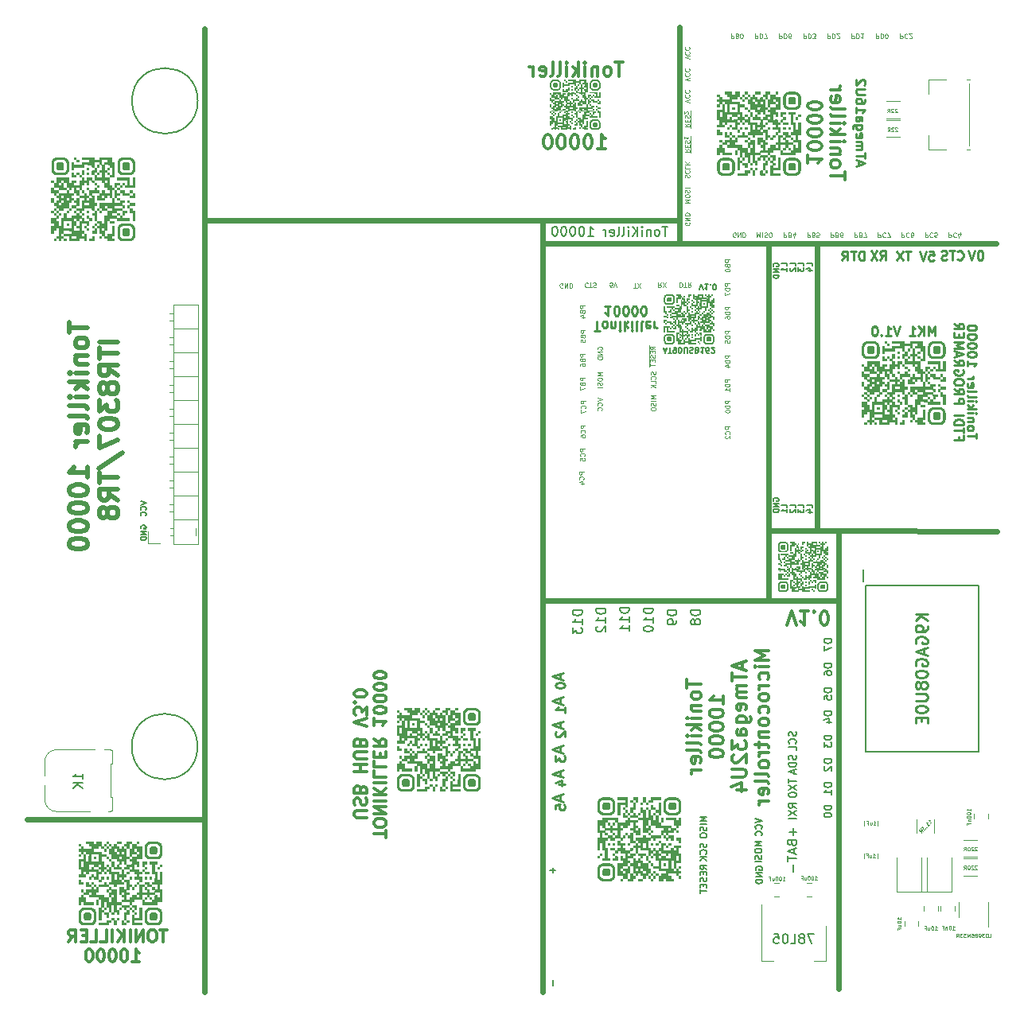
<source format=gbr>
%TF.GenerationSoftware,KiCad,Pcbnew,(6.0.5)*%
%TF.CreationDate,2023-05-31T19:37:02+03:00*%
%TF.ProjectId,JLC1,4a4c4331-2e6b-4696-9361-645f70636258,rev?*%
%TF.SameCoordinates,Original*%
%TF.FileFunction,Legend,Bot*%
%TF.FilePolarity,Positive*%
%FSLAX46Y46*%
G04 Gerber Fmt 4.6, Leading zero omitted, Abs format (unit mm)*
G04 Created by KiCad (PCBNEW (6.0.5)) date 2023-05-31 19:37:02*
%MOMM*%
%LPD*%
G01*
G04 APERTURE LIST*
%ADD10C,0.600000*%
%ADD11C,0.200000*%
%ADD12C,0.150000*%
%ADD13C,0.125000*%
%ADD14C,0.375000*%
%ADD15C,0.250000*%
%ADD16C,0.240000*%
%ADD17C,0.500000*%
%ADD18C,0.300000*%
%ADD19C,0.100000*%
%ADD20C,0.254000*%
%ADD21C,0.120000*%
G04 APERTURE END LIST*
D10*
X189880000Y-83700000D02*
X206720000Y-83710000D01*
X122400000Y-30210000D02*
X122390000Y-132730000D01*
X122330000Y-114400000D02*
X103520000Y-114400000D01*
X158390000Y-53120000D02*
X206630000Y-53125000D01*
X172890000Y-53120000D02*
X172890000Y-30050000D01*
X187580000Y-83660000D02*
X187580000Y-53120000D01*
X182390000Y-91140000D02*
X182400000Y-53170000D01*
X122410000Y-50670000D02*
X172890000Y-50670000D01*
X158390000Y-132760000D02*
X158390000Y-50670000D01*
X189900000Y-132440000D02*
X189890000Y-83710000D01*
X189935000Y-83700000D02*
X182410000Y-83700000D01*
X189890000Y-91140000D02*
X158400000Y-91140000D01*
D11*
X121645000Y-106645000D02*
G75*
G03*
X121645000Y-106645000I-3500000J0D01*
G01*
X121670000Y-37920000D02*
G75*
G03*
X121670000Y-37920000I-3500000J0D01*
G01*
D12*
X175826666Y-119712333D02*
X175493333Y-119479000D01*
X175826666Y-119312333D02*
X175126666Y-119312333D01*
X175126666Y-119579000D01*
X175160000Y-119645666D01*
X175193333Y-119679000D01*
X175260000Y-119712333D01*
X175360000Y-119712333D01*
X175426666Y-119679000D01*
X175460000Y-119645666D01*
X175493333Y-119579000D01*
X175493333Y-119312333D01*
X175460000Y-120012333D02*
X175460000Y-120245666D01*
X175826666Y-120345666D02*
X175826666Y-120012333D01*
X175126666Y-120012333D01*
X175126666Y-120345666D01*
X175793333Y-120612333D02*
X175826666Y-120712333D01*
X175826666Y-120879000D01*
X175793333Y-120945666D01*
X175760000Y-120979000D01*
X175693333Y-121012333D01*
X175626666Y-121012333D01*
X175560000Y-120979000D01*
X175526666Y-120945666D01*
X175493333Y-120879000D01*
X175460000Y-120745666D01*
X175426666Y-120679000D01*
X175393333Y-120645666D01*
X175326666Y-120612333D01*
X175260000Y-120612333D01*
X175193333Y-120645666D01*
X175160000Y-120679000D01*
X175126666Y-120745666D01*
X175126666Y-120912333D01*
X175160000Y-121012333D01*
X175460000Y-121312333D02*
X175460000Y-121545666D01*
X175826666Y-121645666D02*
X175826666Y-121312333D01*
X175126666Y-121312333D01*
X175126666Y-121645666D01*
X175126666Y-121845666D02*
X175126666Y-122245666D01*
X175826666Y-122045666D02*
X175126666Y-122045666D01*
D13*
X165774761Y-57768809D02*
X165536666Y-57768809D01*
X165512857Y-57530714D01*
X165536666Y-57554523D01*
X165584285Y-57578333D01*
X165703333Y-57578333D01*
X165750952Y-57554523D01*
X165774761Y-57530714D01*
X165798571Y-57483095D01*
X165798571Y-57364047D01*
X165774761Y-57316428D01*
X165750952Y-57292619D01*
X165703333Y-57268809D01*
X165584285Y-57268809D01*
X165536666Y-57292619D01*
X165512857Y-57316428D01*
X165941428Y-57768809D02*
X166108095Y-57268809D01*
X166274761Y-57768809D01*
X162846190Y-59725952D02*
X162346190Y-59725952D01*
X162346190Y-59916428D01*
X162370000Y-59964047D01*
X162393809Y-59987857D01*
X162441428Y-60011666D01*
X162512857Y-60011666D01*
X162560476Y-59987857D01*
X162584285Y-59964047D01*
X162608095Y-59916428D01*
X162608095Y-59725952D01*
X162584285Y-60392619D02*
X162608095Y-60464047D01*
X162631904Y-60487857D01*
X162679523Y-60511666D01*
X162750952Y-60511666D01*
X162798571Y-60487857D01*
X162822380Y-60464047D01*
X162846190Y-60416428D01*
X162846190Y-60225952D01*
X162346190Y-60225952D01*
X162346190Y-60392619D01*
X162370000Y-60440238D01*
X162393809Y-60464047D01*
X162441428Y-60487857D01*
X162489047Y-60487857D01*
X162536666Y-60464047D01*
X162560476Y-60440238D01*
X162584285Y-60392619D01*
X162584285Y-60225952D01*
X162512857Y-60940238D02*
X162846190Y-60940238D01*
X162322380Y-60821190D02*
X162679523Y-60702142D01*
X162679523Y-61011666D01*
D12*
X115571428Y-80507500D02*
X116171428Y-80707500D01*
X115571428Y-80907500D01*
X116114285Y-81450357D02*
X116142857Y-81421785D01*
X116171428Y-81336071D01*
X116171428Y-81278928D01*
X116142857Y-81193214D01*
X116085714Y-81136071D01*
X116028571Y-81107500D01*
X115914285Y-81078928D01*
X115828571Y-81078928D01*
X115714285Y-81107500D01*
X115657142Y-81136071D01*
X115600000Y-81193214D01*
X115571428Y-81278928D01*
X115571428Y-81336071D01*
X115600000Y-81421785D01*
X115628571Y-81450357D01*
X116114285Y-82050357D02*
X116142857Y-82021785D01*
X116171428Y-81936071D01*
X116171428Y-81878928D01*
X116142857Y-81793214D01*
X116085714Y-81736071D01*
X116028571Y-81707500D01*
X115914285Y-81678928D01*
X115828571Y-81678928D01*
X115714285Y-81707500D01*
X115657142Y-81736071D01*
X115600000Y-81793214D01*
X115571428Y-81878928D01*
X115571428Y-81936071D01*
X115600000Y-82021785D01*
X115628571Y-82050357D01*
X181676666Y-116720666D02*
X180976666Y-116720666D01*
X181476666Y-116953999D01*
X180976666Y-117187332D01*
X181676666Y-117187332D01*
X180976666Y-117653999D02*
X180976666Y-117787332D01*
X181010000Y-117853999D01*
X181076666Y-117920666D01*
X181210000Y-117953999D01*
X181443333Y-117953999D01*
X181576666Y-117920666D01*
X181643333Y-117853999D01*
X181676666Y-117787332D01*
X181676666Y-117653999D01*
X181643333Y-117587332D01*
X181576666Y-117520666D01*
X181443333Y-117487332D01*
X181210000Y-117487332D01*
X181076666Y-117520666D01*
X181010000Y-117587332D01*
X180976666Y-117653999D01*
X181643333Y-118220666D02*
X181676666Y-118320666D01*
X181676666Y-118487332D01*
X181643333Y-118553999D01*
X181610000Y-118587332D01*
X181543333Y-118620666D01*
X181476666Y-118620666D01*
X181410000Y-118587332D01*
X181376666Y-118553999D01*
X181343333Y-118487332D01*
X181310000Y-118353999D01*
X181276666Y-118287332D01*
X181243333Y-118253999D01*
X181176666Y-118220666D01*
X181110000Y-118220666D01*
X181043333Y-118253999D01*
X181010000Y-118287332D01*
X180976666Y-118353999D01*
X180976666Y-118520666D01*
X181010000Y-118620666D01*
X181676666Y-118920666D02*
X180976666Y-118920666D01*
D13*
X178296190Y-65025952D02*
X177796190Y-65025952D01*
X177796190Y-65216428D01*
X177820000Y-65264047D01*
X177843809Y-65287857D01*
X177891428Y-65311666D01*
X177962857Y-65311666D01*
X178010476Y-65287857D01*
X178034285Y-65264047D01*
X178058095Y-65216428D01*
X178058095Y-65025952D01*
X178296190Y-65525952D02*
X177796190Y-65525952D01*
X177796190Y-65645000D01*
X177820000Y-65716428D01*
X177867619Y-65764047D01*
X177915238Y-65787857D01*
X178010476Y-65811666D01*
X178081904Y-65811666D01*
X178177142Y-65787857D01*
X178224761Y-65764047D01*
X178272380Y-65716428D01*
X178296190Y-65645000D01*
X178296190Y-65525952D01*
X177962857Y-66240238D02*
X178296190Y-66240238D01*
X177772380Y-66121190D02*
X178129523Y-66002142D01*
X178129523Y-66311666D01*
D14*
X164198571Y-43031071D02*
X165055714Y-43031071D01*
X164627142Y-43031071D02*
X164627142Y-41531071D01*
X164770000Y-41745357D01*
X164912857Y-41888214D01*
X165055714Y-41959642D01*
X163270000Y-41531071D02*
X163127142Y-41531071D01*
X162984285Y-41602500D01*
X162912857Y-41673928D01*
X162841428Y-41816785D01*
X162770000Y-42102500D01*
X162770000Y-42459642D01*
X162841428Y-42745357D01*
X162912857Y-42888214D01*
X162984285Y-42959642D01*
X163127142Y-43031071D01*
X163270000Y-43031071D01*
X163412857Y-42959642D01*
X163484285Y-42888214D01*
X163555714Y-42745357D01*
X163627142Y-42459642D01*
X163627142Y-42102500D01*
X163555714Y-41816785D01*
X163484285Y-41673928D01*
X163412857Y-41602500D01*
X163270000Y-41531071D01*
X161841428Y-41531071D02*
X161698571Y-41531071D01*
X161555714Y-41602500D01*
X161484285Y-41673928D01*
X161412857Y-41816785D01*
X161341428Y-42102500D01*
X161341428Y-42459642D01*
X161412857Y-42745357D01*
X161484285Y-42888214D01*
X161555714Y-42959642D01*
X161698571Y-43031071D01*
X161841428Y-43031071D01*
X161984285Y-42959642D01*
X162055714Y-42888214D01*
X162127142Y-42745357D01*
X162198571Y-42459642D01*
X162198571Y-42102500D01*
X162127142Y-41816785D01*
X162055714Y-41673928D01*
X161984285Y-41602500D01*
X161841428Y-41531071D01*
X160412857Y-41531071D02*
X160270000Y-41531071D01*
X160127142Y-41602500D01*
X160055714Y-41673928D01*
X159984285Y-41816785D01*
X159912857Y-42102500D01*
X159912857Y-42459642D01*
X159984285Y-42745357D01*
X160055714Y-42888214D01*
X160127142Y-42959642D01*
X160270000Y-43031071D01*
X160412857Y-43031071D01*
X160555714Y-42959642D01*
X160627142Y-42888214D01*
X160698571Y-42745357D01*
X160770000Y-42459642D01*
X160770000Y-42102500D01*
X160698571Y-41816785D01*
X160627142Y-41673928D01*
X160555714Y-41602500D01*
X160412857Y-41531071D01*
X158984285Y-41531071D02*
X158841428Y-41531071D01*
X158698571Y-41602500D01*
X158627142Y-41673928D01*
X158555714Y-41816785D01*
X158484285Y-42102500D01*
X158484285Y-42459642D01*
X158555714Y-42745357D01*
X158627142Y-42888214D01*
X158698571Y-42959642D01*
X158841428Y-43031071D01*
X158984285Y-43031071D01*
X159127142Y-42959642D01*
X159198571Y-42888214D01*
X159270000Y-42745357D01*
X159341428Y-42459642D01*
X159341428Y-42102500D01*
X159270000Y-41816785D01*
X159198571Y-41673928D01*
X159127142Y-41602500D01*
X158984285Y-41531071D01*
D15*
X202502619Y-54780892D02*
X202550238Y-54828511D01*
X202693095Y-54876130D01*
X202788333Y-54876130D01*
X202931190Y-54828511D01*
X203026428Y-54733273D01*
X203074047Y-54638035D01*
X203121666Y-54447559D01*
X203121666Y-54304702D01*
X203074047Y-54114226D01*
X203026428Y-54018988D01*
X202931190Y-53923750D01*
X202788333Y-53876130D01*
X202693095Y-53876130D01*
X202550238Y-53923750D01*
X202502619Y-53971369D01*
X202216904Y-53876130D02*
X201645476Y-53876130D01*
X201931190Y-54876130D02*
X201931190Y-53876130D01*
X201359761Y-54828511D02*
X201216904Y-54876130D01*
X200978809Y-54876130D01*
X200883571Y-54828511D01*
X200835952Y-54780892D01*
X200788333Y-54685654D01*
X200788333Y-54590416D01*
X200835952Y-54495178D01*
X200883571Y-54447559D01*
X200978809Y-54399940D01*
X201169285Y-54352321D01*
X201264523Y-54304702D01*
X201312142Y-54257083D01*
X201359761Y-54161845D01*
X201359761Y-54066607D01*
X201312142Y-53971369D01*
X201264523Y-53923750D01*
X201169285Y-53876130D01*
X200931190Y-53876130D01*
X200788333Y-53923750D01*
D11*
X189096904Y-100438523D02*
X188296904Y-100438523D01*
X188296904Y-100629000D01*
X188335000Y-100743285D01*
X188411190Y-100819476D01*
X188487380Y-100857571D01*
X188639761Y-100895666D01*
X188754047Y-100895666D01*
X188906428Y-100857571D01*
X188982619Y-100819476D01*
X189058809Y-100743285D01*
X189096904Y-100629000D01*
X189096904Y-100438523D01*
X188296904Y-101619476D02*
X188296904Y-101238523D01*
X188677857Y-101200428D01*
X188639761Y-101238523D01*
X188601666Y-101314714D01*
X188601666Y-101505190D01*
X188639761Y-101581380D01*
X188677857Y-101619476D01*
X188754047Y-101657571D01*
X188944523Y-101657571D01*
X189020714Y-101619476D01*
X189058809Y-101581380D01*
X189096904Y-101505190D01*
X189096904Y-101314714D01*
X189058809Y-101238523D01*
X189020714Y-101200428D01*
D13*
X160464047Y-57795000D02*
X160416428Y-57818809D01*
X160345000Y-57818809D01*
X160273571Y-57795000D01*
X160225952Y-57747380D01*
X160202142Y-57699761D01*
X160178333Y-57604523D01*
X160178333Y-57533095D01*
X160202142Y-57437857D01*
X160225952Y-57390238D01*
X160273571Y-57342619D01*
X160345000Y-57318809D01*
X160392619Y-57318809D01*
X160464047Y-57342619D01*
X160487857Y-57366428D01*
X160487857Y-57533095D01*
X160392619Y-57533095D01*
X160702142Y-57318809D02*
X160702142Y-57818809D01*
X160987857Y-57318809D01*
X160987857Y-57818809D01*
X161225952Y-57318809D02*
X161225952Y-57818809D01*
X161345000Y-57818809D01*
X161416428Y-57795000D01*
X161464047Y-57747380D01*
X161487857Y-57699761D01*
X161511666Y-57604523D01*
X161511666Y-57533095D01*
X161487857Y-57437857D01*
X161464047Y-57390238D01*
X161416428Y-57342619D01*
X161345000Y-57318809D01*
X161225952Y-57318809D01*
D12*
X159435000Y-132045666D02*
X159435000Y-131512333D01*
D13*
X184023179Y-51943809D02*
X184023179Y-52443809D01*
X184213655Y-52443809D01*
X184261274Y-52420000D01*
X184285084Y-52396190D01*
X184308893Y-52348571D01*
X184308893Y-52277142D01*
X184285084Y-52229523D01*
X184261274Y-52205714D01*
X184213655Y-52181904D01*
X184023179Y-52181904D01*
X184689846Y-52205714D02*
X184761274Y-52181904D01*
X184785084Y-52158095D01*
X184808893Y-52110476D01*
X184808893Y-52039047D01*
X184785084Y-51991428D01*
X184761274Y-51967619D01*
X184713655Y-51943809D01*
X184523179Y-51943809D01*
X184523179Y-52443809D01*
X184689846Y-52443809D01*
X184737465Y-52420000D01*
X184761274Y-52396190D01*
X184785084Y-52348571D01*
X184785084Y-52300952D01*
X184761274Y-52253333D01*
X184737465Y-52229523D01*
X184689846Y-52205714D01*
X184523179Y-52205714D01*
X185237465Y-52277142D02*
X185237465Y-51943809D01*
X185118417Y-52467619D02*
X184999369Y-52110476D01*
X185308893Y-52110476D01*
D11*
X189096904Y-97838523D02*
X188296904Y-97838523D01*
X188296904Y-98029000D01*
X188335000Y-98143285D01*
X188411190Y-98219476D01*
X188487380Y-98257571D01*
X188639761Y-98295666D01*
X188754047Y-98295666D01*
X188906428Y-98257571D01*
X188982619Y-98219476D01*
X189058809Y-98143285D01*
X189096904Y-98029000D01*
X189096904Y-97838523D01*
X188296904Y-98981380D02*
X188296904Y-98829000D01*
X188335000Y-98752809D01*
X188373095Y-98714714D01*
X188487380Y-98638523D01*
X188639761Y-98600428D01*
X188944523Y-98600428D01*
X189020714Y-98638523D01*
X189058809Y-98676619D01*
X189096904Y-98752809D01*
X189096904Y-98905190D01*
X189058809Y-98981380D01*
X189020714Y-99019476D01*
X188944523Y-99057571D01*
X188754047Y-99057571D01*
X188677857Y-99019476D01*
X188639761Y-98981380D01*
X188601666Y-98905190D01*
X188601666Y-98752809D01*
X188639761Y-98676619D01*
X188677857Y-98638523D01*
X188754047Y-98600428D01*
D15*
X163861666Y-62372619D02*
X164433095Y-62372619D01*
X164147380Y-61372619D02*
X164147380Y-62372619D01*
X164909285Y-61372619D02*
X164814047Y-61420238D01*
X164766428Y-61467857D01*
X164718809Y-61563095D01*
X164718809Y-61848809D01*
X164766428Y-61944047D01*
X164814047Y-61991666D01*
X164909285Y-62039285D01*
X165052142Y-62039285D01*
X165147380Y-61991666D01*
X165195000Y-61944047D01*
X165242619Y-61848809D01*
X165242619Y-61563095D01*
X165195000Y-61467857D01*
X165147380Y-61420238D01*
X165052142Y-61372619D01*
X164909285Y-61372619D01*
X165671190Y-62039285D02*
X165671190Y-61372619D01*
X165671190Y-61944047D02*
X165718809Y-61991666D01*
X165814047Y-62039285D01*
X165956904Y-62039285D01*
X166052142Y-61991666D01*
X166099761Y-61896428D01*
X166099761Y-61372619D01*
X166575952Y-61372619D02*
X166575952Y-62039285D01*
X166575952Y-62372619D02*
X166528333Y-62325000D01*
X166575952Y-62277380D01*
X166623571Y-62325000D01*
X166575952Y-62372619D01*
X166575952Y-62277380D01*
X167052142Y-61372619D02*
X167052142Y-62372619D01*
X167147380Y-61753571D02*
X167433095Y-61372619D01*
X167433095Y-62039285D02*
X167052142Y-61658333D01*
X167861666Y-61372619D02*
X167861666Y-62039285D01*
X167861666Y-62372619D02*
X167814047Y-62325000D01*
X167861666Y-62277380D01*
X167909285Y-62325000D01*
X167861666Y-62372619D01*
X167861666Y-62277380D01*
X168480714Y-61372619D02*
X168385476Y-61420238D01*
X168337857Y-61515476D01*
X168337857Y-62372619D01*
X169004523Y-61372619D02*
X168909285Y-61420238D01*
X168861666Y-61515476D01*
X168861666Y-62372619D01*
X169766428Y-61420238D02*
X169671190Y-61372619D01*
X169480714Y-61372619D01*
X169385476Y-61420238D01*
X169337857Y-61515476D01*
X169337857Y-61896428D01*
X169385476Y-61991666D01*
X169480714Y-62039285D01*
X169671190Y-62039285D01*
X169766428Y-61991666D01*
X169814047Y-61896428D01*
X169814047Y-61801190D01*
X169337857Y-61705952D01*
X170242619Y-61372619D02*
X170242619Y-62039285D01*
X170242619Y-61848809D02*
X170290238Y-61944047D01*
X170337857Y-61991666D01*
X170433095Y-62039285D01*
X170528333Y-62039285D01*
X165575952Y-59762619D02*
X165004523Y-59762619D01*
X165290238Y-59762619D02*
X165290238Y-60762619D01*
X165195000Y-60619761D01*
X165099761Y-60524523D01*
X165004523Y-60476904D01*
X166195000Y-60762619D02*
X166290238Y-60762619D01*
X166385476Y-60715000D01*
X166433095Y-60667380D01*
X166480714Y-60572142D01*
X166528333Y-60381666D01*
X166528333Y-60143571D01*
X166480714Y-59953095D01*
X166433095Y-59857857D01*
X166385476Y-59810238D01*
X166290238Y-59762619D01*
X166195000Y-59762619D01*
X166099761Y-59810238D01*
X166052142Y-59857857D01*
X166004523Y-59953095D01*
X165956904Y-60143571D01*
X165956904Y-60381666D01*
X166004523Y-60572142D01*
X166052142Y-60667380D01*
X166099761Y-60715000D01*
X166195000Y-60762619D01*
X167147380Y-60762619D02*
X167242619Y-60762619D01*
X167337857Y-60715000D01*
X167385476Y-60667380D01*
X167433095Y-60572142D01*
X167480714Y-60381666D01*
X167480714Y-60143571D01*
X167433095Y-59953095D01*
X167385476Y-59857857D01*
X167337857Y-59810238D01*
X167242619Y-59762619D01*
X167147380Y-59762619D01*
X167052142Y-59810238D01*
X167004523Y-59857857D01*
X166956904Y-59953095D01*
X166909285Y-60143571D01*
X166909285Y-60381666D01*
X166956904Y-60572142D01*
X167004523Y-60667380D01*
X167052142Y-60715000D01*
X167147380Y-60762619D01*
X168099761Y-60762619D02*
X168195000Y-60762619D01*
X168290238Y-60715000D01*
X168337857Y-60667380D01*
X168385476Y-60572142D01*
X168433095Y-60381666D01*
X168433095Y-60143571D01*
X168385476Y-59953095D01*
X168337857Y-59857857D01*
X168290238Y-59810238D01*
X168195000Y-59762619D01*
X168099761Y-59762619D01*
X168004523Y-59810238D01*
X167956904Y-59857857D01*
X167909285Y-59953095D01*
X167861666Y-60143571D01*
X167861666Y-60381666D01*
X167909285Y-60572142D01*
X167956904Y-60667380D01*
X168004523Y-60715000D01*
X168099761Y-60762619D01*
X169052142Y-60762619D02*
X169147380Y-60762619D01*
X169242619Y-60715000D01*
X169290238Y-60667380D01*
X169337857Y-60572142D01*
X169385476Y-60381666D01*
X169385476Y-60143571D01*
X169337857Y-59953095D01*
X169290238Y-59857857D01*
X169242619Y-59810238D01*
X169147380Y-59762619D01*
X169052142Y-59762619D01*
X168956904Y-59810238D01*
X168909285Y-59857857D01*
X168861666Y-59953095D01*
X168814047Y-60143571D01*
X168814047Y-60381666D01*
X168861666Y-60572142D01*
X168909285Y-60667380D01*
X168956904Y-60715000D01*
X169052142Y-60762619D01*
D13*
X170961666Y-57268809D02*
X170795000Y-57506904D01*
X170675952Y-57268809D02*
X170675952Y-57768809D01*
X170866428Y-57768809D01*
X170914047Y-57745000D01*
X170937857Y-57721190D01*
X170961666Y-57673571D01*
X170961666Y-57602142D01*
X170937857Y-57554523D01*
X170914047Y-57530714D01*
X170866428Y-57506904D01*
X170675952Y-57506904D01*
X171128333Y-57768809D02*
X171461666Y-57268809D01*
X171461666Y-57768809D02*
X171128333Y-57268809D01*
X178296190Y-54825952D02*
X177796190Y-54825952D01*
X177796190Y-55016428D01*
X177820000Y-55064047D01*
X177843809Y-55087857D01*
X177891428Y-55111666D01*
X177962857Y-55111666D01*
X178010476Y-55087857D01*
X178034285Y-55064047D01*
X178058095Y-55016428D01*
X178058095Y-54825952D01*
X178034285Y-55492619D02*
X178058095Y-55564047D01*
X178081904Y-55587857D01*
X178129523Y-55611666D01*
X178200952Y-55611666D01*
X178248571Y-55587857D01*
X178272380Y-55564047D01*
X178296190Y-55516428D01*
X178296190Y-55325952D01*
X177796190Y-55325952D01*
X177796190Y-55492619D01*
X177820000Y-55540238D01*
X177843809Y-55564047D01*
X177891428Y-55587857D01*
X177939047Y-55587857D01*
X177986666Y-55564047D01*
X178010476Y-55540238D01*
X178034285Y-55492619D01*
X178034285Y-55325952D01*
X177796190Y-55921190D02*
X177796190Y-55968809D01*
X177820000Y-56016428D01*
X177843809Y-56040238D01*
X177891428Y-56064047D01*
X177986666Y-56087857D01*
X178105714Y-56087857D01*
X178200952Y-56064047D01*
X178248571Y-56040238D01*
X178272380Y-56016428D01*
X178296190Y-55968809D01*
X178296190Y-55921190D01*
X178272380Y-55873571D01*
X178248571Y-55849761D01*
X178200952Y-55825952D01*
X178105714Y-55802142D01*
X177986666Y-55802142D01*
X177891428Y-55825952D01*
X177843809Y-55849761D01*
X177820000Y-55873571D01*
X177796190Y-55921190D01*
D11*
X185308809Y-105050825D02*
X185346904Y-105165110D01*
X185346904Y-105355586D01*
X185308809Y-105431777D01*
X185270714Y-105469872D01*
X185194523Y-105507967D01*
X185118333Y-105507967D01*
X185042142Y-105469872D01*
X185004047Y-105431777D01*
X184965952Y-105355586D01*
X184927857Y-105203206D01*
X184889761Y-105127015D01*
X184851666Y-105088920D01*
X184775476Y-105050825D01*
X184699285Y-105050825D01*
X184623095Y-105088920D01*
X184585000Y-105127015D01*
X184546904Y-105203206D01*
X184546904Y-105393682D01*
X184585000Y-105507967D01*
X185270714Y-106307967D02*
X185308809Y-106269872D01*
X185346904Y-106155586D01*
X185346904Y-106079396D01*
X185308809Y-105965110D01*
X185232619Y-105888920D01*
X185156428Y-105850825D01*
X185004047Y-105812729D01*
X184889761Y-105812729D01*
X184737380Y-105850825D01*
X184661190Y-105888920D01*
X184585000Y-105965110D01*
X184546904Y-106079396D01*
X184546904Y-106155586D01*
X184585000Y-106269872D01*
X184623095Y-106307967D01*
X185346904Y-107031777D02*
X185346904Y-106650825D01*
X184546904Y-106650825D01*
X189096904Y-107988523D02*
X188296904Y-107988523D01*
X188296904Y-108179000D01*
X188335000Y-108293285D01*
X188411190Y-108369476D01*
X188487380Y-108407571D01*
X188639761Y-108445666D01*
X188754047Y-108445666D01*
X188906428Y-108407571D01*
X188982619Y-108369476D01*
X189058809Y-108293285D01*
X189096904Y-108179000D01*
X189096904Y-107988523D01*
X188373095Y-108750428D02*
X188335000Y-108788523D01*
X188296904Y-108864714D01*
X188296904Y-109055190D01*
X188335000Y-109131380D01*
X188373095Y-109169476D01*
X188449285Y-109207571D01*
X188525476Y-109207571D01*
X188639761Y-109169476D01*
X189096904Y-108712333D01*
X189096904Y-109207571D01*
D12*
X185031428Y-115344476D02*
X185031428Y-116106380D01*
X185412380Y-115725428D02*
X184650476Y-115725428D01*
X184888571Y-116915904D02*
X184936190Y-117058761D01*
X184983809Y-117106380D01*
X185079047Y-117154000D01*
X185221904Y-117154000D01*
X185317142Y-117106380D01*
X185364761Y-117058761D01*
X185412380Y-116963523D01*
X185412380Y-116582571D01*
X184412380Y-116582571D01*
X184412380Y-116915904D01*
X184460000Y-117011142D01*
X184507619Y-117058761D01*
X184602857Y-117106380D01*
X184698095Y-117106380D01*
X184793333Y-117058761D01*
X184840952Y-117011142D01*
X184888571Y-116915904D01*
X184888571Y-116582571D01*
X185126666Y-117534952D02*
X185126666Y-118011142D01*
X185412380Y-117439714D02*
X184412380Y-117773047D01*
X185412380Y-118106380D01*
X184412380Y-118296857D02*
X184412380Y-118868285D01*
X185412380Y-118582571D02*
X184412380Y-118582571D01*
X185031428Y-119201619D02*
X185031428Y-119963523D01*
X182920000Y-80487857D02*
X182891428Y-80430714D01*
X182891428Y-80345000D01*
X182920000Y-80259285D01*
X182977142Y-80202142D01*
X183034285Y-80173571D01*
X183148571Y-80145000D01*
X183234285Y-80145000D01*
X183348571Y-80173571D01*
X183405714Y-80202142D01*
X183462857Y-80259285D01*
X183491428Y-80345000D01*
X183491428Y-80402142D01*
X183462857Y-80487857D01*
X183434285Y-80516428D01*
X183234285Y-80516428D01*
X183234285Y-80402142D01*
X183491428Y-80773571D02*
X182891428Y-80773571D01*
X183491428Y-81116428D01*
X182891428Y-81116428D01*
X183491428Y-81402142D02*
X182891428Y-81402142D01*
X182891428Y-81545000D01*
X182920000Y-81630714D01*
X182977142Y-81687857D01*
X183034285Y-81716428D01*
X183148571Y-81745000D01*
X183234285Y-81745000D01*
X183348571Y-81716428D01*
X183405714Y-81687857D01*
X183462857Y-81630714D01*
X183491428Y-81545000D01*
X183491428Y-81402142D01*
D11*
X184546904Y-110076221D02*
X184546904Y-110533364D01*
X185346904Y-110304793D02*
X184546904Y-110304793D01*
X184546904Y-110723840D02*
X185346904Y-111257173D01*
X184546904Y-111257173D02*
X185346904Y-110723840D01*
X184546904Y-111714316D02*
X184546904Y-111866697D01*
X184585000Y-111942888D01*
X184661190Y-112019078D01*
X184813571Y-112057173D01*
X185080238Y-112057173D01*
X185232619Y-112019078D01*
X185308809Y-111942888D01*
X185346904Y-111866697D01*
X185346904Y-111714316D01*
X185308809Y-111638126D01*
X185232619Y-111561935D01*
X185080238Y-111523840D01*
X184813571Y-111523840D01*
X184661190Y-111561935D01*
X184585000Y-111638126D01*
X184546904Y-111714316D01*
D15*
X204981190Y-53851130D02*
X204885952Y-53851130D01*
X204790714Y-53898750D01*
X204743095Y-53946369D01*
X204695476Y-54041607D01*
X204647857Y-54232083D01*
X204647857Y-54470178D01*
X204695476Y-54660654D01*
X204743095Y-54755892D01*
X204790714Y-54803511D01*
X204885952Y-54851130D01*
X204981190Y-54851130D01*
X205076428Y-54803511D01*
X205124047Y-54755892D01*
X205171666Y-54660654D01*
X205219285Y-54470178D01*
X205219285Y-54232083D01*
X205171666Y-54041607D01*
X205124047Y-53946369D01*
X205076428Y-53898750D01*
X204981190Y-53851130D01*
X204362142Y-53851130D02*
X204028809Y-54851130D01*
X203695476Y-53851130D01*
D12*
X187041428Y-81230714D02*
X187041428Y-80944999D01*
X186441428Y-80944999D01*
X186641428Y-81687856D02*
X187041428Y-81687856D01*
X186412857Y-81544999D02*
X186841428Y-81402142D01*
X186841428Y-81773571D01*
D16*
X160235000Y-98886142D02*
X160235000Y-99457571D01*
X160577857Y-98771857D02*
X159377857Y-99171857D01*
X160577857Y-99571857D01*
X159749285Y-100097571D02*
X159749285Y-100189000D01*
X159795000Y-100280428D01*
X159840714Y-100326142D01*
X159932142Y-100371857D01*
X160115000Y-100417571D01*
X160343571Y-100417571D01*
X160526428Y-100371857D01*
X160617857Y-100326142D01*
X160663571Y-100280428D01*
X160709285Y-100189000D01*
X160709285Y-100097571D01*
X160663571Y-100006142D01*
X160617857Y-99960428D01*
X160526428Y-99914714D01*
X160343571Y-99869000D01*
X160115000Y-99869000D01*
X159932142Y-99914714D01*
X159840714Y-99960428D01*
X159795000Y-100006142D01*
X159749285Y-100097571D01*
D13*
X193829524Y-30768809D02*
X193829524Y-31268809D01*
X194020000Y-31268809D01*
X194067619Y-31245000D01*
X194091429Y-31221190D01*
X194115238Y-31173571D01*
X194115238Y-31102142D01*
X194091429Y-31054523D01*
X194067619Y-31030714D01*
X194020000Y-31006904D01*
X193829524Y-31006904D01*
X194329524Y-30768809D02*
X194329524Y-31268809D01*
X194448572Y-31268809D01*
X194520000Y-31245000D01*
X194567619Y-31197380D01*
X194591429Y-31149761D01*
X194615238Y-31054523D01*
X194615238Y-30983095D01*
X194591429Y-30887857D01*
X194567619Y-30840238D01*
X194520000Y-30792619D01*
X194448572Y-30768809D01*
X194329524Y-30768809D01*
X194924762Y-31268809D02*
X194972381Y-31268809D01*
X195020000Y-31245000D01*
X195043810Y-31221190D01*
X195067619Y-31173571D01*
X195091429Y-31078333D01*
X195091429Y-30959285D01*
X195067619Y-30864047D01*
X195043810Y-30816428D01*
X195020000Y-30792619D01*
X194972381Y-30768809D01*
X194924762Y-30768809D01*
X194877143Y-30792619D01*
X194853333Y-30816428D01*
X194829524Y-30864047D01*
X194805714Y-30959285D01*
X194805714Y-31078333D01*
X194829524Y-31173571D01*
X194853333Y-31221190D01*
X194877143Y-31245000D01*
X194924762Y-31268809D01*
D16*
X160235000Y-111836142D02*
X160235000Y-112407571D01*
X160577857Y-111721857D02*
X159377857Y-112121857D01*
X160577857Y-112521857D01*
X159749285Y-113321857D02*
X159749285Y-112864714D01*
X160206428Y-112819000D01*
X160160714Y-112864714D01*
X160115000Y-112956142D01*
X160115000Y-113184714D01*
X160160714Y-113276142D01*
X160206428Y-113321857D01*
X160297857Y-113367571D01*
X160526428Y-113367571D01*
X160617857Y-113321857D01*
X160663571Y-113276142D01*
X160709285Y-113184714D01*
X160709285Y-112956142D01*
X160663571Y-112864714D01*
X160617857Y-112819000D01*
D13*
X173993809Y-33486666D02*
X173493809Y-33320000D01*
X173993809Y-33153333D01*
X173541428Y-32700952D02*
X173517619Y-32724761D01*
X173493809Y-32796190D01*
X173493809Y-32843809D01*
X173517619Y-32915238D01*
X173565238Y-32962857D01*
X173612857Y-32986666D01*
X173708095Y-33010476D01*
X173779523Y-33010476D01*
X173874761Y-32986666D01*
X173922380Y-32962857D01*
X173970000Y-32915238D01*
X173993809Y-32843809D01*
X173993809Y-32796190D01*
X173970000Y-32724761D01*
X173946190Y-32700952D01*
X173541428Y-32200952D02*
X173517619Y-32224761D01*
X173493809Y-32296190D01*
X173493809Y-32343809D01*
X173517619Y-32415238D01*
X173565238Y-32462857D01*
X173612857Y-32486666D01*
X173708095Y-32510476D01*
X173779523Y-32510476D01*
X173874761Y-32486666D01*
X173922380Y-32462857D01*
X173970000Y-32415238D01*
X173993809Y-32343809D01*
X173993809Y-32296190D01*
X173970000Y-32224761D01*
X173946190Y-32200952D01*
X173970000Y-50875952D02*
X173993809Y-50923571D01*
X173993809Y-50995000D01*
X173970000Y-51066428D01*
X173922380Y-51114047D01*
X173874761Y-51137857D01*
X173779523Y-51161666D01*
X173708095Y-51161666D01*
X173612857Y-51137857D01*
X173565238Y-51114047D01*
X173517619Y-51066428D01*
X173493809Y-50995000D01*
X173493809Y-50947380D01*
X173517619Y-50875952D01*
X173541428Y-50852142D01*
X173708095Y-50852142D01*
X173708095Y-50947380D01*
X173493809Y-50637857D02*
X173993809Y-50637857D01*
X173493809Y-50352142D01*
X173993809Y-50352142D01*
X173493809Y-50114047D02*
X173993809Y-50114047D01*
X173993809Y-49995000D01*
X173970000Y-49923571D01*
X173922380Y-49875952D01*
X173874761Y-49852142D01*
X173779523Y-49828333D01*
X173708095Y-49828333D01*
X173612857Y-49852142D01*
X173565238Y-49875952D01*
X173517619Y-49923571D01*
X173493809Y-49995000D01*
X173493809Y-50114047D01*
X196400952Y-30768809D02*
X196400952Y-31268809D01*
X196591428Y-31268809D01*
X196639047Y-31245000D01*
X196662857Y-31221190D01*
X196686666Y-31173571D01*
X196686666Y-31102142D01*
X196662857Y-31054523D01*
X196639047Y-31030714D01*
X196591428Y-31006904D01*
X196400952Y-31006904D01*
X197186666Y-30816428D02*
X197162857Y-30792619D01*
X197091428Y-30768809D01*
X197043809Y-30768809D01*
X196972380Y-30792619D01*
X196924761Y-30840238D01*
X196900952Y-30887857D01*
X196877142Y-30983095D01*
X196877142Y-31054523D01*
X196900952Y-31149761D01*
X196924761Y-31197380D01*
X196972380Y-31245000D01*
X197043809Y-31268809D01*
X197091428Y-31268809D01*
X197162857Y-31245000D01*
X197186666Y-31221190D01*
X197377142Y-31221190D02*
X197400952Y-31245000D01*
X197448571Y-31268809D01*
X197567619Y-31268809D01*
X197615238Y-31245000D01*
X197639047Y-31221190D01*
X197662857Y-31173571D01*
X197662857Y-31125952D01*
X197639047Y-31054523D01*
X197353333Y-30768809D01*
X197662857Y-30768809D01*
X162871190Y-64875952D02*
X162371190Y-64875952D01*
X162371190Y-65066428D01*
X162395000Y-65114047D01*
X162418809Y-65137857D01*
X162466428Y-65161666D01*
X162537857Y-65161666D01*
X162585476Y-65137857D01*
X162609285Y-65114047D01*
X162633095Y-65066428D01*
X162633095Y-64875952D01*
X162609285Y-65542619D02*
X162633095Y-65614047D01*
X162656904Y-65637857D01*
X162704523Y-65661666D01*
X162775952Y-65661666D01*
X162823571Y-65637857D01*
X162847380Y-65614047D01*
X162871190Y-65566428D01*
X162871190Y-65375952D01*
X162371190Y-65375952D01*
X162371190Y-65542619D01*
X162395000Y-65590238D01*
X162418809Y-65614047D01*
X162466428Y-65637857D01*
X162514047Y-65637857D01*
X162561666Y-65614047D01*
X162585476Y-65590238D01*
X162609285Y-65542619D01*
X162609285Y-65375952D01*
X162371190Y-66090238D02*
X162371190Y-65995000D01*
X162395000Y-65947380D01*
X162418809Y-65923571D01*
X162490238Y-65875952D01*
X162585476Y-65852142D01*
X162775952Y-65852142D01*
X162823571Y-65875952D01*
X162847380Y-65899761D01*
X162871190Y-65947380D01*
X162871190Y-66042619D01*
X162847380Y-66090238D01*
X162823571Y-66114047D01*
X162775952Y-66137857D01*
X162656904Y-66137857D01*
X162609285Y-66114047D01*
X162585476Y-66090238D01*
X162561666Y-66042619D01*
X162561666Y-65947380D01*
X162585476Y-65899761D01*
X162609285Y-65875952D01*
X162656904Y-65852142D01*
D16*
X160235000Y-101476142D02*
X160235000Y-102047571D01*
X160577857Y-101361857D02*
X159377857Y-101761857D01*
X160577857Y-102161857D01*
X160709285Y-103007571D02*
X160709285Y-102459000D01*
X160709285Y-102733285D02*
X159749285Y-102733285D01*
X159886428Y-102641857D01*
X159977857Y-102550428D01*
X160023571Y-102459000D01*
D13*
X173993809Y-35776971D02*
X173493809Y-35610305D01*
X173993809Y-35443638D01*
X173541428Y-34991257D02*
X173517619Y-35015066D01*
X173493809Y-35086495D01*
X173493809Y-35134114D01*
X173517619Y-35205543D01*
X173565238Y-35253162D01*
X173612857Y-35276971D01*
X173708095Y-35300781D01*
X173779523Y-35300781D01*
X173874761Y-35276971D01*
X173922380Y-35253162D01*
X173970000Y-35205543D01*
X173993809Y-35134114D01*
X173993809Y-35086495D01*
X173970000Y-35015066D01*
X173946190Y-34991257D01*
X173541428Y-34491257D02*
X173517619Y-34515066D01*
X173493809Y-34586495D01*
X173493809Y-34634114D01*
X173517619Y-34705543D01*
X173565238Y-34753162D01*
X173612857Y-34776971D01*
X173708095Y-34800781D01*
X173779523Y-34800781D01*
X173874761Y-34776971D01*
X173922380Y-34753162D01*
X173970000Y-34705543D01*
X173993809Y-34634114D01*
X173993809Y-34586495D01*
X173970000Y-34515066D01*
X173946190Y-34491257D01*
X162871190Y-67400952D02*
X162371190Y-67400952D01*
X162371190Y-67591428D01*
X162395000Y-67639047D01*
X162418809Y-67662857D01*
X162466428Y-67686666D01*
X162537857Y-67686666D01*
X162585476Y-67662857D01*
X162609285Y-67639047D01*
X162633095Y-67591428D01*
X162633095Y-67400952D01*
X162609285Y-68067619D02*
X162633095Y-68139047D01*
X162656904Y-68162857D01*
X162704523Y-68186666D01*
X162775952Y-68186666D01*
X162823571Y-68162857D01*
X162847380Y-68139047D01*
X162871190Y-68091428D01*
X162871190Y-67900952D01*
X162371190Y-67900952D01*
X162371190Y-68067619D01*
X162395000Y-68115238D01*
X162418809Y-68139047D01*
X162466428Y-68162857D01*
X162514047Y-68162857D01*
X162561666Y-68139047D01*
X162585476Y-68115238D01*
X162609285Y-68067619D01*
X162609285Y-67900952D01*
X162371190Y-68353333D02*
X162371190Y-68686666D01*
X162871190Y-68472380D01*
D11*
X189096904Y-105488523D02*
X188296904Y-105488523D01*
X188296904Y-105679000D01*
X188335000Y-105793285D01*
X188411190Y-105869476D01*
X188487380Y-105907571D01*
X188639761Y-105945666D01*
X188754047Y-105945666D01*
X188906428Y-105907571D01*
X188982619Y-105869476D01*
X189058809Y-105793285D01*
X189096904Y-105679000D01*
X189096904Y-105488523D01*
X188296904Y-106212333D02*
X188296904Y-106707571D01*
X188601666Y-106440904D01*
X188601666Y-106555190D01*
X188639761Y-106631380D01*
X188677857Y-106669476D01*
X188754047Y-106707571D01*
X188944523Y-106707571D01*
X189020714Y-106669476D01*
X189058809Y-106631380D01*
X189096904Y-106555190D01*
X189096904Y-106326619D01*
X189058809Y-106250428D01*
X189020714Y-106212333D01*
D12*
X171660476Y-51297380D02*
X171089047Y-51297380D01*
X171374761Y-52297380D02*
X171374761Y-51297380D01*
X170612857Y-52297380D02*
X170708095Y-52249761D01*
X170755714Y-52202142D01*
X170803333Y-52106904D01*
X170803333Y-51821190D01*
X170755714Y-51725952D01*
X170708095Y-51678333D01*
X170612857Y-51630714D01*
X170470000Y-51630714D01*
X170374761Y-51678333D01*
X170327142Y-51725952D01*
X170279523Y-51821190D01*
X170279523Y-52106904D01*
X170327142Y-52202142D01*
X170374761Y-52249761D01*
X170470000Y-52297380D01*
X170612857Y-52297380D01*
X169850952Y-51630714D02*
X169850952Y-52297380D01*
X169850952Y-51725952D02*
X169803333Y-51678333D01*
X169708095Y-51630714D01*
X169565238Y-51630714D01*
X169470000Y-51678333D01*
X169422380Y-51773571D01*
X169422380Y-52297380D01*
X168946190Y-52297380D02*
X168946190Y-51630714D01*
X168946190Y-51297380D02*
X168993809Y-51345000D01*
X168946190Y-51392619D01*
X168898571Y-51345000D01*
X168946190Y-51297380D01*
X168946190Y-51392619D01*
X168470000Y-52297380D02*
X168470000Y-51297380D01*
X167898571Y-52297380D02*
X168327142Y-51725952D01*
X167898571Y-51297380D02*
X168470000Y-51868809D01*
X167470000Y-52297380D02*
X167470000Y-51630714D01*
X167470000Y-51297380D02*
X167517619Y-51345000D01*
X167470000Y-51392619D01*
X167422380Y-51345000D01*
X167470000Y-51297380D01*
X167470000Y-51392619D01*
X166850952Y-52297380D02*
X166946190Y-52249761D01*
X166993809Y-52154523D01*
X166993809Y-51297380D01*
X166327142Y-52297380D02*
X166422380Y-52249761D01*
X166470000Y-52154523D01*
X166470000Y-51297380D01*
X165565238Y-52249761D02*
X165660476Y-52297380D01*
X165850952Y-52297380D01*
X165946190Y-52249761D01*
X165993809Y-52154523D01*
X165993809Y-51773571D01*
X165946190Y-51678333D01*
X165850952Y-51630714D01*
X165660476Y-51630714D01*
X165565238Y-51678333D01*
X165517619Y-51773571D01*
X165517619Y-51868809D01*
X165993809Y-51964047D01*
X165089047Y-52297380D02*
X165089047Y-51630714D01*
X165089047Y-51821190D02*
X165041428Y-51725952D01*
X164993809Y-51678333D01*
X164898571Y-51630714D01*
X164803333Y-51630714D01*
X163184285Y-52297380D02*
X163755714Y-52297380D01*
X163470000Y-52297380D02*
X163470000Y-51297380D01*
X163565238Y-51440238D01*
X163660476Y-51535476D01*
X163755714Y-51583095D01*
X162565238Y-51297380D02*
X162470000Y-51297380D01*
X162374761Y-51345000D01*
X162327142Y-51392619D01*
X162279523Y-51487857D01*
X162231904Y-51678333D01*
X162231904Y-51916428D01*
X162279523Y-52106904D01*
X162327142Y-52202142D01*
X162374761Y-52249761D01*
X162470000Y-52297380D01*
X162565238Y-52297380D01*
X162660476Y-52249761D01*
X162708095Y-52202142D01*
X162755714Y-52106904D01*
X162803333Y-51916428D01*
X162803333Y-51678333D01*
X162755714Y-51487857D01*
X162708095Y-51392619D01*
X162660476Y-51345000D01*
X162565238Y-51297380D01*
X161612857Y-51297380D02*
X161517619Y-51297380D01*
X161422380Y-51345000D01*
X161374761Y-51392619D01*
X161327142Y-51487857D01*
X161279523Y-51678333D01*
X161279523Y-51916428D01*
X161327142Y-52106904D01*
X161374761Y-52202142D01*
X161422380Y-52249761D01*
X161517619Y-52297380D01*
X161612857Y-52297380D01*
X161708095Y-52249761D01*
X161755714Y-52202142D01*
X161803333Y-52106904D01*
X161850952Y-51916428D01*
X161850952Y-51678333D01*
X161803333Y-51487857D01*
X161755714Y-51392619D01*
X161708095Y-51345000D01*
X161612857Y-51297380D01*
X160660476Y-51297380D02*
X160565238Y-51297380D01*
X160470000Y-51345000D01*
X160422380Y-51392619D01*
X160374761Y-51487857D01*
X160327142Y-51678333D01*
X160327142Y-51916428D01*
X160374761Y-52106904D01*
X160422380Y-52202142D01*
X160470000Y-52249761D01*
X160565238Y-52297380D01*
X160660476Y-52297380D01*
X160755714Y-52249761D01*
X160803333Y-52202142D01*
X160850952Y-52106904D01*
X160898571Y-51916428D01*
X160898571Y-51678333D01*
X160850952Y-51487857D01*
X160803333Y-51392619D01*
X160755714Y-51345000D01*
X160660476Y-51297380D01*
X159708095Y-51297380D02*
X159612857Y-51297380D01*
X159517619Y-51345000D01*
X159470000Y-51392619D01*
X159422380Y-51487857D01*
X159374761Y-51678333D01*
X159374761Y-51916428D01*
X159422380Y-52106904D01*
X159470000Y-52202142D01*
X159517619Y-52249761D01*
X159612857Y-52297380D01*
X159708095Y-52297380D01*
X159803333Y-52249761D01*
X159850952Y-52202142D01*
X159898571Y-52106904D01*
X159946190Y-51916428D01*
X159946190Y-51678333D01*
X159898571Y-51487857D01*
X159850952Y-51392619D01*
X159803333Y-51345000D01*
X159708095Y-51297380D01*
D13*
X164196190Y-69553333D02*
X164696190Y-69720000D01*
X164196190Y-69886666D01*
X164648571Y-70339047D02*
X164672380Y-70315238D01*
X164696190Y-70243809D01*
X164696190Y-70196190D01*
X164672380Y-70124761D01*
X164624761Y-70077142D01*
X164577142Y-70053333D01*
X164481904Y-70029523D01*
X164410476Y-70029523D01*
X164315238Y-70053333D01*
X164267619Y-70077142D01*
X164220000Y-70124761D01*
X164196190Y-70196190D01*
X164196190Y-70243809D01*
X164220000Y-70315238D01*
X164243809Y-70339047D01*
X164648571Y-70839047D02*
X164672380Y-70815238D01*
X164696190Y-70743809D01*
X164696190Y-70696190D01*
X164672380Y-70624761D01*
X164624761Y-70577142D01*
X164577142Y-70553333D01*
X164481904Y-70529523D01*
X164410476Y-70529523D01*
X164315238Y-70553333D01*
X164267619Y-70577142D01*
X164220000Y-70624761D01*
X164196190Y-70696190D01*
X164196190Y-70743809D01*
X164220000Y-70815238D01*
X164243809Y-70839047D01*
D12*
X182920000Y-55534285D02*
X182891428Y-55477142D01*
X182891428Y-55391428D01*
X182920000Y-55305713D01*
X182977142Y-55248570D01*
X183034285Y-55219999D01*
X183148571Y-55191428D01*
X183234285Y-55191428D01*
X183348571Y-55219999D01*
X183405714Y-55248570D01*
X183462857Y-55305713D01*
X183491428Y-55391428D01*
X183491428Y-55448570D01*
X183462857Y-55534285D01*
X183434285Y-55562856D01*
X183234285Y-55562856D01*
X183234285Y-55448570D01*
X183491428Y-55819999D02*
X182891428Y-55819999D01*
X183491428Y-56162856D01*
X182891428Y-56162856D01*
X183491428Y-56448570D02*
X182891428Y-56448570D01*
X182891428Y-56591428D01*
X182920000Y-56677142D01*
X182977142Y-56734285D01*
X183034285Y-56762856D01*
X183148571Y-56791428D01*
X183234285Y-56791428D01*
X183348571Y-56762856D01*
X183405714Y-56734285D01*
X183462857Y-56677142D01*
X183491428Y-56591428D01*
X183491428Y-56448570D01*
D13*
X173993809Y-38067276D02*
X173493809Y-37900610D01*
X173993809Y-37733943D01*
X173541428Y-37281562D02*
X173517619Y-37305371D01*
X173493809Y-37376800D01*
X173493809Y-37424419D01*
X173517619Y-37495848D01*
X173565238Y-37543467D01*
X173612857Y-37567276D01*
X173708095Y-37591086D01*
X173779523Y-37591086D01*
X173874761Y-37567276D01*
X173922380Y-37543467D01*
X173970000Y-37495848D01*
X173993809Y-37424419D01*
X173993809Y-37376800D01*
X173970000Y-37305371D01*
X173946190Y-37281562D01*
X173541428Y-36781562D02*
X173517619Y-36805371D01*
X173493809Y-36876800D01*
X173493809Y-36924419D01*
X173517619Y-36995848D01*
X173565238Y-37043467D01*
X173612857Y-37067276D01*
X173708095Y-37091086D01*
X173779523Y-37091086D01*
X173874761Y-37067276D01*
X173922380Y-37043467D01*
X173970000Y-36995848D01*
X173993809Y-36924419D01*
X173993809Y-36876800D01*
X173970000Y-36805371D01*
X173946190Y-36781562D01*
D15*
X200079523Y-62903630D02*
X200079523Y-61903630D01*
X199746190Y-62617916D01*
X199412857Y-61903630D01*
X199412857Y-62903630D01*
X198936666Y-62903630D02*
X198936666Y-61903630D01*
X198365238Y-62903630D02*
X198793809Y-62332202D01*
X198365238Y-61903630D02*
X198936666Y-62475059D01*
X197412857Y-62903630D02*
X197984285Y-62903630D01*
X197698571Y-62903630D02*
X197698571Y-61903630D01*
X197793809Y-62046488D01*
X197889047Y-62141726D01*
X197984285Y-62189345D01*
X196365238Y-61903630D02*
X196031904Y-62903630D01*
X195698571Y-61903630D01*
X194841428Y-62903630D02*
X195412857Y-62903630D01*
X195127142Y-62903630D02*
X195127142Y-61903630D01*
X195222380Y-62046488D01*
X195317619Y-62141726D01*
X195412857Y-62189345D01*
X194412857Y-62808392D02*
X194365238Y-62856011D01*
X194412857Y-62903630D01*
X194460476Y-62856011D01*
X194412857Y-62808392D01*
X194412857Y-62903630D01*
X193746190Y-61903630D02*
X193650952Y-61903630D01*
X193555714Y-61951250D01*
X193508095Y-61998869D01*
X193460476Y-62094107D01*
X193412857Y-62284583D01*
X193412857Y-62522678D01*
X193460476Y-62713154D01*
X193508095Y-62808392D01*
X193555714Y-62856011D01*
X193650952Y-62903630D01*
X193746190Y-62903630D01*
X193841428Y-62856011D01*
X193889047Y-62808392D01*
X193936666Y-62713154D01*
X193984285Y-62522678D01*
X193984285Y-62284583D01*
X193936666Y-62094107D01*
X193889047Y-61998869D01*
X193841428Y-61951250D01*
X193746190Y-61903630D01*
D12*
X185266428Y-81230714D02*
X185266428Y-80944999D01*
X184666428Y-80944999D01*
X184723571Y-81402142D02*
X184695000Y-81430714D01*
X184666428Y-81487856D01*
X184666428Y-81630714D01*
X184695000Y-81687856D01*
X184723571Y-81716428D01*
X184780714Y-81744999D01*
X184837857Y-81744999D01*
X184923571Y-81716428D01*
X185266428Y-81373571D01*
X185266428Y-81744999D01*
D13*
X191258096Y-30768809D02*
X191258096Y-31268809D01*
X191448572Y-31268809D01*
X191496191Y-31245000D01*
X191520001Y-31221190D01*
X191543810Y-31173571D01*
X191543810Y-31102142D01*
X191520001Y-31054523D01*
X191496191Y-31030714D01*
X191448572Y-31006904D01*
X191258096Y-31006904D01*
X191758096Y-30768809D02*
X191758096Y-31268809D01*
X191877144Y-31268809D01*
X191948572Y-31245000D01*
X191996191Y-31197380D01*
X192020001Y-31149761D01*
X192043810Y-31054523D01*
X192043810Y-30983095D01*
X192020001Y-30887857D01*
X191996191Y-30840238D01*
X191948572Y-30792619D01*
X191877144Y-30768809D01*
X191758096Y-30768809D01*
X192520001Y-30768809D02*
X192234286Y-30768809D01*
X192377144Y-30768809D02*
X192377144Y-31268809D01*
X192329524Y-31197380D01*
X192281905Y-31149761D01*
X192234286Y-31125952D01*
X178271190Y-67550952D02*
X177771190Y-67550952D01*
X177771190Y-67741428D01*
X177795000Y-67789047D01*
X177818809Y-67812857D01*
X177866428Y-67836666D01*
X177937857Y-67836666D01*
X177985476Y-67812857D01*
X178009285Y-67789047D01*
X178033095Y-67741428D01*
X178033095Y-67550952D01*
X178271190Y-68050952D02*
X177771190Y-68050952D01*
X177771190Y-68170000D01*
X177795000Y-68241428D01*
X177842619Y-68289047D01*
X177890238Y-68312857D01*
X177985476Y-68336666D01*
X178056904Y-68336666D01*
X178152142Y-68312857D01*
X178199761Y-68289047D01*
X178247380Y-68241428D01*
X178271190Y-68170000D01*
X178271190Y-68050952D01*
X178271190Y-68812857D02*
X178271190Y-68527142D01*
X178271190Y-68670000D02*
X177771190Y-68670000D01*
X177842619Y-68622380D01*
X177890238Y-68574761D01*
X177914047Y-68527142D01*
X181182306Y-51943809D02*
X181182306Y-52443809D01*
X181348973Y-52086666D01*
X181515640Y-52443809D01*
X181515640Y-51943809D01*
X181753735Y-51943809D02*
X181753735Y-52443809D01*
X181968021Y-51967619D02*
X182039449Y-51943809D01*
X182158497Y-51943809D01*
X182206116Y-51967619D01*
X182229925Y-51991428D01*
X182253735Y-52039047D01*
X182253735Y-52086666D01*
X182229925Y-52134285D01*
X182206116Y-52158095D01*
X182158497Y-52181904D01*
X182063259Y-52205714D01*
X182015640Y-52229523D01*
X181991830Y-52253333D01*
X181968021Y-52300952D01*
X181968021Y-52348571D01*
X181991830Y-52396190D01*
X182015640Y-52420000D01*
X182063259Y-52443809D01*
X182182306Y-52443809D01*
X182253735Y-52420000D01*
X182563259Y-52443809D02*
X182658497Y-52443809D01*
X182706116Y-52420000D01*
X182753735Y-52372380D01*
X182777544Y-52277142D01*
X182777544Y-52110476D01*
X182753735Y-52015238D01*
X182706116Y-51967619D01*
X182658497Y-51943809D01*
X182563259Y-51943809D01*
X182515640Y-51967619D01*
X182468021Y-52015238D01*
X182444211Y-52110476D01*
X182444211Y-52277142D01*
X182468021Y-52372380D01*
X182515640Y-52420000D01*
X182563259Y-52443809D01*
X173493809Y-48752308D02*
X173993809Y-48752308D01*
X173636666Y-48585641D01*
X173993809Y-48418974D01*
X173493809Y-48418974D01*
X173993809Y-48085641D02*
X173993809Y-47990403D01*
X173970000Y-47942784D01*
X173922380Y-47895165D01*
X173827142Y-47871355D01*
X173660476Y-47871355D01*
X173565238Y-47895165D01*
X173517619Y-47942784D01*
X173493809Y-47990403D01*
X173493809Y-48085641D01*
X173517619Y-48133260D01*
X173565238Y-48180879D01*
X173660476Y-48204689D01*
X173827142Y-48204689D01*
X173922380Y-48180879D01*
X173970000Y-48133260D01*
X173993809Y-48085641D01*
X173517619Y-47680879D02*
X173493809Y-47609451D01*
X173493809Y-47490403D01*
X173517619Y-47442784D01*
X173541428Y-47418974D01*
X173589047Y-47395165D01*
X173636666Y-47395165D01*
X173684285Y-47418974D01*
X173708095Y-47442784D01*
X173731904Y-47490403D01*
X173755714Y-47585641D01*
X173779523Y-47633260D01*
X173803333Y-47657070D01*
X173850952Y-47680879D01*
X173898571Y-47680879D01*
X173946190Y-47657070D01*
X173970000Y-47633260D01*
X173993809Y-47585641D01*
X173993809Y-47466594D01*
X173970000Y-47395165D01*
X173493809Y-47180879D02*
X173993809Y-47180879D01*
X178889047Y-52420000D02*
X178841428Y-52443809D01*
X178770000Y-52443809D01*
X178698571Y-52420000D01*
X178650952Y-52372380D01*
X178627142Y-52324761D01*
X178603333Y-52229523D01*
X178603333Y-52158095D01*
X178627142Y-52062857D01*
X178650952Y-52015238D01*
X178698571Y-51967619D01*
X178770000Y-51943809D01*
X178817619Y-51943809D01*
X178889047Y-51967619D01*
X178912857Y-51991428D01*
X178912857Y-52158095D01*
X178817619Y-52158095D01*
X179127142Y-51943809D02*
X179127142Y-52443809D01*
X179412857Y-51943809D01*
X179412857Y-52443809D01*
X179650952Y-51943809D02*
X179650952Y-52443809D01*
X179770000Y-52443809D01*
X179841428Y-52420000D01*
X179889047Y-52372380D01*
X179912857Y-52324761D01*
X179936666Y-52229523D01*
X179936666Y-52158095D01*
X179912857Y-52062857D01*
X179889047Y-52015238D01*
X179841428Y-51967619D01*
X179770000Y-51943809D01*
X179650952Y-51943809D01*
X164245000Y-64389047D02*
X164221190Y-64341428D01*
X164221190Y-64270000D01*
X164245000Y-64198571D01*
X164292619Y-64150952D01*
X164340238Y-64127142D01*
X164435476Y-64103333D01*
X164506904Y-64103333D01*
X164602142Y-64127142D01*
X164649761Y-64150952D01*
X164697380Y-64198571D01*
X164721190Y-64270000D01*
X164721190Y-64317619D01*
X164697380Y-64389047D01*
X164673571Y-64412857D01*
X164506904Y-64412857D01*
X164506904Y-64317619D01*
X164721190Y-64627142D02*
X164221190Y-64627142D01*
X164721190Y-64912857D01*
X164221190Y-64912857D01*
X164721190Y-65150952D02*
X164221190Y-65150952D01*
X164221190Y-65270000D01*
X164245000Y-65341428D01*
X164292619Y-65389047D01*
X164340238Y-65412857D01*
X164435476Y-65436666D01*
X164506904Y-65436666D01*
X164602142Y-65412857D01*
X164649761Y-65389047D01*
X164697380Y-65341428D01*
X164721190Y-65270000D01*
X164721190Y-65150952D01*
D15*
X194296666Y-54876130D02*
X194630000Y-54399940D01*
X194868095Y-54876130D02*
X194868095Y-53876130D01*
X194487142Y-53876130D01*
X194391904Y-53923750D01*
X194344285Y-53971369D01*
X194296666Y-54066607D01*
X194296666Y-54209464D01*
X194344285Y-54304702D01*
X194391904Y-54352321D01*
X194487142Y-54399940D01*
X194868095Y-54399940D01*
X193963333Y-53876130D02*
X193296666Y-54876130D01*
X193296666Y-53876130D02*
X193963333Y-54876130D01*
D11*
X189096904Y-95188523D02*
X188296904Y-95188523D01*
X188296904Y-95379000D01*
X188335000Y-95493285D01*
X188411190Y-95569476D01*
X188487380Y-95607571D01*
X188639761Y-95645666D01*
X188754047Y-95645666D01*
X188906428Y-95607571D01*
X188982619Y-95569476D01*
X189058809Y-95493285D01*
X189096904Y-95379000D01*
X189096904Y-95188523D01*
X188296904Y-95912333D02*
X188296904Y-96445666D01*
X189096904Y-96102809D01*
D15*
X202666428Y-73659583D02*
X202666428Y-73992916D01*
X202142619Y-73992916D02*
X203142619Y-73992916D01*
X203142619Y-73516726D01*
X203142619Y-73278630D02*
X203142619Y-72707202D01*
X202142619Y-72992916D02*
X203142619Y-72992916D01*
X202142619Y-72373869D02*
X203142619Y-72373869D01*
X203142619Y-72135773D01*
X203095000Y-71992916D01*
X202999761Y-71897678D01*
X202904523Y-71850059D01*
X202714047Y-71802440D01*
X202571190Y-71802440D01*
X202380714Y-71850059D01*
X202285476Y-71897678D01*
X202190238Y-71992916D01*
X202142619Y-72135773D01*
X202142619Y-72373869D01*
X202142619Y-71373869D02*
X203142619Y-71373869D01*
X202142619Y-70135773D02*
X203142619Y-70135773D01*
X203142619Y-69754821D01*
X203095000Y-69659583D01*
X203047380Y-69611964D01*
X202952142Y-69564345D01*
X202809285Y-69564345D01*
X202714047Y-69611964D01*
X202666428Y-69659583D01*
X202618809Y-69754821D01*
X202618809Y-70135773D01*
X202142619Y-68564345D02*
X202618809Y-68897678D01*
X202142619Y-69135773D02*
X203142619Y-69135773D01*
X203142619Y-68754821D01*
X203095000Y-68659583D01*
X203047380Y-68611964D01*
X202952142Y-68564345D01*
X202809285Y-68564345D01*
X202714047Y-68611964D01*
X202666428Y-68659583D01*
X202618809Y-68754821D01*
X202618809Y-69135773D01*
X203142619Y-67945297D02*
X203142619Y-67754821D01*
X203095000Y-67659583D01*
X202999761Y-67564345D01*
X202809285Y-67516726D01*
X202475952Y-67516726D01*
X202285476Y-67564345D01*
X202190238Y-67659583D01*
X202142619Y-67754821D01*
X202142619Y-67945297D01*
X202190238Y-68040535D01*
X202285476Y-68135773D01*
X202475952Y-68183392D01*
X202809285Y-68183392D01*
X202999761Y-68135773D01*
X203095000Y-68040535D01*
X203142619Y-67945297D01*
X203095000Y-66564345D02*
X203142619Y-66659583D01*
X203142619Y-66802440D01*
X203095000Y-66945297D01*
X202999761Y-67040535D01*
X202904523Y-67088154D01*
X202714047Y-67135773D01*
X202571190Y-67135773D01*
X202380714Y-67088154D01*
X202285476Y-67040535D01*
X202190238Y-66945297D01*
X202142619Y-66802440D01*
X202142619Y-66707202D01*
X202190238Y-66564345D01*
X202237857Y-66516726D01*
X202571190Y-66516726D01*
X202571190Y-66707202D01*
X202142619Y-65516726D02*
X202618809Y-65850059D01*
X202142619Y-66088154D02*
X203142619Y-66088154D01*
X203142619Y-65707202D01*
X203095000Y-65611964D01*
X203047380Y-65564345D01*
X202952142Y-65516726D01*
X202809285Y-65516726D01*
X202714047Y-65564345D01*
X202666428Y-65611964D01*
X202618809Y-65707202D01*
X202618809Y-66088154D01*
X202428333Y-65135773D02*
X202428333Y-64659583D01*
X202142619Y-65231011D02*
X203142619Y-64897678D01*
X202142619Y-64564345D01*
X202142619Y-64231011D02*
X203142619Y-64231011D01*
X202428333Y-63897678D01*
X203142619Y-63564345D01*
X202142619Y-63564345D01*
X202666428Y-63088154D02*
X202666428Y-62754821D01*
X202142619Y-62611964D02*
X202142619Y-63088154D01*
X203142619Y-63088154D01*
X203142619Y-62611964D01*
X202142619Y-61611964D02*
X202618809Y-61945297D01*
X202142619Y-62183392D02*
X203142619Y-62183392D01*
X203142619Y-61802440D01*
X203095000Y-61707202D01*
X203047380Y-61659583D01*
X202952142Y-61611964D01*
X202809285Y-61611964D01*
X202714047Y-61659583D01*
X202666428Y-61707202D01*
X202618809Y-61802440D01*
X202618809Y-62183392D01*
D13*
X178296190Y-69825952D02*
X177796190Y-69825952D01*
X177796190Y-70016428D01*
X177820000Y-70064047D01*
X177843809Y-70087857D01*
X177891428Y-70111666D01*
X177962857Y-70111666D01*
X178010476Y-70087857D01*
X178034285Y-70064047D01*
X178058095Y-70016428D01*
X178058095Y-69825952D01*
X178296190Y-70325952D02*
X177796190Y-70325952D01*
X177796190Y-70445000D01*
X177820000Y-70516428D01*
X177867619Y-70564047D01*
X177915238Y-70587857D01*
X178010476Y-70611666D01*
X178081904Y-70611666D01*
X178177142Y-70587857D01*
X178224761Y-70564047D01*
X178272380Y-70516428D01*
X178296190Y-70445000D01*
X178296190Y-70325952D01*
X177796190Y-70921190D02*
X177796190Y-70968809D01*
X177820000Y-71016428D01*
X177843809Y-71040238D01*
X177891428Y-71064047D01*
X177986666Y-71087857D01*
X178105714Y-71087857D01*
X178200952Y-71064047D01*
X178248571Y-71040238D01*
X178272380Y-71016428D01*
X178296190Y-70968809D01*
X178296190Y-70921190D01*
X178272380Y-70873571D01*
X178248571Y-70849761D01*
X178200952Y-70825952D01*
X178105714Y-70802142D01*
X177986666Y-70802142D01*
X177891428Y-70825952D01*
X177843809Y-70849761D01*
X177820000Y-70873571D01*
X177796190Y-70921190D01*
D12*
X171270000Y-64320000D02*
X171555714Y-64320000D01*
X171212857Y-64148571D02*
X171412857Y-64748571D01*
X171612857Y-64148571D01*
X171727142Y-64748571D02*
X172070000Y-64748571D01*
X171898571Y-64148571D02*
X171898571Y-64748571D01*
X172298571Y-64148571D02*
X172412857Y-64148571D01*
X172470000Y-64177142D01*
X172498571Y-64205714D01*
X172555714Y-64291428D01*
X172584285Y-64405714D01*
X172584285Y-64634285D01*
X172555714Y-64691428D01*
X172527142Y-64720000D01*
X172470000Y-64748571D01*
X172355714Y-64748571D01*
X172298571Y-64720000D01*
X172270000Y-64691428D01*
X172241428Y-64634285D01*
X172241428Y-64491428D01*
X172270000Y-64434285D01*
X172298571Y-64405714D01*
X172355714Y-64377142D01*
X172470000Y-64377142D01*
X172527142Y-64405714D01*
X172555714Y-64434285D01*
X172584285Y-64491428D01*
X172955714Y-64748571D02*
X173012857Y-64748571D01*
X173070000Y-64720000D01*
X173098571Y-64691428D01*
X173127142Y-64634285D01*
X173155714Y-64520000D01*
X173155714Y-64377142D01*
X173127142Y-64262857D01*
X173098571Y-64205714D01*
X173070000Y-64177142D01*
X173012857Y-64148571D01*
X172955714Y-64148571D01*
X172898571Y-64177142D01*
X172870000Y-64205714D01*
X172841428Y-64262857D01*
X172812857Y-64377142D01*
X172812857Y-64520000D01*
X172841428Y-64634285D01*
X172870000Y-64691428D01*
X172898571Y-64720000D01*
X172955714Y-64748571D01*
X173412857Y-64748571D02*
X173412857Y-64262857D01*
X173441428Y-64205714D01*
X173470000Y-64177142D01*
X173527142Y-64148571D01*
X173641428Y-64148571D01*
X173698571Y-64177142D01*
X173727142Y-64205714D01*
X173755714Y-64262857D01*
X173755714Y-64748571D01*
X174012857Y-64177142D02*
X174098571Y-64148571D01*
X174241428Y-64148571D01*
X174298571Y-64177142D01*
X174327142Y-64205714D01*
X174355714Y-64262857D01*
X174355714Y-64320000D01*
X174327142Y-64377142D01*
X174298571Y-64405714D01*
X174241428Y-64434285D01*
X174127142Y-64462857D01*
X174070000Y-64491428D01*
X174041428Y-64520000D01*
X174012857Y-64577142D01*
X174012857Y-64634285D01*
X174041428Y-64691428D01*
X174070000Y-64720000D01*
X174127142Y-64748571D01*
X174270000Y-64748571D01*
X174355714Y-64720000D01*
X174812857Y-64462857D02*
X174898571Y-64434285D01*
X174927142Y-64405714D01*
X174955714Y-64348571D01*
X174955714Y-64262857D01*
X174927142Y-64205714D01*
X174898571Y-64177142D01*
X174841428Y-64148571D01*
X174612857Y-64148571D01*
X174612857Y-64748571D01*
X174812857Y-64748571D01*
X174870000Y-64720000D01*
X174898571Y-64691428D01*
X174927142Y-64634285D01*
X174927142Y-64577142D01*
X174898571Y-64520000D01*
X174870000Y-64491428D01*
X174812857Y-64462857D01*
X174612857Y-64462857D01*
X175527142Y-64148571D02*
X175184285Y-64148571D01*
X175355714Y-64148571D02*
X175355714Y-64748571D01*
X175298571Y-64662857D01*
X175241428Y-64605714D01*
X175184285Y-64577142D01*
X176041428Y-64748571D02*
X175927142Y-64748571D01*
X175870000Y-64720000D01*
X175841428Y-64691428D01*
X175784285Y-64605714D01*
X175755714Y-64491428D01*
X175755714Y-64262857D01*
X175784285Y-64205714D01*
X175812857Y-64177142D01*
X175870000Y-64148571D01*
X175984285Y-64148571D01*
X176041428Y-64177142D01*
X176070000Y-64205714D01*
X176098571Y-64262857D01*
X176098571Y-64405714D01*
X176070000Y-64462857D01*
X176041428Y-64491428D01*
X175984285Y-64520000D01*
X175870000Y-64520000D01*
X175812857Y-64491428D01*
X175784285Y-64462857D01*
X175755714Y-64405714D01*
X176327142Y-64691428D02*
X176355714Y-64720000D01*
X176412857Y-64748571D01*
X176555714Y-64748571D01*
X176612857Y-64720000D01*
X176641428Y-64691428D01*
X176670000Y-64634285D01*
X176670000Y-64577142D01*
X176641428Y-64491428D01*
X176298571Y-64148571D01*
X176670000Y-64148571D01*
D17*
X107964761Y-61454523D02*
X107964761Y-62597380D01*
X109964761Y-62025952D02*
X107964761Y-62025952D01*
X109964761Y-63549761D02*
X109869523Y-63359285D01*
X109774285Y-63264047D01*
X109583809Y-63168809D01*
X109012380Y-63168809D01*
X108821904Y-63264047D01*
X108726666Y-63359285D01*
X108631428Y-63549761D01*
X108631428Y-63835476D01*
X108726666Y-64025952D01*
X108821904Y-64121190D01*
X109012380Y-64216428D01*
X109583809Y-64216428D01*
X109774285Y-64121190D01*
X109869523Y-64025952D01*
X109964761Y-63835476D01*
X109964761Y-63549761D01*
X108631428Y-65073571D02*
X109964761Y-65073571D01*
X108821904Y-65073571D02*
X108726666Y-65168809D01*
X108631428Y-65359285D01*
X108631428Y-65645000D01*
X108726666Y-65835476D01*
X108917142Y-65930714D01*
X109964761Y-65930714D01*
X109964761Y-66883095D02*
X108631428Y-66883095D01*
X107964761Y-66883095D02*
X108060000Y-66787857D01*
X108155238Y-66883095D01*
X108060000Y-66978333D01*
X107964761Y-66883095D01*
X108155238Y-66883095D01*
X109964761Y-67835476D02*
X107964761Y-67835476D01*
X109202857Y-68025952D02*
X109964761Y-68597380D01*
X108631428Y-68597380D02*
X109393333Y-67835476D01*
X109964761Y-69454523D02*
X108631428Y-69454523D01*
X107964761Y-69454523D02*
X108060000Y-69359285D01*
X108155238Y-69454523D01*
X108060000Y-69549761D01*
X107964761Y-69454523D01*
X108155238Y-69454523D01*
X109964761Y-70692619D02*
X109869523Y-70502142D01*
X109679047Y-70406904D01*
X107964761Y-70406904D01*
X109964761Y-71740238D02*
X109869523Y-71549761D01*
X109679047Y-71454523D01*
X107964761Y-71454523D01*
X109869523Y-73264047D02*
X109964761Y-73073571D01*
X109964761Y-72692619D01*
X109869523Y-72502142D01*
X109679047Y-72406904D01*
X108917142Y-72406904D01*
X108726666Y-72502142D01*
X108631428Y-72692619D01*
X108631428Y-73073571D01*
X108726666Y-73264047D01*
X108917142Y-73359285D01*
X109107619Y-73359285D01*
X109298095Y-72406904D01*
X109964761Y-74216428D02*
X108631428Y-74216428D01*
X109012380Y-74216428D02*
X108821904Y-74311666D01*
X108726666Y-74406904D01*
X108631428Y-74597380D01*
X108631428Y-74787857D01*
X109964761Y-78025952D02*
X109964761Y-76883095D01*
X109964761Y-77454523D02*
X107964761Y-77454523D01*
X108250476Y-77264047D01*
X108440952Y-77073571D01*
X108536190Y-76883095D01*
X107964761Y-79264047D02*
X107964761Y-79454523D01*
X108060000Y-79645000D01*
X108155238Y-79740238D01*
X108345714Y-79835476D01*
X108726666Y-79930714D01*
X109202857Y-79930714D01*
X109583809Y-79835476D01*
X109774285Y-79740238D01*
X109869523Y-79645000D01*
X109964761Y-79454523D01*
X109964761Y-79264047D01*
X109869523Y-79073571D01*
X109774285Y-78978333D01*
X109583809Y-78883095D01*
X109202857Y-78787857D01*
X108726666Y-78787857D01*
X108345714Y-78883095D01*
X108155238Y-78978333D01*
X108060000Y-79073571D01*
X107964761Y-79264047D01*
X107964761Y-81168809D02*
X107964761Y-81359285D01*
X108060000Y-81549761D01*
X108155238Y-81645000D01*
X108345714Y-81740238D01*
X108726666Y-81835476D01*
X109202857Y-81835476D01*
X109583809Y-81740238D01*
X109774285Y-81645000D01*
X109869523Y-81549761D01*
X109964761Y-81359285D01*
X109964761Y-81168809D01*
X109869523Y-80978333D01*
X109774285Y-80883095D01*
X109583809Y-80787857D01*
X109202857Y-80692619D01*
X108726666Y-80692619D01*
X108345714Y-80787857D01*
X108155238Y-80883095D01*
X108060000Y-80978333D01*
X107964761Y-81168809D01*
X107964761Y-83073571D02*
X107964761Y-83264047D01*
X108060000Y-83454523D01*
X108155238Y-83549761D01*
X108345714Y-83645000D01*
X108726666Y-83740238D01*
X109202857Y-83740238D01*
X109583809Y-83645000D01*
X109774285Y-83549761D01*
X109869523Y-83454523D01*
X109964761Y-83264047D01*
X109964761Y-83073571D01*
X109869523Y-82883095D01*
X109774285Y-82787857D01*
X109583809Y-82692619D01*
X109202857Y-82597380D01*
X108726666Y-82597380D01*
X108345714Y-82692619D01*
X108155238Y-82787857D01*
X108060000Y-82883095D01*
X107964761Y-83073571D01*
X107964761Y-84978333D02*
X107964761Y-85168809D01*
X108060000Y-85359285D01*
X108155238Y-85454523D01*
X108345714Y-85549761D01*
X108726666Y-85645000D01*
X109202857Y-85645000D01*
X109583809Y-85549761D01*
X109774285Y-85454523D01*
X109869523Y-85359285D01*
X109964761Y-85168809D01*
X109964761Y-84978333D01*
X109869523Y-84787857D01*
X109774285Y-84692619D01*
X109583809Y-84597380D01*
X109202857Y-84502142D01*
X108726666Y-84502142D01*
X108345714Y-84597380D01*
X108155238Y-84692619D01*
X108060000Y-84787857D01*
X107964761Y-84978333D01*
X113184761Y-63549761D02*
X111184761Y-63549761D01*
X111184761Y-64216428D02*
X111184761Y-65359285D01*
X113184761Y-64787857D02*
X111184761Y-64787857D01*
X113184761Y-67168809D02*
X112232380Y-66502142D01*
X113184761Y-66025952D02*
X111184761Y-66025952D01*
X111184761Y-66787857D01*
X111280000Y-66978333D01*
X111375238Y-67073571D01*
X111565714Y-67168809D01*
X111851428Y-67168809D01*
X112041904Y-67073571D01*
X112137142Y-66978333D01*
X112232380Y-66787857D01*
X112232380Y-66025952D01*
X112041904Y-68311666D02*
X111946666Y-68121190D01*
X111851428Y-68025952D01*
X111660952Y-67930714D01*
X111565714Y-67930714D01*
X111375238Y-68025952D01*
X111280000Y-68121190D01*
X111184761Y-68311666D01*
X111184761Y-68692619D01*
X111280000Y-68883095D01*
X111375238Y-68978333D01*
X111565714Y-69073571D01*
X111660952Y-69073571D01*
X111851428Y-68978333D01*
X111946666Y-68883095D01*
X112041904Y-68692619D01*
X112041904Y-68311666D01*
X112137142Y-68121190D01*
X112232380Y-68025952D01*
X112422857Y-67930714D01*
X112803809Y-67930714D01*
X112994285Y-68025952D01*
X113089523Y-68121190D01*
X113184761Y-68311666D01*
X113184761Y-68692619D01*
X113089523Y-68883095D01*
X112994285Y-68978333D01*
X112803809Y-69073571D01*
X112422857Y-69073571D01*
X112232380Y-68978333D01*
X112137142Y-68883095D01*
X112041904Y-68692619D01*
X111184761Y-69740238D02*
X111184761Y-70978333D01*
X111946666Y-70311666D01*
X111946666Y-70597380D01*
X112041904Y-70787857D01*
X112137142Y-70883095D01*
X112327619Y-70978333D01*
X112803809Y-70978333D01*
X112994285Y-70883095D01*
X113089523Y-70787857D01*
X113184761Y-70597380D01*
X113184761Y-70025952D01*
X113089523Y-69835476D01*
X112994285Y-69740238D01*
X111184761Y-72216428D02*
X111184761Y-72406904D01*
X111280000Y-72597380D01*
X111375238Y-72692619D01*
X111565714Y-72787857D01*
X111946666Y-72883095D01*
X112422857Y-72883095D01*
X112803809Y-72787857D01*
X112994285Y-72692619D01*
X113089523Y-72597380D01*
X113184761Y-72406904D01*
X113184761Y-72216428D01*
X113089523Y-72025952D01*
X112994285Y-71930714D01*
X112803809Y-71835476D01*
X112422857Y-71740238D01*
X111946666Y-71740238D01*
X111565714Y-71835476D01*
X111375238Y-71930714D01*
X111280000Y-72025952D01*
X111184761Y-72216428D01*
X111184761Y-73549761D02*
X111184761Y-74883095D01*
X113184761Y-74025952D01*
X111089523Y-77073571D02*
X113660952Y-75359285D01*
X111184761Y-77454523D02*
X111184761Y-78597380D01*
X113184761Y-78025952D02*
X111184761Y-78025952D01*
X113184761Y-80406904D02*
X112232380Y-79740238D01*
X113184761Y-79264047D02*
X111184761Y-79264047D01*
X111184761Y-80025952D01*
X111280000Y-80216428D01*
X111375238Y-80311666D01*
X111565714Y-80406904D01*
X111851428Y-80406904D01*
X112041904Y-80311666D01*
X112137142Y-80216428D01*
X112232380Y-80025952D01*
X112232380Y-79264047D01*
X112041904Y-81549761D02*
X111946666Y-81359285D01*
X111851428Y-81264047D01*
X111660952Y-81168809D01*
X111565714Y-81168809D01*
X111375238Y-81264047D01*
X111280000Y-81359285D01*
X111184761Y-81549761D01*
X111184761Y-81930714D01*
X111280000Y-82121190D01*
X111375238Y-82216428D01*
X111565714Y-82311666D01*
X111660952Y-82311666D01*
X111851428Y-82216428D01*
X111946666Y-82121190D01*
X112041904Y-81930714D01*
X112041904Y-81549761D01*
X112137142Y-81359285D01*
X112232380Y-81264047D01*
X112422857Y-81168809D01*
X112803809Y-81168809D01*
X112994285Y-81264047D01*
X113089523Y-81359285D01*
X113184761Y-81549761D01*
X113184761Y-81930714D01*
X113089523Y-82121190D01*
X112994285Y-82216428D01*
X112803809Y-82311666D01*
X112422857Y-82311666D01*
X112232380Y-82216428D01*
X112137142Y-82121190D01*
X112041904Y-81930714D01*
D13*
X201575952Y-51943809D02*
X201575952Y-52443809D01*
X201766428Y-52443809D01*
X201814047Y-52420000D01*
X201837857Y-52396190D01*
X201861666Y-52348571D01*
X201861666Y-52277142D01*
X201837857Y-52229523D01*
X201814047Y-52205714D01*
X201766428Y-52181904D01*
X201575952Y-52181904D01*
X202361666Y-51991428D02*
X202337857Y-51967619D01*
X202266428Y-51943809D01*
X202218809Y-51943809D01*
X202147380Y-51967619D01*
X202099761Y-52015238D01*
X202075952Y-52062857D01*
X202052142Y-52158095D01*
X202052142Y-52229523D01*
X202075952Y-52324761D01*
X202099761Y-52372380D01*
X202147380Y-52420000D01*
X202218809Y-52443809D01*
X202266428Y-52443809D01*
X202337857Y-52420000D01*
X202361666Y-52396190D01*
X202790238Y-52277142D02*
X202790238Y-51943809D01*
X202671190Y-52467619D02*
X202552142Y-52110476D01*
X202861666Y-52110476D01*
D15*
X192572857Y-54901130D02*
X192572857Y-53901130D01*
X192334761Y-53901130D01*
X192191904Y-53948750D01*
X192096666Y-54043988D01*
X192049047Y-54139226D01*
X192001428Y-54329702D01*
X192001428Y-54472559D01*
X192049047Y-54663035D01*
X192096666Y-54758273D01*
X192191904Y-54853511D01*
X192334761Y-54901130D01*
X192572857Y-54901130D01*
X191715714Y-53901130D02*
X191144285Y-53901130D01*
X191430000Y-54901130D02*
X191430000Y-53901130D01*
X190239523Y-54901130D02*
X190572857Y-54424940D01*
X190810952Y-54901130D02*
X190810952Y-53901130D01*
X190430000Y-53901130D01*
X190334761Y-53948750D01*
X190287142Y-53996369D01*
X190239523Y-54091607D01*
X190239523Y-54234464D01*
X190287142Y-54329702D01*
X190334761Y-54377321D01*
X190430000Y-54424940D01*
X190810952Y-54424940D01*
D12*
X186153928Y-81230714D02*
X186153928Y-80944999D01*
X185553928Y-80944999D01*
X185553928Y-81373571D02*
X185553928Y-81744999D01*
X185782500Y-81544999D01*
X185782500Y-81630714D01*
X185811071Y-81687856D01*
X185839642Y-81716428D01*
X185896785Y-81744999D01*
X186039642Y-81744999D01*
X186096785Y-81716428D01*
X186125357Y-81687856D01*
X186153928Y-81630714D01*
X186153928Y-81459285D01*
X186125357Y-81402142D01*
X186096785Y-81373571D01*
D13*
X174135000Y-43457411D02*
X174135000Y-42957411D01*
X173493809Y-43052650D02*
X173731904Y-43219316D01*
X173493809Y-43338364D02*
X173993809Y-43338364D01*
X173993809Y-43147888D01*
X173970000Y-43100269D01*
X173946190Y-43076459D01*
X173898571Y-43052650D01*
X173827142Y-43052650D01*
X173779523Y-43076459D01*
X173755714Y-43100269D01*
X173731904Y-43147888D01*
X173731904Y-43338364D01*
X174135000Y-42957411D02*
X174135000Y-42505030D01*
X173755714Y-42838364D02*
X173755714Y-42671697D01*
X173493809Y-42600269D02*
X173493809Y-42838364D01*
X173993809Y-42838364D01*
X173993809Y-42600269D01*
X174135000Y-42505030D02*
X174135000Y-42028840D01*
X173517619Y-42409792D02*
X173493809Y-42338364D01*
X173493809Y-42219316D01*
X173517619Y-42171697D01*
X173541428Y-42147888D01*
X173589047Y-42124078D01*
X173636666Y-42124078D01*
X173684285Y-42147888D01*
X173708095Y-42171697D01*
X173731904Y-42219316D01*
X173755714Y-42314554D01*
X173779523Y-42362173D01*
X173803333Y-42385983D01*
X173850952Y-42409792D01*
X173898571Y-42409792D01*
X173946190Y-42385983D01*
X173970000Y-42362173D01*
X173993809Y-42314554D01*
X173993809Y-42195507D01*
X173970000Y-42124078D01*
X174135000Y-42028840D02*
X174135000Y-41647888D01*
X173439047Y-41724078D02*
X173439047Y-41952650D01*
X173439047Y-41838364D02*
X173839047Y-41838364D01*
X173781904Y-41876459D01*
X173743809Y-41914554D01*
X173724761Y-41952650D01*
D11*
X165077380Y-91964714D02*
X164077380Y-91964714D01*
X164077380Y-92202809D01*
X164125000Y-92345666D01*
X164220238Y-92440904D01*
X164315476Y-92488523D01*
X164505952Y-92536142D01*
X164648809Y-92536142D01*
X164839285Y-92488523D01*
X164934523Y-92440904D01*
X165029761Y-92345666D01*
X165077380Y-92202809D01*
X165077380Y-91964714D01*
X165077380Y-93488523D02*
X165077380Y-92917095D01*
X165077380Y-93202809D02*
X164077380Y-93202809D01*
X164220238Y-93107571D01*
X164315476Y-93012333D01*
X164363095Y-92917095D01*
X164172619Y-93869476D02*
X164125000Y-93917095D01*
X164077380Y-94012333D01*
X164077380Y-94250428D01*
X164125000Y-94345666D01*
X164172619Y-94393285D01*
X164267857Y-94440904D01*
X164363095Y-94440904D01*
X164505952Y-94393285D01*
X165077380Y-93821857D01*
X165077380Y-94440904D01*
D13*
X169680000Y-63939047D02*
X169680000Y-64439047D01*
X170321190Y-64343809D02*
X170083095Y-64177142D01*
X170321190Y-64058095D02*
X169821190Y-64058095D01*
X169821190Y-64248571D01*
X169845000Y-64296190D01*
X169868809Y-64320000D01*
X169916428Y-64343809D01*
X169987857Y-64343809D01*
X170035476Y-64320000D01*
X170059285Y-64296190D01*
X170083095Y-64248571D01*
X170083095Y-64058095D01*
X169680000Y-64439047D02*
X169680000Y-64891428D01*
X170059285Y-64558095D02*
X170059285Y-64724761D01*
X170321190Y-64796190D02*
X170321190Y-64558095D01*
X169821190Y-64558095D01*
X169821190Y-64796190D01*
X169680000Y-64891428D02*
X169680000Y-65367619D01*
X170297380Y-64986666D02*
X170321190Y-65058095D01*
X170321190Y-65177142D01*
X170297380Y-65224761D01*
X170273571Y-65248571D01*
X170225952Y-65272380D01*
X170178333Y-65272380D01*
X170130714Y-65248571D01*
X170106904Y-65224761D01*
X170083095Y-65177142D01*
X170059285Y-65081904D01*
X170035476Y-65034285D01*
X170011666Y-65010476D01*
X169964047Y-64986666D01*
X169916428Y-64986666D01*
X169868809Y-65010476D01*
X169845000Y-65034285D01*
X169821190Y-65081904D01*
X169821190Y-65200952D01*
X169845000Y-65272380D01*
X169680000Y-65367619D02*
X169680000Y-65820000D01*
X170059285Y-65486666D02*
X170059285Y-65653333D01*
X170321190Y-65724761D02*
X170321190Y-65486666D01*
X169821190Y-65486666D01*
X169821190Y-65724761D01*
X169680000Y-65820000D02*
X169680000Y-66200952D01*
X169821190Y-65867619D02*
X169821190Y-66153333D01*
X170321190Y-66010476D02*
X169821190Y-66010476D01*
D12*
X181001666Y-114295666D02*
X181701666Y-114529000D01*
X181001666Y-114762333D01*
X181635000Y-115395666D02*
X181668333Y-115362333D01*
X181701666Y-115262333D01*
X181701666Y-115195666D01*
X181668333Y-115095666D01*
X181601666Y-115029000D01*
X181535000Y-114995666D01*
X181401666Y-114962333D01*
X181301666Y-114962333D01*
X181168333Y-114995666D01*
X181101666Y-115029000D01*
X181035000Y-115095666D01*
X181001666Y-115195666D01*
X181001666Y-115262333D01*
X181035000Y-115362333D01*
X181068333Y-115395666D01*
X181635000Y-116095666D02*
X181668333Y-116062333D01*
X181701666Y-115962333D01*
X181701666Y-115895666D01*
X181668333Y-115795666D01*
X181601666Y-115729000D01*
X181535000Y-115695666D01*
X181401666Y-115662333D01*
X181301666Y-115662333D01*
X181168333Y-115695666D01*
X181101666Y-115729000D01*
X181035000Y-115795666D01*
X181001666Y-115895666D01*
X181001666Y-115962333D01*
X181035000Y-116062333D01*
X181068333Y-116095666D01*
D11*
X167592380Y-91864714D02*
X166592380Y-91864714D01*
X166592380Y-92102809D01*
X166640000Y-92245666D01*
X166735238Y-92340904D01*
X166830476Y-92388523D01*
X167020952Y-92436142D01*
X167163809Y-92436142D01*
X167354285Y-92388523D01*
X167449523Y-92340904D01*
X167544761Y-92245666D01*
X167592380Y-92102809D01*
X167592380Y-91864714D01*
X167592380Y-93388523D02*
X167592380Y-92817095D01*
X167592380Y-93102809D02*
X166592380Y-93102809D01*
X166735238Y-93007571D01*
X166830476Y-92912333D01*
X166878095Y-92817095D01*
X167592380Y-94340904D02*
X167592380Y-93769476D01*
X167592380Y-94055190D02*
X166592380Y-94055190D01*
X166735238Y-93959952D01*
X166830476Y-93864714D01*
X166878095Y-93769476D01*
D12*
X185266428Y-55505714D02*
X185266428Y-55219999D01*
X184666428Y-55219999D01*
X184723571Y-55677142D02*
X184695000Y-55705714D01*
X184666428Y-55762856D01*
X184666428Y-55905714D01*
X184695000Y-55962856D01*
X184723571Y-55991428D01*
X184780714Y-56019999D01*
X184837857Y-56019999D01*
X184923571Y-55991428D01*
X185266428Y-55648571D01*
X185266428Y-56019999D01*
D13*
X173517619Y-46104860D02*
X173493809Y-46033431D01*
X173493809Y-45914383D01*
X173517619Y-45866764D01*
X173541428Y-45842955D01*
X173589047Y-45819145D01*
X173636666Y-45819145D01*
X173684285Y-45842955D01*
X173708095Y-45866764D01*
X173731904Y-45914383D01*
X173755714Y-46009622D01*
X173779523Y-46057241D01*
X173803333Y-46081050D01*
X173850952Y-46104860D01*
X173898571Y-46104860D01*
X173946190Y-46081050D01*
X173970000Y-46057241D01*
X173993809Y-46009622D01*
X173993809Y-45890574D01*
X173970000Y-45819145D01*
X173541428Y-45319145D02*
X173517619Y-45342955D01*
X173493809Y-45414383D01*
X173493809Y-45462002D01*
X173517619Y-45533431D01*
X173565238Y-45581050D01*
X173612857Y-45604860D01*
X173708095Y-45628669D01*
X173779523Y-45628669D01*
X173874761Y-45604860D01*
X173922380Y-45581050D01*
X173970000Y-45533431D01*
X173993809Y-45462002D01*
X173993809Y-45414383D01*
X173970000Y-45342955D01*
X173946190Y-45319145D01*
X173493809Y-44866764D02*
X173493809Y-45104860D01*
X173993809Y-45104860D01*
X173493809Y-44700098D02*
X173993809Y-44700098D01*
X173493809Y-44414383D02*
X173779523Y-44628669D01*
X173993809Y-44414383D02*
X173708095Y-44700098D01*
D12*
X159435000Y-120070666D02*
X159435000Y-119537333D01*
X159168333Y-119804000D02*
X159701666Y-119804000D01*
D13*
X162921190Y-69850952D02*
X162421190Y-69850952D01*
X162421190Y-70041428D01*
X162445000Y-70089047D01*
X162468809Y-70112857D01*
X162516428Y-70136666D01*
X162587857Y-70136666D01*
X162635476Y-70112857D01*
X162659285Y-70089047D01*
X162683095Y-70041428D01*
X162683095Y-69850952D01*
X162873571Y-70636666D02*
X162897380Y-70612857D01*
X162921190Y-70541428D01*
X162921190Y-70493809D01*
X162897380Y-70422380D01*
X162849761Y-70374761D01*
X162802142Y-70350952D01*
X162706904Y-70327142D01*
X162635476Y-70327142D01*
X162540238Y-70350952D01*
X162492619Y-70374761D01*
X162445000Y-70422380D01*
X162421190Y-70493809D01*
X162421190Y-70541428D01*
X162445000Y-70612857D01*
X162468809Y-70636666D01*
X162421190Y-70803333D02*
X162421190Y-71136666D01*
X162921190Y-70922380D01*
X162746190Y-77425952D02*
X162246190Y-77425952D01*
X162246190Y-77616428D01*
X162270000Y-77664047D01*
X162293809Y-77687857D01*
X162341428Y-77711666D01*
X162412857Y-77711666D01*
X162460476Y-77687857D01*
X162484285Y-77664047D01*
X162508095Y-77616428D01*
X162508095Y-77425952D01*
X162698571Y-78211666D02*
X162722380Y-78187857D01*
X162746190Y-78116428D01*
X162746190Y-78068809D01*
X162722380Y-77997380D01*
X162674761Y-77949761D01*
X162627142Y-77925952D01*
X162531904Y-77902142D01*
X162460476Y-77902142D01*
X162365238Y-77925952D01*
X162317619Y-77949761D01*
X162270000Y-77997380D01*
X162246190Y-78068809D01*
X162246190Y-78116428D01*
X162270000Y-78187857D01*
X162293809Y-78211666D01*
X162412857Y-78640238D02*
X162746190Y-78640238D01*
X162222380Y-78521190D02*
X162579523Y-78402142D01*
X162579523Y-78711666D01*
D11*
X162562380Y-92139714D02*
X161562380Y-92139714D01*
X161562380Y-92377809D01*
X161610000Y-92520666D01*
X161705238Y-92615904D01*
X161800476Y-92663523D01*
X161990952Y-92711142D01*
X162133809Y-92711142D01*
X162324285Y-92663523D01*
X162419523Y-92615904D01*
X162514761Y-92520666D01*
X162562380Y-92377809D01*
X162562380Y-92139714D01*
X162562380Y-93663523D02*
X162562380Y-93092095D01*
X162562380Y-93377809D02*
X161562380Y-93377809D01*
X161705238Y-93282571D01*
X161800476Y-93187333D01*
X161848095Y-93092095D01*
X161562380Y-93996857D02*
X161562380Y-94615904D01*
X161943333Y-94282571D01*
X161943333Y-94425428D01*
X161990952Y-94520666D01*
X162038571Y-94568285D01*
X162133809Y-94615904D01*
X162371904Y-94615904D01*
X162467142Y-94568285D01*
X162514761Y-94520666D01*
X162562380Y-94425428D01*
X162562380Y-94139714D01*
X162514761Y-94044476D01*
X162467142Y-93996857D01*
D13*
X172948571Y-57243809D02*
X172948571Y-57743809D01*
X173067619Y-57743809D01*
X173139047Y-57720000D01*
X173186666Y-57672380D01*
X173210476Y-57624761D01*
X173234285Y-57529523D01*
X173234285Y-57458095D01*
X173210476Y-57362857D01*
X173186666Y-57315238D01*
X173139047Y-57267619D01*
X173067619Y-57243809D01*
X172948571Y-57243809D01*
X173377142Y-57743809D02*
X173662857Y-57743809D01*
X173520000Y-57243809D02*
X173520000Y-57743809D01*
X174115238Y-57243809D02*
X173948571Y-57481904D01*
X173829523Y-57243809D02*
X173829523Y-57743809D01*
X174020000Y-57743809D01*
X174067619Y-57720000D01*
X174091428Y-57696190D01*
X174115238Y-57648571D01*
X174115238Y-57577142D01*
X174091428Y-57529523D01*
X174067619Y-57505714D01*
X174020000Y-57481904D01*
X173829523Y-57481904D01*
X163171190Y-57316428D02*
X163147380Y-57292619D01*
X163075952Y-57268809D01*
X163028333Y-57268809D01*
X162956904Y-57292619D01*
X162909285Y-57340238D01*
X162885476Y-57387857D01*
X162861666Y-57483095D01*
X162861666Y-57554523D01*
X162885476Y-57649761D01*
X162909285Y-57697380D01*
X162956904Y-57745000D01*
X163028333Y-57768809D01*
X163075952Y-57768809D01*
X163147380Y-57745000D01*
X163171190Y-57721190D01*
X163314047Y-57768809D02*
X163599761Y-57768809D01*
X163456904Y-57268809D02*
X163456904Y-57768809D01*
X163742619Y-57292619D02*
X163814047Y-57268809D01*
X163933095Y-57268809D01*
X163980714Y-57292619D01*
X164004523Y-57316428D01*
X164028333Y-57364047D01*
X164028333Y-57411666D01*
X164004523Y-57459285D01*
X163980714Y-57483095D01*
X163933095Y-57506904D01*
X163837857Y-57530714D01*
X163790238Y-57554523D01*
X163766428Y-57578333D01*
X163742619Y-57625952D01*
X163742619Y-57673571D01*
X163766428Y-57721190D01*
X163790238Y-57745000D01*
X163837857Y-57768809D01*
X163956904Y-57768809D01*
X164028333Y-57745000D01*
D11*
X185308809Y-107582571D02*
X185346904Y-107696857D01*
X185346904Y-107887333D01*
X185308809Y-107963523D01*
X185270714Y-108001619D01*
X185194523Y-108039714D01*
X185118333Y-108039714D01*
X185042142Y-108001619D01*
X185004047Y-107963523D01*
X184965952Y-107887333D01*
X184927857Y-107734952D01*
X184889761Y-107658761D01*
X184851666Y-107620666D01*
X184775476Y-107582571D01*
X184699285Y-107582571D01*
X184623095Y-107620666D01*
X184585000Y-107658761D01*
X184546904Y-107734952D01*
X184546904Y-107925428D01*
X184585000Y-108039714D01*
X185346904Y-108382571D02*
X184546904Y-108382571D01*
X184546904Y-108573047D01*
X184585000Y-108687333D01*
X184661190Y-108763523D01*
X184737380Y-108801619D01*
X184889761Y-108839714D01*
X185004047Y-108839714D01*
X185156428Y-108801619D01*
X185232619Y-108763523D01*
X185308809Y-108687333D01*
X185346904Y-108573047D01*
X185346904Y-108382571D01*
X185118333Y-109144476D02*
X185118333Y-109525428D01*
X185346904Y-109068285D02*
X184546904Y-109334952D01*
X185346904Y-109601619D01*
X170107380Y-91914714D02*
X169107380Y-91914714D01*
X169107380Y-92152809D01*
X169155000Y-92295666D01*
X169250238Y-92390904D01*
X169345476Y-92438523D01*
X169535952Y-92486142D01*
X169678809Y-92486142D01*
X169869285Y-92438523D01*
X169964523Y-92390904D01*
X170059761Y-92295666D01*
X170107380Y-92152809D01*
X170107380Y-91914714D01*
X170107380Y-93438523D02*
X170107380Y-92867095D01*
X170107380Y-93152809D02*
X169107380Y-93152809D01*
X169250238Y-93057571D01*
X169345476Y-92962333D01*
X169393095Y-92867095D01*
X169107380Y-94057571D02*
X169107380Y-94152809D01*
X169155000Y-94248047D01*
X169202619Y-94295666D01*
X169297857Y-94343285D01*
X169488333Y-94390904D01*
X169726428Y-94390904D01*
X169916904Y-94343285D01*
X170012142Y-94295666D01*
X170059761Y-94248047D01*
X170107380Y-94152809D01*
X170107380Y-94057571D01*
X170059761Y-93962333D01*
X170012142Y-93914714D01*
X169916904Y-93867095D01*
X169726428Y-93819476D01*
X169488333Y-93819476D01*
X169297857Y-93867095D01*
X169202619Y-93914714D01*
X169155000Y-93962333D01*
X169107380Y-94057571D01*
D15*
X204542619Y-73871488D02*
X204542619Y-73300059D01*
X203542619Y-73585773D02*
X204542619Y-73585773D01*
X203542619Y-72823869D02*
X203590238Y-72919107D01*
X203637857Y-72966726D01*
X203733095Y-73014345D01*
X204018809Y-73014345D01*
X204114047Y-72966726D01*
X204161666Y-72919107D01*
X204209285Y-72823869D01*
X204209285Y-72681011D01*
X204161666Y-72585773D01*
X204114047Y-72538154D01*
X204018809Y-72490535D01*
X203733095Y-72490535D01*
X203637857Y-72538154D01*
X203590238Y-72585773D01*
X203542619Y-72681011D01*
X203542619Y-72823869D01*
X204209285Y-72061964D02*
X203542619Y-72061964D01*
X204114047Y-72061964D02*
X204161666Y-72014345D01*
X204209285Y-71919107D01*
X204209285Y-71776250D01*
X204161666Y-71681011D01*
X204066428Y-71633392D01*
X203542619Y-71633392D01*
X203542619Y-71157202D02*
X204209285Y-71157202D01*
X204542619Y-71157202D02*
X204495000Y-71204821D01*
X204447380Y-71157202D01*
X204495000Y-71109583D01*
X204542619Y-71157202D01*
X204447380Y-71157202D01*
X203542619Y-70681011D02*
X204542619Y-70681011D01*
X203923571Y-70585773D02*
X203542619Y-70300059D01*
X204209285Y-70300059D02*
X203828333Y-70681011D01*
X203542619Y-69871488D02*
X204209285Y-69871488D01*
X204542619Y-69871488D02*
X204495000Y-69919107D01*
X204447380Y-69871488D01*
X204495000Y-69823869D01*
X204542619Y-69871488D01*
X204447380Y-69871488D01*
X203542619Y-69252440D02*
X203590238Y-69347678D01*
X203685476Y-69395297D01*
X204542619Y-69395297D01*
X203542619Y-68728630D02*
X203590238Y-68823869D01*
X203685476Y-68871488D01*
X204542619Y-68871488D01*
X203590238Y-67966726D02*
X203542619Y-68061964D01*
X203542619Y-68252440D01*
X203590238Y-68347678D01*
X203685476Y-68395297D01*
X204066428Y-68395297D01*
X204161666Y-68347678D01*
X204209285Y-68252440D01*
X204209285Y-68061964D01*
X204161666Y-67966726D01*
X204066428Y-67919107D01*
X203971190Y-67919107D01*
X203875952Y-68395297D01*
X203542619Y-67490535D02*
X204209285Y-67490535D01*
X204018809Y-67490535D02*
X204114047Y-67442916D01*
X204161666Y-67395297D01*
X204209285Y-67300059D01*
X204209285Y-67204821D01*
X203542619Y-65585773D02*
X203542619Y-66157202D01*
X203542619Y-65871488D02*
X204542619Y-65871488D01*
X204399761Y-65966726D01*
X204304523Y-66061964D01*
X204256904Y-66157202D01*
X204542619Y-64966726D02*
X204542619Y-64871488D01*
X204495000Y-64776250D01*
X204447380Y-64728630D01*
X204352142Y-64681011D01*
X204161666Y-64633392D01*
X203923571Y-64633392D01*
X203733095Y-64681011D01*
X203637857Y-64728630D01*
X203590238Y-64776250D01*
X203542619Y-64871488D01*
X203542619Y-64966726D01*
X203590238Y-65061964D01*
X203637857Y-65109583D01*
X203733095Y-65157202D01*
X203923571Y-65204821D01*
X204161666Y-65204821D01*
X204352142Y-65157202D01*
X204447380Y-65109583D01*
X204495000Y-65061964D01*
X204542619Y-64966726D01*
X204542619Y-64014345D02*
X204542619Y-63919107D01*
X204495000Y-63823869D01*
X204447380Y-63776250D01*
X204352142Y-63728630D01*
X204161666Y-63681011D01*
X203923571Y-63681011D01*
X203733095Y-63728630D01*
X203637857Y-63776250D01*
X203590238Y-63823869D01*
X203542619Y-63919107D01*
X203542619Y-64014345D01*
X203590238Y-64109583D01*
X203637857Y-64157202D01*
X203733095Y-64204821D01*
X203923571Y-64252440D01*
X204161666Y-64252440D01*
X204352142Y-64204821D01*
X204447380Y-64157202D01*
X204495000Y-64109583D01*
X204542619Y-64014345D01*
X204542619Y-63061964D02*
X204542619Y-62966726D01*
X204495000Y-62871488D01*
X204447380Y-62823869D01*
X204352142Y-62776250D01*
X204161666Y-62728630D01*
X203923571Y-62728630D01*
X203733095Y-62776250D01*
X203637857Y-62823869D01*
X203590238Y-62871488D01*
X203542619Y-62966726D01*
X203542619Y-63061964D01*
X203590238Y-63157202D01*
X203637857Y-63204821D01*
X203733095Y-63252440D01*
X203923571Y-63300059D01*
X204161666Y-63300059D01*
X204352142Y-63252440D01*
X204447380Y-63204821D01*
X204495000Y-63157202D01*
X204542619Y-63061964D01*
X204542619Y-62109583D02*
X204542619Y-62014345D01*
X204495000Y-61919107D01*
X204447380Y-61871488D01*
X204352142Y-61823869D01*
X204161666Y-61776250D01*
X203923571Y-61776250D01*
X203733095Y-61823869D01*
X203637857Y-61871488D01*
X203590238Y-61919107D01*
X203542619Y-62014345D01*
X203542619Y-62109583D01*
X203590238Y-62204821D01*
X203637857Y-62252440D01*
X203733095Y-62300059D01*
X203923571Y-62347678D01*
X204161666Y-62347678D01*
X204352142Y-62300059D01*
X204447380Y-62252440D01*
X204495000Y-62204821D01*
X204542619Y-62109583D01*
D13*
X174135000Y-40786153D02*
X174135000Y-40286153D01*
X173493809Y-40381392D02*
X173731904Y-40548058D01*
X173493809Y-40667106D02*
X173993809Y-40667106D01*
X173993809Y-40476630D01*
X173970000Y-40429011D01*
X173946190Y-40405201D01*
X173898571Y-40381392D01*
X173827142Y-40381392D01*
X173779523Y-40405201D01*
X173755714Y-40429011D01*
X173731904Y-40476630D01*
X173731904Y-40667106D01*
X174135000Y-40286153D02*
X174135000Y-39833772D01*
X173755714Y-40167106D02*
X173755714Y-40000439D01*
X173493809Y-39929011D02*
X173493809Y-40167106D01*
X173993809Y-40167106D01*
X173993809Y-39929011D01*
X174135000Y-39833772D02*
X174135000Y-39357582D01*
X173517619Y-39738534D02*
X173493809Y-39667106D01*
X173493809Y-39548058D01*
X173517619Y-39500439D01*
X173541428Y-39476630D01*
X173589047Y-39452820D01*
X173636666Y-39452820D01*
X173684285Y-39476630D01*
X173708095Y-39500439D01*
X173731904Y-39548058D01*
X173755714Y-39643296D01*
X173779523Y-39690915D01*
X173803333Y-39714725D01*
X173850952Y-39738534D01*
X173898571Y-39738534D01*
X173946190Y-39714725D01*
X173970000Y-39690915D01*
X173993809Y-39643296D01*
X173993809Y-39524249D01*
X173970000Y-39452820D01*
X174135000Y-39357582D02*
X174135000Y-38976630D01*
X173800952Y-39281392D02*
X173820000Y-39262344D01*
X173839047Y-39224249D01*
X173839047Y-39129011D01*
X173820000Y-39090915D01*
X173800952Y-39071868D01*
X173762857Y-39052820D01*
X173724761Y-39052820D01*
X173667619Y-39071868D01*
X173439047Y-39300439D01*
X173439047Y-39052820D01*
X186530718Y-51943809D02*
X186530718Y-52443809D01*
X186721194Y-52443809D01*
X186768813Y-52420000D01*
X186792623Y-52396190D01*
X186816432Y-52348571D01*
X186816432Y-52277142D01*
X186792623Y-52229523D01*
X186768813Y-52205714D01*
X186721194Y-52181904D01*
X186530718Y-52181904D01*
X187197385Y-52205714D02*
X187268813Y-52181904D01*
X187292623Y-52158095D01*
X187316432Y-52110476D01*
X187316432Y-52039047D01*
X187292623Y-51991428D01*
X187268813Y-51967619D01*
X187221194Y-51943809D01*
X187030718Y-51943809D01*
X187030718Y-52443809D01*
X187197385Y-52443809D01*
X187245004Y-52420000D01*
X187268813Y-52396190D01*
X187292623Y-52348571D01*
X187292623Y-52300952D01*
X187268813Y-52253333D01*
X187245004Y-52229523D01*
X187197385Y-52205714D01*
X187030718Y-52205714D01*
X187768813Y-52443809D02*
X187530718Y-52443809D01*
X187506908Y-52205714D01*
X187530718Y-52229523D01*
X187578337Y-52253333D01*
X187697385Y-52253333D01*
X187745004Y-52229523D01*
X187768813Y-52205714D01*
X187792623Y-52158095D01*
X187792623Y-52039047D01*
X187768813Y-51991428D01*
X187745004Y-51967619D01*
X187697385Y-51943809D01*
X187578337Y-51943809D01*
X187530718Y-51967619D01*
X187506908Y-51991428D01*
D16*
X160235000Y-104066142D02*
X160235000Y-104637571D01*
X160577857Y-103951857D02*
X159377857Y-104351857D01*
X160577857Y-104751857D01*
X159840714Y-105049000D02*
X159795000Y-105094714D01*
X159749285Y-105186142D01*
X159749285Y-105414714D01*
X159795000Y-105506142D01*
X159840714Y-105551857D01*
X159932142Y-105597571D01*
X160023571Y-105597571D01*
X160160714Y-105551857D01*
X160709285Y-105003285D01*
X160709285Y-105597571D01*
D13*
X194053335Y-51943809D02*
X194053335Y-52443809D01*
X194243811Y-52443809D01*
X194291430Y-52420000D01*
X194315240Y-52396190D01*
X194339049Y-52348571D01*
X194339049Y-52277142D01*
X194315240Y-52229523D01*
X194291430Y-52205714D01*
X194243811Y-52181904D01*
X194053335Y-52181904D01*
X194839049Y-51991428D02*
X194815240Y-51967619D01*
X194743811Y-51943809D01*
X194696192Y-51943809D01*
X194624763Y-51967619D01*
X194577144Y-52015238D01*
X194553335Y-52062857D01*
X194529525Y-52158095D01*
X194529525Y-52229523D01*
X194553335Y-52324761D01*
X194577144Y-52372380D01*
X194624763Y-52420000D01*
X194696192Y-52443809D01*
X194743811Y-52443809D01*
X194815240Y-52420000D01*
X194839049Y-52396190D01*
X195005716Y-52443809D02*
X195339049Y-52443809D01*
X195124763Y-51943809D01*
D12*
X175826666Y-114104000D02*
X175126666Y-114104000D01*
X175626666Y-114337333D01*
X175126666Y-114570666D01*
X175826666Y-114570666D01*
X175826666Y-114904000D02*
X175126666Y-114904000D01*
X175793333Y-115204000D02*
X175826666Y-115304000D01*
X175826666Y-115470666D01*
X175793333Y-115537333D01*
X175760000Y-115570666D01*
X175693333Y-115604000D01*
X175626666Y-115604000D01*
X175560000Y-115570666D01*
X175526666Y-115537333D01*
X175493333Y-115470666D01*
X175460000Y-115337333D01*
X175426666Y-115270666D01*
X175393333Y-115237333D01*
X175326666Y-115204000D01*
X175260000Y-115204000D01*
X175193333Y-115237333D01*
X175160000Y-115270666D01*
X175126666Y-115337333D01*
X175126666Y-115504000D01*
X175160000Y-115604000D01*
X175126666Y-116037333D02*
X175126666Y-116170666D01*
X175160000Y-116237333D01*
X175226666Y-116304000D01*
X175360000Y-116337333D01*
X175593333Y-116337333D01*
X175726666Y-116304000D01*
X175793333Y-116237333D01*
X175826666Y-116170666D01*
X175826666Y-116037333D01*
X175793333Y-115970666D01*
X175726666Y-115904000D01*
X175593333Y-115870666D01*
X175360000Y-115870666D01*
X175226666Y-115904000D01*
X175160000Y-115970666D01*
X175126666Y-116037333D01*
D13*
X162896190Y-72475952D02*
X162396190Y-72475952D01*
X162396190Y-72666428D01*
X162420000Y-72714047D01*
X162443809Y-72737857D01*
X162491428Y-72761666D01*
X162562857Y-72761666D01*
X162610476Y-72737857D01*
X162634285Y-72714047D01*
X162658095Y-72666428D01*
X162658095Y-72475952D01*
X162848571Y-73261666D02*
X162872380Y-73237857D01*
X162896190Y-73166428D01*
X162896190Y-73118809D01*
X162872380Y-73047380D01*
X162824761Y-72999761D01*
X162777142Y-72975952D01*
X162681904Y-72952142D01*
X162610476Y-72952142D01*
X162515238Y-72975952D01*
X162467619Y-72999761D01*
X162420000Y-73047380D01*
X162396190Y-73118809D01*
X162396190Y-73166428D01*
X162420000Y-73237857D01*
X162443809Y-73261666D01*
X162396190Y-73690238D02*
X162396190Y-73595000D01*
X162420000Y-73547380D01*
X162443809Y-73523571D01*
X162515238Y-73475952D01*
X162610476Y-73452142D01*
X162800952Y-73452142D01*
X162848571Y-73475952D01*
X162872380Y-73499761D01*
X162896190Y-73547380D01*
X162896190Y-73642619D01*
X162872380Y-73690238D01*
X162848571Y-73714047D01*
X162800952Y-73737857D01*
X162681904Y-73737857D01*
X162634285Y-73714047D01*
X162610476Y-73690238D01*
X162586666Y-73642619D01*
X162586666Y-73547380D01*
X162610476Y-73499761D01*
X162634285Y-73475952D01*
X162681904Y-73452142D01*
X178296190Y-72600952D02*
X177796190Y-72600952D01*
X177796190Y-72791428D01*
X177820000Y-72839047D01*
X177843809Y-72862857D01*
X177891428Y-72886666D01*
X177962857Y-72886666D01*
X178010476Y-72862857D01*
X178034285Y-72839047D01*
X178058095Y-72791428D01*
X178058095Y-72600952D01*
X178248571Y-73386666D02*
X178272380Y-73362857D01*
X178296190Y-73291428D01*
X178296190Y-73243809D01*
X178272380Y-73172380D01*
X178224761Y-73124761D01*
X178177142Y-73100952D01*
X178081904Y-73077142D01*
X178010476Y-73077142D01*
X177915238Y-73100952D01*
X177867619Y-73124761D01*
X177820000Y-73172380D01*
X177796190Y-73243809D01*
X177796190Y-73291428D01*
X177820000Y-73362857D01*
X177843809Y-73386666D01*
X177843809Y-73577142D02*
X177820000Y-73600952D01*
X177796190Y-73648571D01*
X177796190Y-73767619D01*
X177820000Y-73815238D01*
X177843809Y-73839047D01*
X177891428Y-73862857D01*
X177939047Y-73862857D01*
X178010476Y-73839047D01*
X178296190Y-73553333D01*
X178296190Y-73862857D01*
X178296190Y-59850952D02*
X177796190Y-59850952D01*
X177796190Y-60041428D01*
X177820000Y-60089047D01*
X177843809Y-60112857D01*
X177891428Y-60136666D01*
X177962857Y-60136666D01*
X178010476Y-60112857D01*
X178034285Y-60089047D01*
X178058095Y-60041428D01*
X178058095Y-59850952D01*
X178296190Y-60350952D02*
X177796190Y-60350952D01*
X177796190Y-60470000D01*
X177820000Y-60541428D01*
X177867619Y-60589047D01*
X177915238Y-60612857D01*
X178010476Y-60636666D01*
X178081904Y-60636666D01*
X178177142Y-60612857D01*
X178224761Y-60589047D01*
X178272380Y-60541428D01*
X178296190Y-60470000D01*
X178296190Y-60350952D01*
X177796190Y-61065238D02*
X177796190Y-60970000D01*
X177820000Y-60922380D01*
X177843809Y-60898571D01*
X177915238Y-60850952D01*
X178010476Y-60827142D01*
X178200952Y-60827142D01*
X178248571Y-60850952D01*
X178272380Y-60874761D01*
X178296190Y-60922380D01*
X178296190Y-61017619D01*
X178272380Y-61065238D01*
X178248571Y-61089047D01*
X178200952Y-61112857D01*
X178081904Y-61112857D01*
X178034285Y-61089047D01*
X178010476Y-61065238D01*
X177986666Y-61017619D01*
X177986666Y-60922380D01*
X178010476Y-60874761D01*
X178034285Y-60850952D01*
X178081904Y-60827142D01*
X162846190Y-74950952D02*
X162346190Y-74950952D01*
X162346190Y-75141428D01*
X162370000Y-75189047D01*
X162393809Y-75212857D01*
X162441428Y-75236666D01*
X162512857Y-75236666D01*
X162560476Y-75212857D01*
X162584285Y-75189047D01*
X162608095Y-75141428D01*
X162608095Y-74950952D01*
X162798571Y-75736666D02*
X162822380Y-75712857D01*
X162846190Y-75641428D01*
X162846190Y-75593809D01*
X162822380Y-75522380D01*
X162774761Y-75474761D01*
X162727142Y-75450952D01*
X162631904Y-75427142D01*
X162560476Y-75427142D01*
X162465238Y-75450952D01*
X162417619Y-75474761D01*
X162370000Y-75522380D01*
X162346190Y-75593809D01*
X162346190Y-75641428D01*
X162370000Y-75712857D01*
X162393809Y-75736666D01*
X162346190Y-76189047D02*
X162346190Y-75950952D01*
X162584285Y-75927142D01*
X162560476Y-75950952D01*
X162536666Y-75998571D01*
X162536666Y-76117619D01*
X162560476Y-76165238D01*
X162584285Y-76189047D01*
X162631904Y-76212857D01*
X162750952Y-76212857D01*
X162798571Y-76189047D01*
X162822380Y-76165238D01*
X162846190Y-76117619D01*
X162846190Y-75998571D01*
X162822380Y-75950952D01*
X162798571Y-75927142D01*
X189038257Y-51943809D02*
X189038257Y-52443809D01*
X189228733Y-52443809D01*
X189276352Y-52420000D01*
X189300162Y-52396190D01*
X189323971Y-52348571D01*
X189323971Y-52277142D01*
X189300162Y-52229523D01*
X189276352Y-52205714D01*
X189228733Y-52181904D01*
X189038257Y-52181904D01*
X189704924Y-52205714D02*
X189776352Y-52181904D01*
X189800162Y-52158095D01*
X189823971Y-52110476D01*
X189823971Y-52039047D01*
X189800162Y-51991428D01*
X189776352Y-51967619D01*
X189728733Y-51943809D01*
X189538257Y-51943809D01*
X189538257Y-52443809D01*
X189704924Y-52443809D01*
X189752543Y-52420000D01*
X189776352Y-52396190D01*
X189800162Y-52348571D01*
X189800162Y-52300952D01*
X189776352Y-52253333D01*
X189752543Y-52229523D01*
X189704924Y-52205714D01*
X189538257Y-52205714D01*
X190252543Y-52443809D02*
X190157305Y-52443809D01*
X190109685Y-52420000D01*
X190085876Y-52396190D01*
X190038257Y-52324761D01*
X190014447Y-52229523D01*
X190014447Y-52039047D01*
X190038257Y-51991428D01*
X190062066Y-51967619D01*
X190109685Y-51943809D01*
X190204924Y-51943809D01*
X190252543Y-51967619D01*
X190276352Y-51991428D01*
X190300162Y-52039047D01*
X190300162Y-52158095D01*
X190276352Y-52205714D01*
X190252543Y-52229523D01*
X190204924Y-52253333D01*
X190109685Y-52253333D01*
X190062066Y-52229523D01*
X190038257Y-52205714D01*
X190014447Y-52158095D01*
D14*
X184349285Y-93725428D02*
X184849285Y-92225428D01*
X185349285Y-93725428D01*
X186635000Y-92225428D02*
X185777857Y-92225428D01*
X186206428Y-92225428D02*
X186206428Y-93725428D01*
X186063571Y-93511142D01*
X185920714Y-93368285D01*
X185777857Y-93296857D01*
X187277857Y-92368285D02*
X187349285Y-92296857D01*
X187277857Y-92225428D01*
X187206428Y-92296857D01*
X187277857Y-92368285D01*
X187277857Y-92225428D01*
X188277857Y-93725428D02*
X188420714Y-93725428D01*
X188563571Y-93654000D01*
X188635000Y-93582571D01*
X188706428Y-93439714D01*
X188777857Y-93154000D01*
X188777857Y-92796857D01*
X188706428Y-92511142D01*
X188635000Y-92368285D01*
X188563571Y-92296857D01*
X188420714Y-92225428D01*
X188277857Y-92225428D01*
X188135000Y-92296857D01*
X188063571Y-92368285D01*
X187992142Y-92511142D01*
X187920714Y-92796857D01*
X187920714Y-93154000D01*
X187992142Y-93439714D01*
X188063571Y-93582571D01*
X188135000Y-93654000D01*
X188277857Y-93725428D01*
D12*
X187041428Y-55505714D02*
X187041428Y-55219999D01*
X186441428Y-55219999D01*
X186641428Y-55962856D02*
X187041428Y-55962856D01*
X186412857Y-55819999D02*
X186841428Y-55677142D01*
X186841428Y-56048571D01*
D13*
X191545796Y-51943809D02*
X191545796Y-52443809D01*
X191736272Y-52443809D01*
X191783891Y-52420000D01*
X191807701Y-52396190D01*
X191831510Y-52348571D01*
X191831510Y-52277142D01*
X191807701Y-52229523D01*
X191783891Y-52205714D01*
X191736272Y-52181904D01*
X191545796Y-52181904D01*
X192212463Y-52205714D02*
X192283891Y-52181904D01*
X192307701Y-52158095D01*
X192331510Y-52110476D01*
X192331510Y-52039047D01*
X192307701Y-51991428D01*
X192283891Y-51967619D01*
X192236272Y-51943809D01*
X192045796Y-51943809D01*
X192045796Y-52443809D01*
X192212463Y-52443809D01*
X192260082Y-52420000D01*
X192283891Y-52396190D01*
X192307701Y-52348571D01*
X192307701Y-52300952D01*
X192283891Y-52253333D01*
X192260082Y-52229523D01*
X192212463Y-52205714D01*
X192045796Y-52205714D01*
X192498177Y-52443809D02*
X192831510Y-52443809D01*
X192617224Y-51943809D01*
D14*
X173691071Y-99529000D02*
X173691071Y-100386142D01*
X175191071Y-99957571D02*
X173691071Y-99957571D01*
X175191071Y-101100428D02*
X175119642Y-100957571D01*
X175048214Y-100886142D01*
X174905357Y-100814714D01*
X174476785Y-100814714D01*
X174333928Y-100886142D01*
X174262500Y-100957571D01*
X174191071Y-101100428D01*
X174191071Y-101314714D01*
X174262500Y-101457571D01*
X174333928Y-101529000D01*
X174476785Y-101600428D01*
X174905357Y-101600428D01*
X175048214Y-101529000D01*
X175119642Y-101457571D01*
X175191071Y-101314714D01*
X175191071Y-101100428D01*
X174191071Y-102243285D02*
X175191071Y-102243285D01*
X174333928Y-102243285D02*
X174262500Y-102314714D01*
X174191071Y-102457571D01*
X174191071Y-102671857D01*
X174262500Y-102814714D01*
X174405357Y-102886142D01*
X175191071Y-102886142D01*
X175191071Y-103600428D02*
X174191071Y-103600428D01*
X173691071Y-103600428D02*
X173762500Y-103529000D01*
X173833928Y-103600428D01*
X173762500Y-103671857D01*
X173691071Y-103600428D01*
X173833928Y-103600428D01*
X175191071Y-104314714D02*
X173691071Y-104314714D01*
X174619642Y-104457571D02*
X175191071Y-104886142D01*
X174191071Y-104886142D02*
X174762500Y-104314714D01*
X175191071Y-105529000D02*
X174191071Y-105529000D01*
X173691071Y-105529000D02*
X173762500Y-105457571D01*
X173833928Y-105529000D01*
X173762500Y-105600428D01*
X173691071Y-105529000D01*
X173833928Y-105529000D01*
X175191071Y-106457571D02*
X175119642Y-106314714D01*
X174976785Y-106243285D01*
X173691071Y-106243285D01*
X175191071Y-107243285D02*
X175119642Y-107100428D01*
X174976785Y-107029000D01*
X173691071Y-107029000D01*
X175119642Y-108386142D02*
X175191071Y-108243285D01*
X175191071Y-107957571D01*
X175119642Y-107814714D01*
X174976785Y-107743285D01*
X174405357Y-107743285D01*
X174262500Y-107814714D01*
X174191071Y-107957571D01*
X174191071Y-108243285D01*
X174262500Y-108386142D01*
X174405357Y-108457571D01*
X174548214Y-108457571D01*
X174691071Y-107743285D01*
X175191071Y-109100428D02*
X174191071Y-109100428D01*
X174476785Y-109100428D02*
X174333928Y-109171857D01*
X174262500Y-109243285D01*
X174191071Y-109386142D01*
X174191071Y-109529000D01*
X177606071Y-102100428D02*
X177606071Y-101243285D01*
X177606071Y-101671857D02*
X176106071Y-101671857D01*
X176320357Y-101529000D01*
X176463214Y-101386142D01*
X176534642Y-101243285D01*
X176106071Y-103029000D02*
X176106071Y-103171857D01*
X176177500Y-103314714D01*
X176248928Y-103386142D01*
X176391785Y-103457571D01*
X176677500Y-103529000D01*
X177034642Y-103529000D01*
X177320357Y-103457571D01*
X177463214Y-103386142D01*
X177534642Y-103314714D01*
X177606071Y-103171857D01*
X177606071Y-103029000D01*
X177534642Y-102886142D01*
X177463214Y-102814714D01*
X177320357Y-102743285D01*
X177034642Y-102671857D01*
X176677500Y-102671857D01*
X176391785Y-102743285D01*
X176248928Y-102814714D01*
X176177500Y-102886142D01*
X176106071Y-103029000D01*
X176106071Y-104457571D02*
X176106071Y-104600428D01*
X176177500Y-104743285D01*
X176248928Y-104814714D01*
X176391785Y-104886142D01*
X176677500Y-104957571D01*
X177034642Y-104957571D01*
X177320357Y-104886142D01*
X177463214Y-104814714D01*
X177534642Y-104743285D01*
X177606071Y-104600428D01*
X177606071Y-104457571D01*
X177534642Y-104314714D01*
X177463214Y-104243285D01*
X177320357Y-104171857D01*
X177034642Y-104100428D01*
X176677500Y-104100428D01*
X176391785Y-104171857D01*
X176248928Y-104243285D01*
X176177500Y-104314714D01*
X176106071Y-104457571D01*
X176106071Y-105886142D02*
X176106071Y-106029000D01*
X176177500Y-106171857D01*
X176248928Y-106243285D01*
X176391785Y-106314714D01*
X176677500Y-106386142D01*
X177034642Y-106386142D01*
X177320357Y-106314714D01*
X177463214Y-106243285D01*
X177534642Y-106171857D01*
X177606071Y-106029000D01*
X177606071Y-105886142D01*
X177534642Y-105743285D01*
X177463214Y-105671857D01*
X177320357Y-105600428D01*
X177034642Y-105529000D01*
X176677500Y-105529000D01*
X176391785Y-105600428D01*
X176248928Y-105671857D01*
X176177500Y-105743285D01*
X176106071Y-105886142D01*
X176106071Y-107314714D02*
X176106071Y-107457571D01*
X176177500Y-107600428D01*
X176248928Y-107671857D01*
X176391785Y-107743285D01*
X176677500Y-107814714D01*
X177034642Y-107814714D01*
X177320357Y-107743285D01*
X177463214Y-107671857D01*
X177534642Y-107600428D01*
X177606071Y-107457571D01*
X177606071Y-107314714D01*
X177534642Y-107171857D01*
X177463214Y-107100428D01*
X177320357Y-107029000D01*
X177034642Y-106957571D01*
X176677500Y-106957571D01*
X176391785Y-107029000D01*
X176248928Y-107100428D01*
X176177500Y-107171857D01*
X176106071Y-107314714D01*
X179592500Y-97671857D02*
X179592500Y-98386142D01*
X180021071Y-97529000D02*
X178521071Y-98029000D01*
X180021071Y-98529000D01*
X178521071Y-98814714D02*
X178521071Y-99671857D01*
X180021071Y-99243285D02*
X178521071Y-99243285D01*
X180021071Y-100171857D02*
X179021071Y-100171857D01*
X179163928Y-100171857D02*
X179092500Y-100243285D01*
X179021071Y-100386142D01*
X179021071Y-100600428D01*
X179092500Y-100743285D01*
X179235357Y-100814714D01*
X180021071Y-100814714D01*
X179235357Y-100814714D02*
X179092500Y-100886142D01*
X179021071Y-101029000D01*
X179021071Y-101243285D01*
X179092500Y-101386142D01*
X179235357Y-101457571D01*
X180021071Y-101457571D01*
X179949642Y-102743285D02*
X180021071Y-102600428D01*
X180021071Y-102314714D01*
X179949642Y-102171857D01*
X179806785Y-102100428D01*
X179235357Y-102100428D01*
X179092500Y-102171857D01*
X179021071Y-102314714D01*
X179021071Y-102600428D01*
X179092500Y-102743285D01*
X179235357Y-102814714D01*
X179378214Y-102814714D01*
X179521071Y-102100428D01*
X179021071Y-104100428D02*
X180235357Y-104100428D01*
X180378214Y-104029000D01*
X180449642Y-103957571D01*
X180521071Y-103814714D01*
X180521071Y-103600428D01*
X180449642Y-103457571D01*
X179949642Y-104100428D02*
X180021071Y-103957571D01*
X180021071Y-103671857D01*
X179949642Y-103529000D01*
X179878214Y-103457571D01*
X179735357Y-103386142D01*
X179306785Y-103386142D01*
X179163928Y-103457571D01*
X179092500Y-103529000D01*
X179021071Y-103671857D01*
X179021071Y-103957571D01*
X179092500Y-104100428D01*
X180021071Y-105457571D02*
X179235357Y-105457571D01*
X179092500Y-105386142D01*
X179021071Y-105243285D01*
X179021071Y-104957571D01*
X179092500Y-104814714D01*
X179949642Y-105457571D02*
X180021071Y-105314714D01*
X180021071Y-104957571D01*
X179949642Y-104814714D01*
X179806785Y-104743285D01*
X179663928Y-104743285D01*
X179521071Y-104814714D01*
X179449642Y-104957571D01*
X179449642Y-105314714D01*
X179378214Y-105457571D01*
X178521071Y-106029000D02*
X178521071Y-106957571D01*
X179092500Y-106457571D01*
X179092500Y-106671857D01*
X179163928Y-106814714D01*
X179235357Y-106886142D01*
X179378214Y-106957571D01*
X179735357Y-106957571D01*
X179878214Y-106886142D01*
X179949642Y-106814714D01*
X180021071Y-106671857D01*
X180021071Y-106243285D01*
X179949642Y-106100428D01*
X179878214Y-106029000D01*
X178663928Y-107529000D02*
X178592500Y-107600428D01*
X178521071Y-107743285D01*
X178521071Y-108100428D01*
X178592500Y-108243285D01*
X178663928Y-108314714D01*
X178806785Y-108386142D01*
X178949642Y-108386142D01*
X179163928Y-108314714D01*
X180021071Y-107457571D01*
X180021071Y-108386142D01*
X178521071Y-109029000D02*
X179735357Y-109029000D01*
X179878214Y-109100428D01*
X179949642Y-109171857D01*
X180021071Y-109314714D01*
X180021071Y-109600428D01*
X179949642Y-109743285D01*
X179878214Y-109814714D01*
X179735357Y-109886142D01*
X178521071Y-109886142D01*
X179021071Y-111243285D02*
X180021071Y-111243285D01*
X178449642Y-110886142D02*
X179521071Y-110529000D01*
X179521071Y-111457571D01*
X182436071Y-96421857D02*
X180936071Y-96421857D01*
X182007500Y-96921857D01*
X180936071Y-97421857D01*
X182436071Y-97421857D01*
X182436071Y-98136142D02*
X181436071Y-98136142D01*
X180936071Y-98136142D02*
X181007500Y-98064714D01*
X181078928Y-98136142D01*
X181007500Y-98207571D01*
X180936071Y-98136142D01*
X181078928Y-98136142D01*
X182364642Y-99493285D02*
X182436071Y-99350428D01*
X182436071Y-99064714D01*
X182364642Y-98921857D01*
X182293214Y-98850428D01*
X182150357Y-98779000D01*
X181721785Y-98779000D01*
X181578928Y-98850428D01*
X181507500Y-98921857D01*
X181436071Y-99064714D01*
X181436071Y-99350428D01*
X181507500Y-99493285D01*
X182436071Y-100136142D02*
X181436071Y-100136142D01*
X181721785Y-100136142D02*
X181578928Y-100207571D01*
X181507500Y-100279000D01*
X181436071Y-100421857D01*
X181436071Y-100564714D01*
X182436071Y-101279000D02*
X182364642Y-101136142D01*
X182293214Y-101064714D01*
X182150357Y-100993285D01*
X181721785Y-100993285D01*
X181578928Y-101064714D01*
X181507500Y-101136142D01*
X181436071Y-101279000D01*
X181436071Y-101493285D01*
X181507500Y-101636142D01*
X181578928Y-101707571D01*
X181721785Y-101779000D01*
X182150357Y-101779000D01*
X182293214Y-101707571D01*
X182364642Y-101636142D01*
X182436071Y-101493285D01*
X182436071Y-101279000D01*
X182364642Y-103064714D02*
X182436071Y-102921857D01*
X182436071Y-102636142D01*
X182364642Y-102493285D01*
X182293214Y-102421857D01*
X182150357Y-102350428D01*
X181721785Y-102350428D01*
X181578928Y-102421857D01*
X181507500Y-102493285D01*
X181436071Y-102636142D01*
X181436071Y-102921857D01*
X181507500Y-103064714D01*
X182436071Y-103921857D02*
X182364642Y-103779000D01*
X182293214Y-103707571D01*
X182150357Y-103636142D01*
X181721785Y-103636142D01*
X181578928Y-103707571D01*
X181507500Y-103779000D01*
X181436071Y-103921857D01*
X181436071Y-104136142D01*
X181507500Y-104279000D01*
X181578928Y-104350428D01*
X181721785Y-104421857D01*
X182150357Y-104421857D01*
X182293214Y-104350428D01*
X182364642Y-104279000D01*
X182436071Y-104136142D01*
X182436071Y-103921857D01*
X181436071Y-105064714D02*
X182436071Y-105064714D01*
X181578928Y-105064714D02*
X181507500Y-105136142D01*
X181436071Y-105279000D01*
X181436071Y-105493285D01*
X181507500Y-105636142D01*
X181650357Y-105707571D01*
X182436071Y-105707571D01*
X181436071Y-106207571D02*
X181436071Y-106779000D01*
X180936071Y-106421857D02*
X182221785Y-106421857D01*
X182364642Y-106493285D01*
X182436071Y-106636142D01*
X182436071Y-106779000D01*
X182436071Y-107279000D02*
X181436071Y-107279000D01*
X181721785Y-107279000D02*
X181578928Y-107350428D01*
X181507500Y-107421857D01*
X181436071Y-107564714D01*
X181436071Y-107707571D01*
X182436071Y-108421857D02*
X182364642Y-108279000D01*
X182293214Y-108207571D01*
X182150357Y-108136142D01*
X181721785Y-108136142D01*
X181578928Y-108207571D01*
X181507500Y-108279000D01*
X181436071Y-108421857D01*
X181436071Y-108636142D01*
X181507500Y-108779000D01*
X181578928Y-108850428D01*
X181721785Y-108921857D01*
X182150357Y-108921857D01*
X182293214Y-108850428D01*
X182364642Y-108779000D01*
X182436071Y-108636142D01*
X182436071Y-108421857D01*
X182436071Y-109779000D02*
X182364642Y-109636142D01*
X182221785Y-109564714D01*
X180936071Y-109564714D01*
X182436071Y-110564714D02*
X182364642Y-110421857D01*
X182221785Y-110350428D01*
X180936071Y-110350428D01*
X182364642Y-111707571D02*
X182436071Y-111564714D01*
X182436071Y-111279000D01*
X182364642Y-111136142D01*
X182221785Y-111064714D01*
X181650357Y-111064714D01*
X181507500Y-111136142D01*
X181436071Y-111279000D01*
X181436071Y-111564714D01*
X181507500Y-111707571D01*
X181650357Y-111779000D01*
X181793214Y-111779000D01*
X181936071Y-111064714D01*
X182436071Y-112421857D02*
X181436071Y-112421857D01*
X181721785Y-112421857D02*
X181578928Y-112493285D01*
X181507500Y-112564714D01*
X181436071Y-112707571D01*
X181436071Y-112850428D01*
D13*
X188686668Y-30768809D02*
X188686668Y-31268809D01*
X188877144Y-31268809D01*
X188924763Y-31245000D01*
X188948573Y-31221190D01*
X188972382Y-31173571D01*
X188972382Y-31102142D01*
X188948573Y-31054523D01*
X188924763Y-31030714D01*
X188877144Y-31006904D01*
X188686668Y-31006904D01*
X189186668Y-30768809D02*
X189186668Y-31268809D01*
X189305716Y-31268809D01*
X189377144Y-31245000D01*
X189424763Y-31197380D01*
X189448573Y-31149761D01*
X189472382Y-31054523D01*
X189472382Y-30983095D01*
X189448573Y-30887857D01*
X189424763Y-30840238D01*
X189377144Y-30792619D01*
X189305716Y-30768809D01*
X189186668Y-30768809D01*
X189662858Y-31221190D02*
X189686668Y-31245000D01*
X189734287Y-31268809D01*
X189853335Y-31268809D01*
X189900954Y-31245000D01*
X189924763Y-31221190D01*
X189948573Y-31173571D01*
X189948573Y-31125952D01*
X189924763Y-31054523D01*
X189639049Y-30768809D01*
X189948573Y-30768809D01*
X164696190Y-66834285D02*
X164196190Y-66834285D01*
X164553333Y-67000952D01*
X164196190Y-67167619D01*
X164696190Y-67167619D01*
X164196190Y-67500952D02*
X164196190Y-67596190D01*
X164220000Y-67643809D01*
X164267619Y-67691428D01*
X164362857Y-67715238D01*
X164529523Y-67715238D01*
X164624761Y-67691428D01*
X164672380Y-67643809D01*
X164696190Y-67596190D01*
X164696190Y-67500952D01*
X164672380Y-67453333D01*
X164624761Y-67405714D01*
X164529523Y-67381904D01*
X164362857Y-67381904D01*
X164267619Y-67405714D01*
X164220000Y-67453333D01*
X164196190Y-67500952D01*
X164672380Y-67905714D02*
X164696190Y-67977142D01*
X164696190Y-68096190D01*
X164672380Y-68143809D01*
X164648571Y-68167619D01*
X164600952Y-68191428D01*
X164553333Y-68191428D01*
X164505714Y-68167619D01*
X164481904Y-68143809D01*
X164458095Y-68096190D01*
X164434285Y-68000952D01*
X164410476Y-67953333D01*
X164386666Y-67929523D01*
X164339047Y-67905714D01*
X164291428Y-67905714D01*
X164243809Y-67929523D01*
X164220000Y-67953333D01*
X164196190Y-68000952D01*
X164196190Y-68120000D01*
X164220000Y-68191428D01*
X164696190Y-68405714D02*
X164196190Y-68405714D01*
D15*
X191978333Y-44791428D02*
X191978333Y-44315238D01*
X191692619Y-44886666D02*
X192692619Y-44553333D01*
X191692619Y-44220000D01*
X192692619Y-44029523D02*
X192692619Y-43458095D01*
X191692619Y-43743809D02*
X192692619Y-43743809D01*
X191692619Y-43124761D02*
X192359285Y-43124761D01*
X192264047Y-43124761D02*
X192311666Y-43077142D01*
X192359285Y-42981904D01*
X192359285Y-42839047D01*
X192311666Y-42743809D01*
X192216428Y-42696190D01*
X191692619Y-42696190D01*
X192216428Y-42696190D02*
X192311666Y-42648571D01*
X192359285Y-42553333D01*
X192359285Y-42410476D01*
X192311666Y-42315238D01*
X192216428Y-42267619D01*
X191692619Y-42267619D01*
X191740238Y-41410476D02*
X191692619Y-41505714D01*
X191692619Y-41696190D01*
X191740238Y-41791428D01*
X191835476Y-41839047D01*
X192216428Y-41839047D01*
X192311666Y-41791428D01*
X192359285Y-41696190D01*
X192359285Y-41505714D01*
X192311666Y-41410476D01*
X192216428Y-41362857D01*
X192121190Y-41362857D01*
X192025952Y-41839047D01*
X192359285Y-40505714D02*
X191549761Y-40505714D01*
X191454523Y-40553333D01*
X191406904Y-40600952D01*
X191359285Y-40696190D01*
X191359285Y-40839047D01*
X191406904Y-40934285D01*
X191740238Y-40505714D02*
X191692619Y-40600952D01*
X191692619Y-40791428D01*
X191740238Y-40886666D01*
X191787857Y-40934285D01*
X191883095Y-40981904D01*
X192168809Y-40981904D01*
X192264047Y-40934285D01*
X192311666Y-40886666D01*
X192359285Y-40791428D01*
X192359285Y-40600952D01*
X192311666Y-40505714D01*
X191692619Y-39600952D02*
X192216428Y-39600952D01*
X192311666Y-39648571D01*
X192359285Y-39743809D01*
X192359285Y-39934285D01*
X192311666Y-40029523D01*
X191740238Y-39600952D02*
X191692619Y-39696190D01*
X191692619Y-39934285D01*
X191740238Y-40029523D01*
X191835476Y-40077142D01*
X191930714Y-40077142D01*
X192025952Y-40029523D01*
X192073571Y-39934285D01*
X192073571Y-39696190D01*
X192121190Y-39600952D01*
X191692619Y-38600952D02*
X191692619Y-39172380D01*
X191692619Y-38886666D02*
X192692619Y-38886666D01*
X192549761Y-38981904D01*
X192454523Y-39077142D01*
X192406904Y-39172380D01*
X192692619Y-37743809D02*
X192692619Y-37934285D01*
X192645000Y-38029523D01*
X192597380Y-38077142D01*
X192454523Y-38172380D01*
X192264047Y-38220000D01*
X191883095Y-38220000D01*
X191787857Y-38172380D01*
X191740238Y-38124761D01*
X191692619Y-38029523D01*
X191692619Y-37839047D01*
X191740238Y-37743809D01*
X191787857Y-37696190D01*
X191883095Y-37648571D01*
X192121190Y-37648571D01*
X192216428Y-37696190D01*
X192264047Y-37743809D01*
X192311666Y-37839047D01*
X192311666Y-38029523D01*
X192264047Y-38124761D01*
X192216428Y-38172380D01*
X192121190Y-38220000D01*
X192692619Y-37220000D02*
X191883095Y-37220000D01*
X191787857Y-37172380D01*
X191740238Y-37124761D01*
X191692619Y-37029523D01*
X191692619Y-36839047D01*
X191740238Y-36743809D01*
X191787857Y-36696190D01*
X191883095Y-36648571D01*
X192692619Y-36648571D01*
X192597380Y-36220000D02*
X192645000Y-36172380D01*
X192692619Y-36077142D01*
X192692619Y-35839047D01*
X192645000Y-35743809D01*
X192597380Y-35696190D01*
X192502142Y-35648571D01*
X192406904Y-35648571D01*
X192264047Y-35696190D01*
X191692619Y-36267619D01*
X191692619Y-35648571D01*
D16*
X160235000Y-106656142D02*
X160235000Y-107227571D01*
X160577857Y-106541857D02*
X159377857Y-106941857D01*
X160577857Y-107341857D01*
X159749285Y-107593285D02*
X159749285Y-108187571D01*
X160115000Y-107867571D01*
X160115000Y-108004714D01*
X160160714Y-108096142D01*
X160206428Y-108141857D01*
X160297857Y-108187571D01*
X160526428Y-108187571D01*
X160617857Y-108141857D01*
X160663571Y-108096142D01*
X160709285Y-108004714D01*
X160709285Y-107730428D01*
X160663571Y-107639000D01*
X160617857Y-107593285D01*
D13*
X168039047Y-57793809D02*
X168324761Y-57793809D01*
X168181904Y-57293809D02*
X168181904Y-57793809D01*
X168443809Y-57793809D02*
X168777142Y-57293809D01*
X168777142Y-57793809D02*
X168443809Y-57293809D01*
D18*
X141713404Y-116323333D02*
X141713404Y-115580476D01*
X140413404Y-115951904D02*
X141713404Y-115951904D01*
X141713404Y-114899523D02*
X141713404Y-114651904D01*
X141651500Y-114528095D01*
X141527690Y-114404285D01*
X141280071Y-114342380D01*
X140846738Y-114342380D01*
X140599119Y-114404285D01*
X140475309Y-114528095D01*
X140413404Y-114651904D01*
X140413404Y-114899523D01*
X140475309Y-115023333D01*
X140599119Y-115147142D01*
X140846738Y-115209047D01*
X141280071Y-115209047D01*
X141527690Y-115147142D01*
X141651500Y-115023333D01*
X141713404Y-114899523D01*
X140413404Y-113785238D02*
X141713404Y-113785238D01*
X140413404Y-113042380D01*
X141713404Y-113042380D01*
X140413404Y-112423333D02*
X141713404Y-112423333D01*
X140413404Y-111804285D02*
X141713404Y-111804285D01*
X140413404Y-111061428D02*
X141156261Y-111618571D01*
X141713404Y-111061428D02*
X140970547Y-111804285D01*
X140413404Y-110504285D02*
X141713404Y-110504285D01*
X140413404Y-109266190D02*
X140413404Y-109885238D01*
X141713404Y-109885238D01*
X140413404Y-108213809D02*
X140413404Y-108832857D01*
X141713404Y-108832857D01*
X141094357Y-107780476D02*
X141094357Y-107347142D01*
X140413404Y-107161428D02*
X140413404Y-107780476D01*
X141713404Y-107780476D01*
X141713404Y-107161428D01*
X140413404Y-105861428D02*
X141032452Y-106294761D01*
X140413404Y-106604285D02*
X141713404Y-106604285D01*
X141713404Y-106109047D01*
X141651500Y-105985238D01*
X141589595Y-105923333D01*
X141465785Y-105861428D01*
X141280071Y-105861428D01*
X141156261Y-105923333D01*
X141094357Y-105985238D01*
X141032452Y-106109047D01*
X141032452Y-106604285D01*
X140413404Y-103632857D02*
X140413404Y-104375714D01*
X140413404Y-104004285D02*
X141713404Y-104004285D01*
X141527690Y-104128095D01*
X141403880Y-104251904D01*
X141341976Y-104375714D01*
X141713404Y-102828095D02*
X141713404Y-102704285D01*
X141651500Y-102580476D01*
X141589595Y-102518571D01*
X141465785Y-102456666D01*
X141218166Y-102394761D01*
X140908642Y-102394761D01*
X140661023Y-102456666D01*
X140537214Y-102518571D01*
X140475309Y-102580476D01*
X140413404Y-102704285D01*
X140413404Y-102828095D01*
X140475309Y-102951904D01*
X140537214Y-103013809D01*
X140661023Y-103075714D01*
X140908642Y-103137619D01*
X141218166Y-103137619D01*
X141465785Y-103075714D01*
X141589595Y-103013809D01*
X141651500Y-102951904D01*
X141713404Y-102828095D01*
X141713404Y-101590000D02*
X141713404Y-101466190D01*
X141651500Y-101342380D01*
X141589595Y-101280476D01*
X141465785Y-101218571D01*
X141218166Y-101156666D01*
X140908642Y-101156666D01*
X140661023Y-101218571D01*
X140537214Y-101280476D01*
X140475309Y-101342380D01*
X140413404Y-101466190D01*
X140413404Y-101590000D01*
X140475309Y-101713809D01*
X140537214Y-101775714D01*
X140661023Y-101837619D01*
X140908642Y-101899523D01*
X141218166Y-101899523D01*
X141465785Y-101837619D01*
X141589595Y-101775714D01*
X141651500Y-101713809D01*
X141713404Y-101590000D01*
X141713404Y-100351904D02*
X141713404Y-100228095D01*
X141651500Y-100104285D01*
X141589595Y-100042380D01*
X141465785Y-99980476D01*
X141218166Y-99918571D01*
X140908642Y-99918571D01*
X140661023Y-99980476D01*
X140537214Y-100042380D01*
X140475309Y-100104285D01*
X140413404Y-100228095D01*
X140413404Y-100351904D01*
X140475309Y-100475714D01*
X140537214Y-100537619D01*
X140661023Y-100599523D01*
X140908642Y-100661428D01*
X141218166Y-100661428D01*
X141465785Y-100599523D01*
X141589595Y-100537619D01*
X141651500Y-100475714D01*
X141713404Y-100351904D01*
X141713404Y-99113809D02*
X141713404Y-98990000D01*
X141651500Y-98866190D01*
X141589595Y-98804285D01*
X141465785Y-98742380D01*
X141218166Y-98680476D01*
X140908642Y-98680476D01*
X140661023Y-98742380D01*
X140537214Y-98804285D01*
X140475309Y-98866190D01*
X140413404Y-98990000D01*
X140413404Y-99113809D01*
X140475309Y-99237619D01*
X140537214Y-99299523D01*
X140661023Y-99361428D01*
X140908642Y-99423333D01*
X141218166Y-99423333D01*
X141465785Y-99361428D01*
X141589595Y-99299523D01*
X141651500Y-99237619D01*
X141713404Y-99113809D01*
X139620404Y-114187619D02*
X138568023Y-114187619D01*
X138444214Y-114125714D01*
X138382309Y-114063809D01*
X138320404Y-113940000D01*
X138320404Y-113692380D01*
X138382309Y-113568571D01*
X138444214Y-113506666D01*
X138568023Y-113444761D01*
X139620404Y-113444761D01*
X138382309Y-112887619D02*
X138320404Y-112701904D01*
X138320404Y-112392380D01*
X138382309Y-112268571D01*
X138444214Y-112206666D01*
X138568023Y-112144761D01*
X138691833Y-112144761D01*
X138815642Y-112206666D01*
X138877547Y-112268571D01*
X138939452Y-112392380D01*
X139001357Y-112640000D01*
X139063261Y-112763809D01*
X139125166Y-112825714D01*
X139248976Y-112887619D01*
X139372785Y-112887619D01*
X139496595Y-112825714D01*
X139558500Y-112763809D01*
X139620404Y-112640000D01*
X139620404Y-112330476D01*
X139558500Y-112144761D01*
X139001357Y-111154285D02*
X138939452Y-110968571D01*
X138877547Y-110906666D01*
X138753738Y-110844761D01*
X138568023Y-110844761D01*
X138444214Y-110906666D01*
X138382309Y-110968571D01*
X138320404Y-111092380D01*
X138320404Y-111587619D01*
X139620404Y-111587619D01*
X139620404Y-111154285D01*
X139558500Y-111030476D01*
X139496595Y-110968571D01*
X139372785Y-110906666D01*
X139248976Y-110906666D01*
X139125166Y-110968571D01*
X139063261Y-111030476D01*
X139001357Y-111154285D01*
X139001357Y-111587619D01*
X138320404Y-109297142D02*
X139620404Y-109297142D01*
X139001357Y-109297142D02*
X139001357Y-108554285D01*
X138320404Y-108554285D02*
X139620404Y-108554285D01*
X139620404Y-107935238D02*
X138568023Y-107935238D01*
X138444214Y-107873333D01*
X138382309Y-107811428D01*
X138320404Y-107687619D01*
X138320404Y-107440000D01*
X138382309Y-107316190D01*
X138444214Y-107254285D01*
X138568023Y-107192380D01*
X139620404Y-107192380D01*
X139001357Y-106140000D02*
X138939452Y-105954285D01*
X138877547Y-105892380D01*
X138753738Y-105830476D01*
X138568023Y-105830476D01*
X138444214Y-105892380D01*
X138382309Y-105954285D01*
X138320404Y-106078095D01*
X138320404Y-106573333D01*
X139620404Y-106573333D01*
X139620404Y-106140000D01*
X139558500Y-106016190D01*
X139496595Y-105954285D01*
X139372785Y-105892380D01*
X139248976Y-105892380D01*
X139125166Y-105954285D01*
X139063261Y-106016190D01*
X139001357Y-106140000D01*
X139001357Y-106573333D01*
X139620404Y-104468571D02*
X138320404Y-104035238D01*
X139620404Y-103601904D01*
X139620404Y-103292380D02*
X139620404Y-102487619D01*
X139125166Y-102920952D01*
X139125166Y-102735238D01*
X139063261Y-102611428D01*
X139001357Y-102549523D01*
X138877547Y-102487619D01*
X138568023Y-102487619D01*
X138444214Y-102549523D01*
X138382309Y-102611428D01*
X138320404Y-102735238D01*
X138320404Y-103106666D01*
X138382309Y-103230476D01*
X138444214Y-103292380D01*
X138444214Y-101930476D02*
X138382309Y-101868571D01*
X138320404Y-101930476D01*
X138382309Y-101992380D01*
X138444214Y-101930476D01*
X138320404Y-101930476D01*
X139620404Y-101063809D02*
X139620404Y-100940000D01*
X139558500Y-100816190D01*
X139496595Y-100754285D01*
X139372785Y-100692380D01*
X139125166Y-100630476D01*
X138815642Y-100630476D01*
X138568023Y-100692380D01*
X138444214Y-100754285D01*
X138382309Y-100816190D01*
X138320404Y-100940000D01*
X138320404Y-101063809D01*
X138382309Y-101187619D01*
X138444214Y-101249523D01*
X138568023Y-101311428D01*
X138815642Y-101373333D01*
X139125166Y-101373333D01*
X139372785Y-101311428D01*
X139496595Y-101249523D01*
X139558500Y-101187619D01*
X139620404Y-101063809D01*
D13*
X178296190Y-62425952D02*
X177796190Y-62425952D01*
X177796190Y-62616428D01*
X177820000Y-62664047D01*
X177843809Y-62687857D01*
X177891428Y-62711666D01*
X177962857Y-62711666D01*
X178010476Y-62687857D01*
X178034285Y-62664047D01*
X178058095Y-62616428D01*
X178058095Y-62425952D01*
X178296190Y-62925952D02*
X177796190Y-62925952D01*
X177796190Y-63045000D01*
X177820000Y-63116428D01*
X177867619Y-63164047D01*
X177915238Y-63187857D01*
X178010476Y-63211666D01*
X178081904Y-63211666D01*
X178177142Y-63187857D01*
X178224761Y-63164047D01*
X178272380Y-63116428D01*
X178296190Y-63045000D01*
X178296190Y-62925952D01*
X177796190Y-63664047D02*
X177796190Y-63425952D01*
X178034285Y-63402142D01*
X178010476Y-63425952D01*
X177986666Y-63473571D01*
X177986666Y-63592619D01*
X178010476Y-63640238D01*
X178034285Y-63664047D01*
X178081904Y-63687857D01*
X178200952Y-63687857D01*
X178248571Y-63664047D01*
X178272380Y-63640238D01*
X178296190Y-63592619D01*
X178296190Y-63473571D01*
X178272380Y-63425952D01*
X178248571Y-63402142D01*
X162896190Y-62350952D02*
X162396190Y-62350952D01*
X162396190Y-62541428D01*
X162420000Y-62589047D01*
X162443809Y-62612857D01*
X162491428Y-62636666D01*
X162562857Y-62636666D01*
X162610476Y-62612857D01*
X162634285Y-62589047D01*
X162658095Y-62541428D01*
X162658095Y-62350952D01*
X162634285Y-63017619D02*
X162658095Y-63089047D01*
X162681904Y-63112857D01*
X162729523Y-63136666D01*
X162800952Y-63136666D01*
X162848571Y-63112857D01*
X162872380Y-63089047D01*
X162896190Y-63041428D01*
X162896190Y-62850952D01*
X162396190Y-62850952D01*
X162396190Y-63017619D01*
X162420000Y-63065238D01*
X162443809Y-63089047D01*
X162491428Y-63112857D01*
X162539047Y-63112857D01*
X162586666Y-63089047D01*
X162610476Y-63065238D01*
X162634285Y-63017619D01*
X162634285Y-62850952D01*
X162396190Y-63589047D02*
X162396190Y-63350952D01*
X162634285Y-63327142D01*
X162610476Y-63350952D01*
X162586666Y-63398571D01*
X162586666Y-63517619D01*
X162610476Y-63565238D01*
X162634285Y-63589047D01*
X162681904Y-63612857D01*
X162800952Y-63612857D01*
X162848571Y-63589047D01*
X162872380Y-63565238D01*
X162896190Y-63517619D01*
X162896190Y-63398571D01*
X162872380Y-63350952D01*
X162848571Y-63327142D01*
D11*
X189096904Y-102888523D02*
X188296904Y-102888523D01*
X188296904Y-103079000D01*
X188335000Y-103193285D01*
X188411190Y-103269476D01*
X188487380Y-103307571D01*
X188639761Y-103345666D01*
X188754047Y-103345666D01*
X188906428Y-103307571D01*
X188982619Y-103269476D01*
X189058809Y-103193285D01*
X189096904Y-103079000D01*
X189096904Y-102888523D01*
X188563571Y-104031380D02*
X189096904Y-104031380D01*
X188258809Y-103840904D02*
X188830238Y-103650428D01*
X188830238Y-104145666D01*
D13*
X186115240Y-30768809D02*
X186115240Y-31268809D01*
X186305716Y-31268809D01*
X186353335Y-31245000D01*
X186377145Y-31221190D01*
X186400954Y-31173571D01*
X186400954Y-31102142D01*
X186377145Y-31054523D01*
X186353335Y-31030714D01*
X186305716Y-31006904D01*
X186115240Y-31006904D01*
X186615240Y-30768809D02*
X186615240Y-31268809D01*
X186734288Y-31268809D01*
X186805716Y-31245000D01*
X186853335Y-31197380D01*
X186877145Y-31149761D01*
X186900954Y-31054523D01*
X186900954Y-30983095D01*
X186877145Y-30887857D01*
X186853335Y-30840238D01*
X186805716Y-30792619D01*
X186734288Y-30768809D01*
X186615240Y-30768809D01*
X187067621Y-31268809D02*
X187377145Y-31268809D01*
X187210478Y-31078333D01*
X187281907Y-31078333D01*
X187329526Y-31054523D01*
X187353335Y-31030714D01*
X187377145Y-30983095D01*
X187377145Y-30864047D01*
X187353335Y-30816428D01*
X187329526Y-30792619D01*
X187281907Y-30768809D01*
X187139049Y-30768809D01*
X187091430Y-30792619D01*
X187067621Y-30816428D01*
D14*
X190498928Y-46295000D02*
X190498928Y-45437857D01*
X188998928Y-45866428D02*
X190498928Y-45866428D01*
X188998928Y-44723571D02*
X189070357Y-44866428D01*
X189141785Y-44937857D01*
X189284642Y-45009285D01*
X189713214Y-45009285D01*
X189856071Y-44937857D01*
X189927500Y-44866428D01*
X189998928Y-44723571D01*
X189998928Y-44509285D01*
X189927500Y-44366428D01*
X189856071Y-44295000D01*
X189713214Y-44223571D01*
X189284642Y-44223571D01*
X189141785Y-44295000D01*
X189070357Y-44366428D01*
X188998928Y-44509285D01*
X188998928Y-44723571D01*
X189998928Y-43580714D02*
X188998928Y-43580714D01*
X189856071Y-43580714D02*
X189927500Y-43509285D01*
X189998928Y-43366428D01*
X189998928Y-43152142D01*
X189927500Y-43009285D01*
X189784642Y-42937857D01*
X188998928Y-42937857D01*
X188998928Y-42223571D02*
X189998928Y-42223571D01*
X190498928Y-42223571D02*
X190427500Y-42295000D01*
X190356071Y-42223571D01*
X190427500Y-42152142D01*
X190498928Y-42223571D01*
X190356071Y-42223571D01*
X188998928Y-41509285D02*
X190498928Y-41509285D01*
X189570357Y-41366428D02*
X188998928Y-40937857D01*
X189998928Y-40937857D02*
X189427500Y-41509285D01*
X188998928Y-40295000D02*
X189998928Y-40295000D01*
X190498928Y-40295000D02*
X190427500Y-40366428D01*
X190356071Y-40295000D01*
X190427500Y-40223571D01*
X190498928Y-40295000D01*
X190356071Y-40295000D01*
X188998928Y-39366428D02*
X189070357Y-39509285D01*
X189213214Y-39580714D01*
X190498928Y-39580714D01*
X188998928Y-38580714D02*
X189070357Y-38723571D01*
X189213214Y-38795000D01*
X190498928Y-38795000D01*
X189070357Y-37437857D02*
X188998928Y-37580714D01*
X188998928Y-37866428D01*
X189070357Y-38009285D01*
X189213214Y-38080714D01*
X189784642Y-38080714D01*
X189927500Y-38009285D01*
X189998928Y-37866428D01*
X189998928Y-37580714D01*
X189927500Y-37437857D01*
X189784642Y-37366428D01*
X189641785Y-37366428D01*
X189498928Y-38080714D01*
X188998928Y-36723571D02*
X189998928Y-36723571D01*
X189713214Y-36723571D02*
X189856071Y-36652142D01*
X189927500Y-36580714D01*
X189998928Y-36437857D01*
X189998928Y-36295000D01*
X186583928Y-43723571D02*
X186583928Y-44580714D01*
X186583928Y-44152142D02*
X188083928Y-44152142D01*
X187869642Y-44295000D01*
X187726785Y-44437857D01*
X187655357Y-44580714D01*
X188083928Y-42795000D02*
X188083928Y-42652142D01*
X188012500Y-42509285D01*
X187941071Y-42437857D01*
X187798214Y-42366428D01*
X187512500Y-42295000D01*
X187155357Y-42295000D01*
X186869642Y-42366428D01*
X186726785Y-42437857D01*
X186655357Y-42509285D01*
X186583928Y-42652142D01*
X186583928Y-42795000D01*
X186655357Y-42937857D01*
X186726785Y-43009285D01*
X186869642Y-43080714D01*
X187155357Y-43152142D01*
X187512500Y-43152142D01*
X187798214Y-43080714D01*
X187941071Y-43009285D01*
X188012500Y-42937857D01*
X188083928Y-42795000D01*
X188083928Y-41366428D02*
X188083928Y-41223571D01*
X188012500Y-41080714D01*
X187941071Y-41009285D01*
X187798214Y-40937857D01*
X187512500Y-40866428D01*
X187155357Y-40866428D01*
X186869642Y-40937857D01*
X186726785Y-41009285D01*
X186655357Y-41080714D01*
X186583928Y-41223571D01*
X186583928Y-41366428D01*
X186655357Y-41509285D01*
X186726785Y-41580714D01*
X186869642Y-41652142D01*
X187155357Y-41723571D01*
X187512500Y-41723571D01*
X187798214Y-41652142D01*
X187941071Y-41580714D01*
X188012500Y-41509285D01*
X188083928Y-41366428D01*
X188083928Y-39937857D02*
X188083928Y-39795000D01*
X188012500Y-39652142D01*
X187941071Y-39580714D01*
X187798214Y-39509285D01*
X187512500Y-39437857D01*
X187155357Y-39437857D01*
X186869642Y-39509285D01*
X186726785Y-39580714D01*
X186655357Y-39652142D01*
X186583928Y-39795000D01*
X186583928Y-39937857D01*
X186655357Y-40080714D01*
X186726785Y-40152142D01*
X186869642Y-40223571D01*
X187155357Y-40295000D01*
X187512500Y-40295000D01*
X187798214Y-40223571D01*
X187941071Y-40152142D01*
X188012500Y-40080714D01*
X188083928Y-39937857D01*
X188083928Y-38509285D02*
X188083928Y-38366428D01*
X188012500Y-38223571D01*
X187941071Y-38152142D01*
X187798214Y-38080714D01*
X187512500Y-38009285D01*
X187155357Y-38009285D01*
X186869642Y-38080714D01*
X186726785Y-38152142D01*
X186655357Y-38223571D01*
X186583928Y-38366428D01*
X186583928Y-38509285D01*
X186655357Y-38652142D01*
X186726785Y-38723571D01*
X186869642Y-38795000D01*
X187155357Y-38866428D01*
X187512500Y-38866428D01*
X187798214Y-38795000D01*
X187941071Y-38723571D01*
X188012500Y-38652142D01*
X188083928Y-38509285D01*
D12*
X115600000Y-83425357D02*
X115571428Y-83368214D01*
X115571428Y-83282500D01*
X115600000Y-83196785D01*
X115657142Y-83139642D01*
X115714285Y-83111071D01*
X115828571Y-83082500D01*
X115914285Y-83082500D01*
X116028571Y-83111071D01*
X116085714Y-83139642D01*
X116142857Y-83196785D01*
X116171428Y-83282500D01*
X116171428Y-83339642D01*
X116142857Y-83425357D01*
X116114285Y-83453928D01*
X115914285Y-83453928D01*
X115914285Y-83339642D01*
X116171428Y-83711071D02*
X115571428Y-83711071D01*
X116171428Y-84053928D01*
X115571428Y-84053928D01*
X116171428Y-84339642D02*
X115571428Y-84339642D01*
X115571428Y-84482500D01*
X115600000Y-84568214D01*
X115657142Y-84625357D01*
X115714285Y-84653928D01*
X115828571Y-84682500D01*
X115914285Y-84682500D01*
X116028571Y-84653928D01*
X116085714Y-84625357D01*
X116142857Y-84568214D01*
X116171428Y-84482500D01*
X116171428Y-84339642D01*
D15*
X197541904Y-53901130D02*
X196970476Y-53901130D01*
X197256190Y-54901130D02*
X197256190Y-53901130D01*
X196732380Y-53901130D02*
X196065714Y-54901130D01*
X196065714Y-53901130D02*
X196732380Y-54901130D01*
D12*
X186153928Y-55505714D02*
X186153928Y-55219999D01*
X185553928Y-55219999D01*
X185553928Y-55648571D02*
X185553928Y-56019999D01*
X185782500Y-55819999D01*
X185782500Y-55905714D01*
X185811071Y-55962856D01*
X185839642Y-55991428D01*
X185896785Y-56019999D01*
X186039642Y-56019999D01*
X186096785Y-55991428D01*
X186125357Y-55962856D01*
X186153928Y-55905714D01*
X186153928Y-55734285D01*
X186125357Y-55677142D01*
X186096785Y-55648571D01*
D13*
X196560874Y-51943809D02*
X196560874Y-52443809D01*
X196751350Y-52443809D01*
X196798969Y-52420000D01*
X196822779Y-52396190D01*
X196846588Y-52348571D01*
X196846588Y-52277142D01*
X196822779Y-52229523D01*
X196798969Y-52205714D01*
X196751350Y-52181904D01*
X196560874Y-52181904D01*
X197346588Y-51991428D02*
X197322779Y-51967619D01*
X197251350Y-51943809D01*
X197203731Y-51943809D01*
X197132302Y-51967619D01*
X197084683Y-52015238D01*
X197060874Y-52062857D01*
X197037064Y-52158095D01*
X197037064Y-52229523D01*
X197060874Y-52324761D01*
X197084683Y-52372380D01*
X197132302Y-52420000D01*
X197203731Y-52443809D01*
X197251350Y-52443809D01*
X197322779Y-52420000D01*
X197346588Y-52396190D01*
X197775160Y-52443809D02*
X197679922Y-52443809D01*
X197632302Y-52420000D01*
X197608493Y-52396190D01*
X197560874Y-52324761D01*
X197537064Y-52229523D01*
X197537064Y-52039047D01*
X197560874Y-51991428D01*
X197584683Y-51967619D01*
X197632302Y-51943809D01*
X197727541Y-51943809D01*
X197775160Y-51967619D01*
X197798969Y-51991428D01*
X197822779Y-52039047D01*
X197822779Y-52158095D01*
X197798969Y-52205714D01*
X197775160Y-52229523D01*
X197727541Y-52253333D01*
X197632302Y-52253333D01*
X197584683Y-52229523D01*
X197560874Y-52205714D01*
X197537064Y-52158095D01*
D11*
X185346904Y-113179396D02*
X184965952Y-112912729D01*
X185346904Y-112722253D02*
X184546904Y-112722253D01*
X184546904Y-113027015D01*
X184585000Y-113103206D01*
X184623095Y-113141301D01*
X184699285Y-113179396D01*
X184813571Y-113179396D01*
X184889761Y-113141301D01*
X184927857Y-113103206D01*
X184965952Y-113027015D01*
X184965952Y-112722253D01*
X184546904Y-113446063D02*
X185346904Y-113979396D01*
X184546904Y-113979396D02*
X185346904Y-113446063D01*
X185346904Y-114284158D02*
X184546904Y-114284158D01*
D12*
X184378928Y-81230714D02*
X184378928Y-80944999D01*
X183778928Y-80944999D01*
X184378928Y-81744999D02*
X184378928Y-81402142D01*
X184378928Y-81573571D02*
X183778928Y-81573571D01*
X183864642Y-81516428D01*
X183921785Y-81459285D01*
X183950357Y-81402142D01*
D11*
X189096904Y-110538523D02*
X188296904Y-110538523D01*
X188296904Y-110729000D01*
X188335000Y-110843285D01*
X188411190Y-110919476D01*
X188487380Y-110957571D01*
X188639761Y-110995666D01*
X188754047Y-110995666D01*
X188906428Y-110957571D01*
X188982619Y-110919476D01*
X189058809Y-110843285D01*
X189096904Y-110729000D01*
X189096904Y-110538523D01*
X189096904Y-111757571D02*
X189096904Y-111300428D01*
X189096904Y-111529000D02*
X188296904Y-111529000D01*
X188411190Y-111452809D01*
X188487380Y-111376619D01*
X188525476Y-111300428D01*
D13*
X170347380Y-66749761D02*
X170371190Y-66821190D01*
X170371190Y-66940238D01*
X170347380Y-66987857D01*
X170323571Y-67011666D01*
X170275952Y-67035476D01*
X170228333Y-67035476D01*
X170180714Y-67011666D01*
X170156904Y-66987857D01*
X170133095Y-66940238D01*
X170109285Y-66845000D01*
X170085476Y-66797380D01*
X170061666Y-66773571D01*
X170014047Y-66749761D01*
X169966428Y-66749761D01*
X169918809Y-66773571D01*
X169895000Y-66797380D01*
X169871190Y-66845000D01*
X169871190Y-66964047D01*
X169895000Y-67035476D01*
X170323571Y-67535476D02*
X170347380Y-67511666D01*
X170371190Y-67440238D01*
X170371190Y-67392619D01*
X170347380Y-67321190D01*
X170299761Y-67273571D01*
X170252142Y-67249761D01*
X170156904Y-67225952D01*
X170085476Y-67225952D01*
X169990238Y-67249761D01*
X169942619Y-67273571D01*
X169895000Y-67321190D01*
X169871190Y-67392619D01*
X169871190Y-67440238D01*
X169895000Y-67511666D01*
X169918809Y-67535476D01*
X170371190Y-67987857D02*
X170371190Y-67749761D01*
X169871190Y-67749761D01*
X170371190Y-68154523D02*
X169871190Y-68154523D01*
X170371190Y-68440238D02*
X170085476Y-68225952D01*
X169871190Y-68440238D02*
X170156904Y-68154523D01*
D16*
X160235000Y-109246142D02*
X160235000Y-109817571D01*
X160577857Y-109131857D02*
X159377857Y-109531857D01*
X160577857Y-109931857D01*
X160069285Y-110686142D02*
X160709285Y-110686142D01*
X159703571Y-110457571D02*
X160389285Y-110229000D01*
X160389285Y-110823285D01*
D14*
X166944999Y-33773571D02*
X166087857Y-33773571D01*
X166516428Y-35273571D02*
X166516428Y-33773571D01*
X165373571Y-35273571D02*
X165516428Y-35202142D01*
X165587857Y-35130714D01*
X165659285Y-34987857D01*
X165659285Y-34559285D01*
X165587857Y-34416428D01*
X165516428Y-34345000D01*
X165373571Y-34273571D01*
X165159285Y-34273571D01*
X165016428Y-34345000D01*
X164945000Y-34416428D01*
X164873571Y-34559285D01*
X164873571Y-34987857D01*
X164945000Y-35130714D01*
X165016428Y-35202142D01*
X165159285Y-35273571D01*
X165373571Y-35273571D01*
X164230714Y-34273571D02*
X164230714Y-35273571D01*
X164230714Y-34416428D02*
X164159285Y-34345000D01*
X164016428Y-34273571D01*
X163802142Y-34273571D01*
X163659285Y-34345000D01*
X163587857Y-34487857D01*
X163587857Y-35273571D01*
X162873571Y-35273571D02*
X162873571Y-34273571D01*
X162873571Y-33773571D02*
X162945000Y-33845000D01*
X162873571Y-33916428D01*
X162802142Y-33845000D01*
X162873571Y-33773571D01*
X162873571Y-33916428D01*
X162159285Y-35273571D02*
X162159285Y-33773571D01*
X162016428Y-34702142D02*
X161587857Y-35273571D01*
X161587857Y-34273571D02*
X162159285Y-34845000D01*
X160945000Y-35273571D02*
X160945000Y-34273571D01*
X160945000Y-33773571D02*
X161016428Y-33845000D01*
X160945000Y-33916428D01*
X160873571Y-33845000D01*
X160945000Y-33773571D01*
X160945000Y-33916428D01*
X160016428Y-35273571D02*
X160159285Y-35202142D01*
X160230714Y-35059285D01*
X160230714Y-33773571D01*
X159230714Y-35273571D02*
X159373571Y-35202142D01*
X159445000Y-35059285D01*
X159445000Y-33773571D01*
X158087857Y-35202142D02*
X158230714Y-35273571D01*
X158516428Y-35273571D01*
X158659285Y-35202142D01*
X158730714Y-35059285D01*
X158730714Y-34487857D01*
X158659285Y-34345000D01*
X158516428Y-34273571D01*
X158230714Y-34273571D01*
X158087857Y-34345000D01*
X158016428Y-34487857D01*
X158016428Y-34630714D01*
X158730714Y-34773571D01*
X157373571Y-35273571D02*
X157373571Y-34273571D01*
X157373571Y-34559285D02*
X157302142Y-34416428D01*
X157230714Y-34345000D01*
X157087857Y-34273571D01*
X156945000Y-34273571D01*
D13*
X178271190Y-57350952D02*
X177771190Y-57350952D01*
X177771190Y-57541428D01*
X177795000Y-57589047D01*
X177818809Y-57612857D01*
X177866428Y-57636666D01*
X177937857Y-57636666D01*
X177985476Y-57612857D01*
X178009285Y-57589047D01*
X178033095Y-57541428D01*
X178033095Y-57350952D01*
X178271190Y-57850952D02*
X177771190Y-57850952D01*
X177771190Y-57970000D01*
X177795000Y-58041428D01*
X177842619Y-58089047D01*
X177890238Y-58112857D01*
X177985476Y-58136666D01*
X178056904Y-58136666D01*
X178152142Y-58112857D01*
X178199761Y-58089047D01*
X178247380Y-58041428D01*
X178271190Y-57970000D01*
X178271190Y-57850952D01*
X177771190Y-58303333D02*
X177771190Y-58636666D01*
X178271190Y-58422380D01*
D18*
X118382857Y-126121595D02*
X117640000Y-126121595D01*
X118011428Y-127421595D02*
X118011428Y-126121595D01*
X116959047Y-126121595D02*
X116711428Y-126121595D01*
X116587619Y-126183500D01*
X116463809Y-126307309D01*
X116401904Y-126554928D01*
X116401904Y-126988261D01*
X116463809Y-127235880D01*
X116587619Y-127359690D01*
X116711428Y-127421595D01*
X116959047Y-127421595D01*
X117082857Y-127359690D01*
X117206666Y-127235880D01*
X117268571Y-126988261D01*
X117268571Y-126554928D01*
X117206666Y-126307309D01*
X117082857Y-126183500D01*
X116959047Y-126121595D01*
X115844761Y-127421595D02*
X115844761Y-126121595D01*
X115101904Y-127421595D01*
X115101904Y-126121595D01*
X114482857Y-127421595D02*
X114482857Y-126121595D01*
X113863809Y-127421595D02*
X113863809Y-126121595D01*
X113120952Y-127421595D02*
X113678095Y-126678738D01*
X113120952Y-126121595D02*
X113863809Y-126864452D01*
X112563809Y-127421595D02*
X112563809Y-126121595D01*
X111325714Y-127421595D02*
X111944761Y-127421595D01*
X111944761Y-126121595D01*
X110273333Y-127421595D02*
X110892380Y-127421595D01*
X110892380Y-126121595D01*
X109840000Y-126740642D02*
X109406666Y-126740642D01*
X109220952Y-127421595D02*
X109840000Y-127421595D01*
X109840000Y-126121595D01*
X109220952Y-126121595D01*
X107920952Y-127421595D02*
X108354285Y-126802547D01*
X108663809Y-127421595D02*
X108663809Y-126121595D01*
X108168571Y-126121595D01*
X108044761Y-126183500D01*
X107982857Y-126245404D01*
X107920952Y-126369214D01*
X107920952Y-126554928D01*
X107982857Y-126678738D01*
X108044761Y-126740642D01*
X108168571Y-126802547D01*
X108663809Y-126802547D01*
X114699523Y-129514595D02*
X115442380Y-129514595D01*
X115070952Y-129514595D02*
X115070952Y-128214595D01*
X115194761Y-128400309D01*
X115318571Y-128524119D01*
X115442380Y-128586023D01*
X113894761Y-128214595D02*
X113770952Y-128214595D01*
X113647142Y-128276500D01*
X113585238Y-128338404D01*
X113523333Y-128462214D01*
X113461428Y-128709833D01*
X113461428Y-129019357D01*
X113523333Y-129266976D01*
X113585238Y-129390785D01*
X113647142Y-129452690D01*
X113770952Y-129514595D01*
X113894761Y-129514595D01*
X114018571Y-129452690D01*
X114080476Y-129390785D01*
X114142380Y-129266976D01*
X114204285Y-129019357D01*
X114204285Y-128709833D01*
X114142380Y-128462214D01*
X114080476Y-128338404D01*
X114018571Y-128276500D01*
X113894761Y-128214595D01*
X112656666Y-128214595D02*
X112532857Y-128214595D01*
X112409047Y-128276500D01*
X112347142Y-128338404D01*
X112285238Y-128462214D01*
X112223333Y-128709833D01*
X112223333Y-129019357D01*
X112285238Y-129266976D01*
X112347142Y-129390785D01*
X112409047Y-129452690D01*
X112532857Y-129514595D01*
X112656666Y-129514595D01*
X112780476Y-129452690D01*
X112842380Y-129390785D01*
X112904285Y-129266976D01*
X112966190Y-129019357D01*
X112966190Y-128709833D01*
X112904285Y-128462214D01*
X112842380Y-128338404D01*
X112780476Y-128276500D01*
X112656666Y-128214595D01*
X111418571Y-128214595D02*
X111294761Y-128214595D01*
X111170952Y-128276500D01*
X111109047Y-128338404D01*
X111047142Y-128462214D01*
X110985238Y-128709833D01*
X110985238Y-129019357D01*
X111047142Y-129266976D01*
X111109047Y-129390785D01*
X111170952Y-129452690D01*
X111294761Y-129514595D01*
X111418571Y-129514595D01*
X111542380Y-129452690D01*
X111604285Y-129390785D01*
X111666190Y-129266976D01*
X111728095Y-129019357D01*
X111728095Y-128709833D01*
X111666190Y-128462214D01*
X111604285Y-128338404D01*
X111542380Y-128276500D01*
X111418571Y-128214595D01*
X110180476Y-128214595D02*
X110056666Y-128214595D01*
X109932857Y-128276500D01*
X109870952Y-128338404D01*
X109809047Y-128462214D01*
X109747142Y-128709833D01*
X109747142Y-129019357D01*
X109809047Y-129266976D01*
X109870952Y-129390785D01*
X109932857Y-129452690D01*
X110056666Y-129514595D01*
X110180476Y-129514595D01*
X110304285Y-129452690D01*
X110366190Y-129390785D01*
X110428095Y-129266976D01*
X110490000Y-129019357D01*
X110490000Y-128709833D01*
X110428095Y-128462214D01*
X110366190Y-128338404D01*
X110304285Y-128276500D01*
X110180476Y-128214595D01*
D12*
X175055714Y-57998571D02*
X175255714Y-57398571D01*
X175455714Y-57998571D01*
X175970000Y-57398571D02*
X175627142Y-57398571D01*
X175798571Y-57398571D02*
X175798571Y-57998571D01*
X175741428Y-57912857D01*
X175684285Y-57855714D01*
X175627142Y-57827142D01*
X176227142Y-57455714D02*
X176255714Y-57427142D01*
X176227142Y-57398571D01*
X176198571Y-57427142D01*
X176227142Y-57455714D01*
X176227142Y-57398571D01*
X176627142Y-57998571D02*
X176684285Y-57998571D01*
X176741428Y-57970000D01*
X176770000Y-57941428D01*
X176798571Y-57884285D01*
X176827142Y-57770000D01*
X176827142Y-57627142D01*
X176798571Y-57512857D01*
X176770000Y-57455714D01*
X176741428Y-57427142D01*
X176684285Y-57398571D01*
X176627142Y-57398571D01*
X176570000Y-57427142D01*
X176541428Y-57455714D01*
X176512857Y-57512857D01*
X176484285Y-57627142D01*
X176484285Y-57770000D01*
X176512857Y-57884285D01*
X176541428Y-57941428D01*
X176570000Y-57970000D01*
X176627142Y-57998571D01*
D13*
X183543812Y-30768809D02*
X183543812Y-31268809D01*
X183734288Y-31268809D01*
X183781907Y-31245000D01*
X183805717Y-31221190D01*
X183829526Y-31173571D01*
X183829526Y-31102142D01*
X183805717Y-31054523D01*
X183781907Y-31030714D01*
X183734288Y-31006904D01*
X183543812Y-31006904D01*
X184043812Y-30768809D02*
X184043812Y-31268809D01*
X184162860Y-31268809D01*
X184234288Y-31245000D01*
X184281907Y-31197380D01*
X184305717Y-31149761D01*
X184329526Y-31054523D01*
X184329526Y-30983095D01*
X184305717Y-30887857D01*
X184281907Y-30840238D01*
X184234288Y-30792619D01*
X184162860Y-30768809D01*
X184043812Y-30768809D01*
X184758098Y-31268809D02*
X184662860Y-31268809D01*
X184615240Y-31245000D01*
X184591431Y-31221190D01*
X184543812Y-31149761D01*
X184520002Y-31054523D01*
X184520002Y-30864047D01*
X184543812Y-30816428D01*
X184567621Y-30792619D01*
X184615240Y-30768809D01*
X184710479Y-30768809D01*
X184758098Y-30792619D01*
X184781907Y-30816428D01*
X184805717Y-30864047D01*
X184805717Y-30983095D01*
X184781907Y-31030714D01*
X184758098Y-31054523D01*
X184710479Y-31078333D01*
X184615240Y-31078333D01*
X184567621Y-31054523D01*
X184543812Y-31030714D01*
X184520002Y-30983095D01*
D11*
X175137380Y-92140904D02*
X174137380Y-92140904D01*
X174137380Y-92379000D01*
X174185000Y-92521857D01*
X174280238Y-92617095D01*
X174375476Y-92664714D01*
X174565952Y-92712333D01*
X174708809Y-92712333D01*
X174899285Y-92664714D01*
X174994523Y-92617095D01*
X175089761Y-92521857D01*
X175137380Y-92379000D01*
X175137380Y-92140904D01*
X174565952Y-93283761D02*
X174518333Y-93188523D01*
X174470714Y-93140904D01*
X174375476Y-93093285D01*
X174327857Y-93093285D01*
X174232619Y-93140904D01*
X174185000Y-93188523D01*
X174137380Y-93283761D01*
X174137380Y-93474238D01*
X174185000Y-93569476D01*
X174232619Y-93617095D01*
X174327857Y-93664714D01*
X174375476Y-93664714D01*
X174470714Y-93617095D01*
X174518333Y-93569476D01*
X174565952Y-93474238D01*
X174565952Y-93283761D01*
X174613571Y-93188523D01*
X174661190Y-93140904D01*
X174756428Y-93093285D01*
X174946904Y-93093285D01*
X175042142Y-93140904D01*
X175089761Y-93188523D01*
X175137380Y-93283761D01*
X175137380Y-93474238D01*
X175089761Y-93569476D01*
X175042142Y-93617095D01*
X174946904Y-93664714D01*
X174756428Y-93664714D01*
X174661190Y-93617095D01*
X174613571Y-93569476D01*
X174565952Y-93474238D01*
D13*
X199068413Y-51943809D02*
X199068413Y-52443809D01*
X199258889Y-52443809D01*
X199306508Y-52420000D01*
X199330318Y-52396190D01*
X199354127Y-52348571D01*
X199354127Y-52277142D01*
X199330318Y-52229523D01*
X199306508Y-52205714D01*
X199258889Y-52181904D01*
X199068413Y-52181904D01*
X199854127Y-51991428D02*
X199830318Y-51967619D01*
X199758889Y-51943809D01*
X199711270Y-51943809D01*
X199639841Y-51967619D01*
X199592222Y-52015238D01*
X199568413Y-52062857D01*
X199544603Y-52158095D01*
X199544603Y-52229523D01*
X199568413Y-52324761D01*
X199592222Y-52372380D01*
X199639841Y-52420000D01*
X199711270Y-52443809D01*
X199758889Y-52443809D01*
X199830318Y-52420000D01*
X199854127Y-52396190D01*
X200306508Y-52443809D02*
X200068413Y-52443809D01*
X200044603Y-52205714D01*
X200068413Y-52229523D01*
X200116032Y-52253333D01*
X200235080Y-52253333D01*
X200282699Y-52229523D01*
X200306508Y-52205714D01*
X200330318Y-52158095D01*
X200330318Y-52039047D01*
X200306508Y-51991428D01*
X200282699Y-51967619D01*
X200235080Y-51943809D01*
X200116032Y-51943809D01*
X200068413Y-51967619D01*
X200044603Y-51991428D01*
D11*
X189096904Y-112938523D02*
X188296904Y-112938523D01*
X188296904Y-113129000D01*
X188335000Y-113243285D01*
X188411190Y-113319476D01*
X188487380Y-113357571D01*
X188639761Y-113395666D01*
X188754047Y-113395666D01*
X188906428Y-113357571D01*
X188982619Y-113319476D01*
X189058809Y-113243285D01*
X189096904Y-113129000D01*
X189096904Y-112938523D01*
X188296904Y-113890904D02*
X188296904Y-113967095D01*
X188335000Y-114043285D01*
X188373095Y-114081380D01*
X188449285Y-114119476D01*
X188601666Y-114157571D01*
X188792142Y-114157571D01*
X188944523Y-114119476D01*
X189020714Y-114081380D01*
X189058809Y-114043285D01*
X189096904Y-113967095D01*
X189096904Y-113890904D01*
X189058809Y-113814714D01*
X189020714Y-113776619D01*
X188944523Y-113738523D01*
X188792142Y-113700428D01*
X188601666Y-113700428D01*
X188449285Y-113738523D01*
X188373095Y-113776619D01*
X188335000Y-113814714D01*
X188296904Y-113890904D01*
X172622380Y-92140904D02*
X171622380Y-92140904D01*
X171622380Y-92379000D01*
X171670000Y-92521857D01*
X171765238Y-92617095D01*
X171860476Y-92664714D01*
X172050952Y-92712333D01*
X172193809Y-92712333D01*
X172384285Y-92664714D01*
X172479523Y-92617095D01*
X172574761Y-92521857D01*
X172622380Y-92379000D01*
X172622380Y-92140904D01*
X172622380Y-93188523D02*
X172622380Y-93379000D01*
X172574761Y-93474238D01*
X172527142Y-93521857D01*
X172384285Y-93617095D01*
X172193809Y-93664714D01*
X171812857Y-93664714D01*
X171717619Y-93617095D01*
X171670000Y-93569476D01*
X171622380Y-93474238D01*
X171622380Y-93283761D01*
X171670000Y-93188523D01*
X171717619Y-93140904D01*
X171812857Y-93093285D01*
X172050952Y-93093285D01*
X172146190Y-93140904D01*
X172193809Y-93188523D01*
X172241428Y-93283761D01*
X172241428Y-93474238D01*
X172193809Y-93569476D01*
X172146190Y-93617095D01*
X172050952Y-93664714D01*
D12*
X175768333Y-116979000D02*
X175801666Y-117079000D01*
X175801666Y-117245666D01*
X175768333Y-117312333D01*
X175735000Y-117345666D01*
X175668333Y-117379000D01*
X175601666Y-117379000D01*
X175535000Y-117345666D01*
X175501666Y-117312333D01*
X175468333Y-117245666D01*
X175435000Y-117112333D01*
X175401666Y-117045666D01*
X175368333Y-117012333D01*
X175301666Y-116979000D01*
X175235000Y-116979000D01*
X175168333Y-117012333D01*
X175135000Y-117045666D01*
X175101666Y-117112333D01*
X175101666Y-117279000D01*
X175135000Y-117379000D01*
X175735000Y-118079000D02*
X175768333Y-118045666D01*
X175801666Y-117945666D01*
X175801666Y-117879000D01*
X175768333Y-117779000D01*
X175701666Y-117712333D01*
X175635000Y-117679000D01*
X175501666Y-117645666D01*
X175401666Y-117645666D01*
X175268333Y-117679000D01*
X175201666Y-117712333D01*
X175135000Y-117779000D01*
X175101666Y-117879000D01*
X175101666Y-117945666D01*
X175135000Y-118045666D01*
X175168333Y-118079000D01*
X175801666Y-118379000D02*
X175101666Y-118379000D01*
X175801666Y-118779000D02*
X175401666Y-118479000D01*
X175101666Y-118779000D02*
X175501666Y-118379000D01*
D15*
X199495476Y-53926130D02*
X199971666Y-53926130D01*
X200019285Y-54402321D01*
X199971666Y-54354702D01*
X199876428Y-54307083D01*
X199638333Y-54307083D01*
X199543095Y-54354702D01*
X199495476Y-54402321D01*
X199447857Y-54497559D01*
X199447857Y-54735654D01*
X199495476Y-54830892D01*
X199543095Y-54878511D01*
X199638333Y-54926130D01*
X199876428Y-54926130D01*
X199971666Y-54878511D01*
X200019285Y-54830892D01*
X199162142Y-53926130D02*
X198828809Y-54926130D01*
X198495476Y-53926130D01*
D12*
X181060000Y-119770666D02*
X181026666Y-119704000D01*
X181026666Y-119604000D01*
X181060000Y-119504000D01*
X181126666Y-119437333D01*
X181193333Y-119404000D01*
X181326666Y-119370666D01*
X181426666Y-119370666D01*
X181560000Y-119404000D01*
X181626666Y-119437333D01*
X181693333Y-119504000D01*
X181726666Y-119604000D01*
X181726666Y-119670666D01*
X181693333Y-119770666D01*
X181660000Y-119804000D01*
X181426666Y-119804000D01*
X181426666Y-119670666D01*
X181726666Y-120104000D02*
X181026666Y-120104000D01*
X181726666Y-120504000D01*
X181026666Y-120504000D01*
X181726666Y-120837333D02*
X181026666Y-120837333D01*
X181026666Y-121004000D01*
X181060000Y-121104000D01*
X181126666Y-121170666D01*
X181193333Y-121204000D01*
X181326666Y-121237333D01*
X181426666Y-121237333D01*
X181560000Y-121204000D01*
X181626666Y-121170666D01*
X181693333Y-121104000D01*
X181726666Y-121004000D01*
X181726666Y-120837333D01*
D13*
X178400952Y-30768809D02*
X178400952Y-31268809D01*
X178591428Y-31268809D01*
X178639047Y-31245000D01*
X178662857Y-31221190D01*
X178686666Y-31173571D01*
X178686666Y-31102142D01*
X178662857Y-31054523D01*
X178639047Y-31030714D01*
X178591428Y-31006904D01*
X178400952Y-31006904D01*
X179067619Y-31030714D02*
X179139047Y-31006904D01*
X179162857Y-30983095D01*
X179186666Y-30935476D01*
X179186666Y-30864047D01*
X179162857Y-30816428D01*
X179139047Y-30792619D01*
X179091428Y-30768809D01*
X178900952Y-30768809D01*
X178900952Y-31268809D01*
X179067619Y-31268809D01*
X179115238Y-31245000D01*
X179139047Y-31221190D01*
X179162857Y-31173571D01*
X179162857Y-31125952D01*
X179139047Y-31078333D01*
X179115238Y-31054523D01*
X179067619Y-31030714D01*
X178900952Y-31030714D01*
X179496190Y-31268809D02*
X179543809Y-31268809D01*
X179591428Y-31245000D01*
X179615238Y-31221190D01*
X179639047Y-31173571D01*
X179662857Y-31078333D01*
X179662857Y-30959285D01*
X179639047Y-30864047D01*
X179615238Y-30816428D01*
X179591428Y-30792619D01*
X179543809Y-30768809D01*
X179496190Y-30768809D01*
X179448571Y-30792619D01*
X179424761Y-30816428D01*
X179400952Y-30864047D01*
X179377142Y-30959285D01*
X179377142Y-31078333D01*
X179400952Y-31173571D01*
X179424761Y-31221190D01*
X179448571Y-31245000D01*
X179496190Y-31268809D01*
X170396190Y-69284285D02*
X169896190Y-69284285D01*
X170253333Y-69450952D01*
X169896190Y-69617619D01*
X170396190Y-69617619D01*
X170396190Y-69855714D02*
X169896190Y-69855714D01*
X170372380Y-70070000D02*
X170396190Y-70141428D01*
X170396190Y-70260476D01*
X170372380Y-70308095D01*
X170348571Y-70331904D01*
X170300952Y-70355714D01*
X170253333Y-70355714D01*
X170205714Y-70331904D01*
X170181904Y-70308095D01*
X170158095Y-70260476D01*
X170134285Y-70165238D01*
X170110476Y-70117619D01*
X170086666Y-70093809D01*
X170039047Y-70070000D01*
X169991428Y-70070000D01*
X169943809Y-70093809D01*
X169920000Y-70117619D01*
X169896190Y-70165238D01*
X169896190Y-70284285D01*
X169920000Y-70355714D01*
X169896190Y-70665238D02*
X169896190Y-70760476D01*
X169920000Y-70808095D01*
X169967619Y-70855714D01*
X170062857Y-70879523D01*
X170229523Y-70879523D01*
X170324761Y-70855714D01*
X170372380Y-70808095D01*
X170396190Y-70760476D01*
X170396190Y-70665238D01*
X170372380Y-70617619D01*
X170324761Y-70570000D01*
X170229523Y-70546190D01*
X170062857Y-70546190D01*
X169967619Y-70570000D01*
X169920000Y-70617619D01*
X169896190Y-70665238D01*
X180972384Y-30768809D02*
X180972384Y-31268809D01*
X181162860Y-31268809D01*
X181210479Y-31245000D01*
X181234289Y-31221190D01*
X181258098Y-31173571D01*
X181258098Y-31102142D01*
X181234289Y-31054523D01*
X181210479Y-31030714D01*
X181162860Y-31006904D01*
X180972384Y-31006904D01*
X181472384Y-30768809D02*
X181472384Y-31268809D01*
X181591432Y-31268809D01*
X181662860Y-31245000D01*
X181710479Y-31197380D01*
X181734289Y-31149761D01*
X181758098Y-31054523D01*
X181758098Y-30983095D01*
X181734289Y-30887857D01*
X181710479Y-30840238D01*
X181662860Y-30792619D01*
X181591432Y-30768809D01*
X181472384Y-30768809D01*
X181924765Y-31268809D02*
X182258098Y-31268809D01*
X182043812Y-30768809D01*
D12*
X184378928Y-55505714D02*
X184378928Y-55219999D01*
X183778928Y-55219999D01*
X184378928Y-56019999D02*
X184378928Y-55677142D01*
X184378928Y-55848571D02*
X183778928Y-55848571D01*
X183864642Y-55791428D01*
X183921785Y-55734285D01*
X183950357Y-55677142D01*
%TO.C,*%
D19*
%TO.C,C12*%
X200091071Y-126168452D02*
X200319642Y-126168452D01*
X200205357Y-126168452D02*
X200205357Y-125768452D01*
X200243452Y-125825595D01*
X200281547Y-125863690D01*
X200319642Y-125882738D01*
X199843452Y-125768452D02*
X199805357Y-125768452D01*
X199767261Y-125787500D01*
X199748214Y-125806547D01*
X199729166Y-125844642D01*
X199710119Y-125920833D01*
X199710119Y-126016071D01*
X199729166Y-126092261D01*
X199748214Y-126130357D01*
X199767261Y-126149404D01*
X199805357Y-126168452D01*
X199843452Y-126168452D01*
X199881547Y-126149404D01*
X199900595Y-126130357D01*
X199919642Y-126092261D01*
X199938690Y-126016071D01*
X199938690Y-125920833D01*
X199919642Y-125844642D01*
X199900595Y-125806547D01*
X199881547Y-125787500D01*
X199843452Y-125768452D01*
X199367261Y-125901785D02*
X199367261Y-126168452D01*
X199538690Y-125901785D02*
X199538690Y-126111309D01*
X199519642Y-126149404D01*
X199481547Y-126168452D01*
X199424404Y-126168452D01*
X199386309Y-126149404D01*
X199367261Y-126130357D01*
X199043452Y-125958928D02*
X199176785Y-125958928D01*
X199176785Y-126168452D02*
X199176785Y-125768452D01*
X198986309Y-125768452D01*
D12*
%TO.C,*%
D19*
%TO.C,C10*%
X193503095Y-118445952D02*
X193731666Y-118445952D01*
X193617380Y-118445952D02*
X193617380Y-118045952D01*
X193655476Y-118103095D01*
X193693571Y-118141190D01*
X193731666Y-118160238D01*
X193160238Y-118179285D02*
X193160238Y-118445952D01*
X193331666Y-118179285D02*
X193331666Y-118388809D01*
X193312619Y-118426904D01*
X193274523Y-118445952D01*
X193217380Y-118445952D01*
X193179285Y-118426904D01*
X193160238Y-118407857D01*
X192836428Y-118236428D02*
X192969761Y-118236428D01*
X192969761Y-118445952D02*
X192969761Y-118045952D01*
X192779285Y-118045952D01*
%TO.C,R1*%
X204580238Y-117369047D02*
X204561190Y-117350000D01*
X204523095Y-117330952D01*
X204427857Y-117330952D01*
X204389761Y-117350000D01*
X204370714Y-117369047D01*
X204351666Y-117407142D01*
X204351666Y-117445238D01*
X204370714Y-117502380D01*
X204599285Y-117730952D01*
X204351666Y-117730952D01*
X204199285Y-117369047D02*
X204180238Y-117350000D01*
X204142142Y-117330952D01*
X204046904Y-117330952D01*
X204008809Y-117350000D01*
X203989761Y-117369047D01*
X203970714Y-117407142D01*
X203970714Y-117445238D01*
X203989761Y-117502380D01*
X204218333Y-117730952D01*
X203970714Y-117730952D01*
X203723095Y-117330952D02*
X203685000Y-117330952D01*
X203646904Y-117350000D01*
X203627857Y-117369047D01*
X203608809Y-117407142D01*
X203589761Y-117483333D01*
X203589761Y-117578571D01*
X203608809Y-117654761D01*
X203627857Y-117692857D01*
X203646904Y-117711904D01*
X203685000Y-117730952D01*
X203723095Y-117730952D01*
X203761190Y-117711904D01*
X203780238Y-117692857D01*
X203799285Y-117654761D01*
X203818333Y-117578571D01*
X203818333Y-117483333D01*
X203799285Y-117407142D01*
X203780238Y-117369047D01*
X203761190Y-117350000D01*
X203723095Y-117330952D01*
X203189761Y-117730952D02*
X203323095Y-117540476D01*
X203418333Y-117730952D02*
X203418333Y-117330952D01*
X203265952Y-117330952D01*
X203227857Y-117350000D01*
X203208809Y-117369047D01*
X203189761Y-117407142D01*
X203189761Y-117464285D01*
X203208809Y-117502380D01*
X203227857Y-117521428D01*
X203265952Y-117540476D01*
X203418333Y-117540476D01*
D12*
%TO.C,*%
D19*
%TO.C,U1*%
X205882619Y-126955952D02*
X206073095Y-126955952D01*
X206073095Y-126555952D01*
X205749285Y-126955952D02*
X205749285Y-126555952D01*
X205654047Y-126555952D01*
X205596904Y-126575000D01*
X205558809Y-126613095D01*
X205539761Y-126651190D01*
X205520714Y-126727380D01*
X205520714Y-126784523D01*
X205539761Y-126860714D01*
X205558809Y-126898809D01*
X205596904Y-126936904D01*
X205654047Y-126955952D01*
X205749285Y-126955952D01*
X205387380Y-126555952D02*
X205139761Y-126555952D01*
X205273095Y-126708333D01*
X205215952Y-126708333D01*
X205177857Y-126727380D01*
X205158809Y-126746428D01*
X205139761Y-126784523D01*
X205139761Y-126879761D01*
X205158809Y-126917857D01*
X205177857Y-126936904D01*
X205215952Y-126955952D01*
X205330238Y-126955952D01*
X205368333Y-126936904D01*
X205387380Y-126917857D01*
X204949285Y-126955952D02*
X204873095Y-126955952D01*
X204835000Y-126936904D01*
X204815952Y-126917857D01*
X204777857Y-126860714D01*
X204758809Y-126784523D01*
X204758809Y-126632142D01*
X204777857Y-126594047D01*
X204796904Y-126575000D01*
X204835000Y-126555952D01*
X204911190Y-126555952D01*
X204949285Y-126575000D01*
X204968333Y-126594047D01*
X204987380Y-126632142D01*
X204987380Y-126727380D01*
X204968333Y-126765476D01*
X204949285Y-126784523D01*
X204911190Y-126803571D01*
X204835000Y-126803571D01*
X204796904Y-126784523D01*
X204777857Y-126765476D01*
X204758809Y-126727380D01*
X204530238Y-126727380D02*
X204568333Y-126708333D01*
X204587380Y-126689285D01*
X204606428Y-126651190D01*
X204606428Y-126632142D01*
X204587380Y-126594047D01*
X204568333Y-126575000D01*
X204530238Y-126555952D01*
X204454047Y-126555952D01*
X204415952Y-126575000D01*
X204396904Y-126594047D01*
X204377857Y-126632142D01*
X204377857Y-126651190D01*
X204396904Y-126689285D01*
X204415952Y-126708333D01*
X204454047Y-126727380D01*
X204530238Y-126727380D01*
X204568333Y-126746428D01*
X204587380Y-126765476D01*
X204606428Y-126803571D01*
X204606428Y-126879761D01*
X204587380Y-126917857D01*
X204568333Y-126936904D01*
X204530238Y-126955952D01*
X204454047Y-126955952D01*
X204415952Y-126936904D01*
X204396904Y-126917857D01*
X204377857Y-126879761D01*
X204377857Y-126803571D01*
X204396904Y-126765476D01*
X204415952Y-126746428D01*
X204454047Y-126727380D01*
X204015952Y-126555952D02*
X204206428Y-126555952D01*
X204225476Y-126746428D01*
X204206428Y-126727380D01*
X204168333Y-126708333D01*
X204073095Y-126708333D01*
X204035000Y-126727380D01*
X204015952Y-126746428D01*
X203996904Y-126784523D01*
X203996904Y-126879761D01*
X204015952Y-126917857D01*
X204035000Y-126936904D01*
X204073095Y-126955952D01*
X204168333Y-126955952D01*
X204206428Y-126936904D01*
X204225476Y-126917857D01*
X203825476Y-126955952D02*
X203825476Y-126555952D01*
X203692142Y-126841666D01*
X203558809Y-126555952D01*
X203558809Y-126955952D01*
X203406428Y-126555952D02*
X203158809Y-126555952D01*
X203292142Y-126708333D01*
X203235000Y-126708333D01*
X203196904Y-126727380D01*
X203177857Y-126746428D01*
X203158809Y-126784523D01*
X203158809Y-126879761D01*
X203177857Y-126917857D01*
X203196904Y-126936904D01*
X203235000Y-126955952D01*
X203349285Y-126955952D01*
X203387380Y-126936904D01*
X203406428Y-126917857D01*
X203025476Y-126555952D02*
X202777857Y-126555952D01*
X202911190Y-126708333D01*
X202854047Y-126708333D01*
X202815952Y-126727380D01*
X202796904Y-126746428D01*
X202777857Y-126784523D01*
X202777857Y-126879761D01*
X202796904Y-126917857D01*
X202815952Y-126936904D01*
X202854047Y-126955952D01*
X202968333Y-126955952D01*
X203006428Y-126936904D01*
X203025476Y-126917857D01*
X202377857Y-126955952D02*
X202511190Y-126765476D01*
X202606428Y-126955952D02*
X202606428Y-126555952D01*
X202454047Y-126555952D01*
X202415952Y-126575000D01*
X202396904Y-126594047D01*
X202377857Y-126632142D01*
X202377857Y-126689285D01*
X202396904Y-126727380D01*
X202415952Y-126746428D01*
X202454047Y-126765476D01*
X202606428Y-126765476D01*
%TO.C,C3*%
X196493452Y-125058928D02*
X196493452Y-124830357D01*
X196493452Y-124944642D02*
X196093452Y-124944642D01*
X196150595Y-124906547D01*
X196188690Y-124868452D01*
X196207738Y-124830357D01*
X196093452Y-125306547D02*
X196093452Y-125344642D01*
X196112500Y-125382738D01*
X196131547Y-125401785D01*
X196169642Y-125420833D01*
X196245833Y-125439880D01*
X196341071Y-125439880D01*
X196417261Y-125420833D01*
X196455357Y-125401785D01*
X196474404Y-125382738D01*
X196493452Y-125344642D01*
X196493452Y-125306547D01*
X196474404Y-125268452D01*
X196455357Y-125249404D01*
X196417261Y-125230357D01*
X196341071Y-125211309D01*
X196245833Y-125211309D01*
X196169642Y-125230357D01*
X196131547Y-125249404D01*
X196112500Y-125268452D01*
X196093452Y-125306547D01*
X196226785Y-125782738D02*
X196493452Y-125782738D01*
X196226785Y-125611309D02*
X196436309Y-125611309D01*
X196474404Y-125630357D01*
X196493452Y-125668452D01*
X196493452Y-125725595D01*
X196474404Y-125763690D01*
X196455357Y-125782738D01*
X196283928Y-126106547D02*
X196283928Y-125973214D01*
X196493452Y-125973214D02*
X196093452Y-125973214D01*
X196093452Y-126163690D01*
D12*
%TO.C,78L05*%
X187231166Y-126582380D02*
X186564500Y-126582380D01*
X186993071Y-127582380D01*
X186040690Y-127010952D02*
X186135928Y-126963333D01*
X186183547Y-126915714D01*
X186231166Y-126820476D01*
X186231166Y-126772857D01*
X186183547Y-126677619D01*
X186135928Y-126630000D01*
X186040690Y-126582380D01*
X185850214Y-126582380D01*
X185754976Y-126630000D01*
X185707357Y-126677619D01*
X185659738Y-126772857D01*
X185659738Y-126820476D01*
X185707357Y-126915714D01*
X185754976Y-126963333D01*
X185850214Y-127010952D01*
X186040690Y-127010952D01*
X186135928Y-127058571D01*
X186183547Y-127106190D01*
X186231166Y-127201428D01*
X186231166Y-127391904D01*
X186183547Y-127487142D01*
X186135928Y-127534761D01*
X186040690Y-127582380D01*
X185850214Y-127582380D01*
X185754976Y-127534761D01*
X185707357Y-127487142D01*
X185659738Y-127391904D01*
X185659738Y-127201428D01*
X185707357Y-127106190D01*
X185754976Y-127058571D01*
X185850214Y-127010952D01*
X184754976Y-127582380D02*
X185231166Y-127582380D01*
X185231166Y-126582380D01*
X184231166Y-126582380D02*
X184135928Y-126582380D01*
X184040690Y-126630000D01*
X183993071Y-126677619D01*
X183945452Y-126772857D01*
X183897833Y-126963333D01*
X183897833Y-127201428D01*
X183945452Y-127391904D01*
X183993071Y-127487142D01*
X184040690Y-127534761D01*
X184135928Y-127582380D01*
X184231166Y-127582380D01*
X184326404Y-127534761D01*
X184374023Y-127487142D01*
X184421642Y-127391904D01*
X184469261Y-127201428D01*
X184469261Y-126963333D01*
X184421642Y-126772857D01*
X184374023Y-126677619D01*
X184326404Y-126630000D01*
X184231166Y-126582380D01*
X182993071Y-126582380D02*
X183469261Y-126582380D01*
X183516880Y-127058571D01*
X183469261Y-127010952D01*
X183374023Y-126963333D01*
X183135928Y-126963333D01*
X183040690Y-127010952D01*
X182993071Y-127058571D01*
X182945452Y-127153809D01*
X182945452Y-127391904D01*
X182993071Y-127487142D01*
X183040690Y-127534761D01*
X183135928Y-127582380D01*
X183374023Y-127582380D01*
X183469261Y-127534761D01*
X183516880Y-127487142D01*
D19*
%TO.C,100uF*%
X183904047Y-120884952D02*
X184132619Y-120884952D01*
X184018333Y-120884952D02*
X184018333Y-120484952D01*
X184056428Y-120542095D01*
X184094523Y-120580190D01*
X184132619Y-120599238D01*
X183656428Y-120484952D02*
X183618333Y-120484952D01*
X183580238Y-120504000D01*
X183561190Y-120523047D01*
X183542142Y-120561142D01*
X183523095Y-120637333D01*
X183523095Y-120732571D01*
X183542142Y-120808761D01*
X183561190Y-120846857D01*
X183580238Y-120865904D01*
X183618333Y-120884952D01*
X183656428Y-120884952D01*
X183694523Y-120865904D01*
X183713571Y-120846857D01*
X183732619Y-120808761D01*
X183751666Y-120732571D01*
X183751666Y-120637333D01*
X183732619Y-120561142D01*
X183713571Y-120523047D01*
X183694523Y-120504000D01*
X183656428Y-120484952D01*
X183275476Y-120484952D02*
X183237380Y-120484952D01*
X183199285Y-120504000D01*
X183180238Y-120523047D01*
X183161190Y-120561142D01*
X183142142Y-120637333D01*
X183142142Y-120732571D01*
X183161190Y-120808761D01*
X183180238Y-120846857D01*
X183199285Y-120865904D01*
X183237380Y-120884952D01*
X183275476Y-120884952D01*
X183313571Y-120865904D01*
X183332619Y-120846857D01*
X183351666Y-120808761D01*
X183370714Y-120732571D01*
X183370714Y-120637333D01*
X183351666Y-120561142D01*
X183332619Y-120523047D01*
X183313571Y-120504000D01*
X183275476Y-120484952D01*
X182799285Y-120618285D02*
X182799285Y-120884952D01*
X182970714Y-120618285D02*
X182970714Y-120827809D01*
X182951666Y-120865904D01*
X182913571Y-120884952D01*
X182856428Y-120884952D01*
X182818333Y-120865904D01*
X182799285Y-120846857D01*
X182475476Y-120675428D02*
X182608809Y-120675428D01*
X182608809Y-120884952D02*
X182608809Y-120484952D01*
X182418333Y-120484952D01*
D20*
%TO.C,m2*%
X199309523Y-92507285D02*
X198039523Y-92507285D01*
X199309523Y-93233000D02*
X198583809Y-92688714D01*
X198039523Y-93233000D02*
X198765238Y-92507285D01*
X199309523Y-93837761D02*
X199309523Y-94079666D01*
X199249047Y-94200619D01*
X199188571Y-94261095D01*
X199007142Y-94382047D01*
X198765238Y-94442523D01*
X198281428Y-94442523D01*
X198160476Y-94382047D01*
X198100000Y-94321571D01*
X198039523Y-94200619D01*
X198039523Y-93958714D01*
X198100000Y-93837761D01*
X198160476Y-93777285D01*
X198281428Y-93716809D01*
X198583809Y-93716809D01*
X198704761Y-93777285D01*
X198765238Y-93837761D01*
X198825714Y-93958714D01*
X198825714Y-94200619D01*
X198765238Y-94321571D01*
X198704761Y-94382047D01*
X198583809Y-94442523D01*
X198100000Y-95652047D02*
X198039523Y-95531095D01*
X198039523Y-95349666D01*
X198100000Y-95168238D01*
X198220952Y-95047285D01*
X198341904Y-94986809D01*
X198583809Y-94926333D01*
X198765238Y-94926333D01*
X199007142Y-94986809D01*
X199128095Y-95047285D01*
X199249047Y-95168238D01*
X199309523Y-95349666D01*
X199309523Y-95470619D01*
X199249047Y-95652047D01*
X199188571Y-95712523D01*
X198765238Y-95712523D01*
X198765238Y-95470619D01*
X198946666Y-96196333D02*
X198946666Y-96801095D01*
X199309523Y-96075380D02*
X198039523Y-96498714D01*
X199309523Y-96922047D01*
X198100000Y-98010619D02*
X198039523Y-97889666D01*
X198039523Y-97708238D01*
X198100000Y-97526809D01*
X198220952Y-97405857D01*
X198341904Y-97345380D01*
X198583809Y-97284904D01*
X198765238Y-97284904D01*
X199007142Y-97345380D01*
X199128095Y-97405857D01*
X199249047Y-97526809D01*
X199309523Y-97708238D01*
X199309523Y-97829190D01*
X199249047Y-98010619D01*
X199188571Y-98071095D01*
X198765238Y-98071095D01*
X198765238Y-97829190D01*
X198039523Y-98857285D02*
X198039523Y-98978238D01*
X198100000Y-99099190D01*
X198160476Y-99159666D01*
X198281428Y-99220142D01*
X198523333Y-99280619D01*
X198825714Y-99280619D01*
X199067619Y-99220142D01*
X199188571Y-99159666D01*
X199249047Y-99099190D01*
X199309523Y-98978238D01*
X199309523Y-98857285D01*
X199249047Y-98736333D01*
X199188571Y-98675857D01*
X199067619Y-98615380D01*
X198825714Y-98554904D01*
X198523333Y-98554904D01*
X198281428Y-98615380D01*
X198160476Y-98675857D01*
X198100000Y-98736333D01*
X198039523Y-98857285D01*
X198583809Y-100006333D02*
X198523333Y-99885380D01*
X198462857Y-99824904D01*
X198341904Y-99764428D01*
X198281428Y-99764428D01*
X198160476Y-99824904D01*
X198100000Y-99885380D01*
X198039523Y-100006333D01*
X198039523Y-100248238D01*
X198100000Y-100369190D01*
X198160476Y-100429666D01*
X198281428Y-100490142D01*
X198341904Y-100490142D01*
X198462857Y-100429666D01*
X198523333Y-100369190D01*
X198583809Y-100248238D01*
X198583809Y-100006333D01*
X198644285Y-99885380D01*
X198704761Y-99824904D01*
X198825714Y-99764428D01*
X199067619Y-99764428D01*
X199188571Y-99824904D01*
X199249047Y-99885380D01*
X199309523Y-100006333D01*
X199309523Y-100248238D01*
X199249047Y-100369190D01*
X199188571Y-100429666D01*
X199067619Y-100490142D01*
X198825714Y-100490142D01*
X198704761Y-100429666D01*
X198644285Y-100369190D01*
X198583809Y-100248238D01*
X198039523Y-101034428D02*
X199067619Y-101034428D01*
X199188571Y-101094904D01*
X199249047Y-101155380D01*
X199309523Y-101276333D01*
X199309523Y-101518238D01*
X199249047Y-101639190D01*
X199188571Y-101699666D01*
X199067619Y-101760142D01*
X198039523Y-101760142D01*
X198039523Y-102606809D02*
X198039523Y-102727761D01*
X198100000Y-102848714D01*
X198160476Y-102909190D01*
X198281428Y-102969666D01*
X198523333Y-103030142D01*
X198825714Y-103030142D01*
X199067619Y-102969666D01*
X199188571Y-102909190D01*
X199249047Y-102848714D01*
X199309523Y-102727761D01*
X199309523Y-102606809D01*
X199249047Y-102485857D01*
X199188571Y-102425380D01*
X199067619Y-102364904D01*
X198825714Y-102304428D01*
X198523333Y-102304428D01*
X198281428Y-102364904D01*
X198160476Y-102425380D01*
X198100000Y-102485857D01*
X198039523Y-102606809D01*
X198644285Y-103574428D02*
X198644285Y-103997761D01*
X199309523Y-104179190D02*
X199309523Y-103574428D01*
X198039523Y-103574428D01*
X198039523Y-104179190D01*
D19*
%TO.C,100uF*%
X187329047Y-120834952D02*
X187557619Y-120834952D01*
X187443333Y-120834952D02*
X187443333Y-120434952D01*
X187481428Y-120492095D01*
X187519523Y-120530190D01*
X187557619Y-120549238D01*
X187081428Y-120434952D02*
X187043333Y-120434952D01*
X187005238Y-120454000D01*
X186986190Y-120473047D01*
X186967142Y-120511142D01*
X186948095Y-120587333D01*
X186948095Y-120682571D01*
X186967142Y-120758761D01*
X186986190Y-120796857D01*
X187005238Y-120815904D01*
X187043333Y-120834952D01*
X187081428Y-120834952D01*
X187119523Y-120815904D01*
X187138571Y-120796857D01*
X187157619Y-120758761D01*
X187176666Y-120682571D01*
X187176666Y-120587333D01*
X187157619Y-120511142D01*
X187138571Y-120473047D01*
X187119523Y-120454000D01*
X187081428Y-120434952D01*
X186700476Y-120434952D02*
X186662380Y-120434952D01*
X186624285Y-120454000D01*
X186605238Y-120473047D01*
X186586190Y-120511142D01*
X186567142Y-120587333D01*
X186567142Y-120682571D01*
X186586190Y-120758761D01*
X186605238Y-120796857D01*
X186624285Y-120815904D01*
X186662380Y-120834952D01*
X186700476Y-120834952D01*
X186738571Y-120815904D01*
X186757619Y-120796857D01*
X186776666Y-120758761D01*
X186795714Y-120682571D01*
X186795714Y-120587333D01*
X186776666Y-120511142D01*
X186757619Y-120473047D01*
X186738571Y-120454000D01*
X186700476Y-120434952D01*
X186224285Y-120568285D02*
X186224285Y-120834952D01*
X186395714Y-120568285D02*
X186395714Y-120777809D01*
X186376666Y-120815904D01*
X186338571Y-120834952D01*
X186281428Y-120834952D01*
X186243333Y-120815904D01*
X186224285Y-120796857D01*
X185900476Y-120625428D02*
X186033809Y-120625428D01*
X186033809Y-120834952D02*
X186033809Y-120434952D01*
X185843333Y-120434952D01*
D12*
%TO.C,*%
D19*
%TO.C,22R*%
X196099761Y-40789047D02*
X196080714Y-40770000D01*
X196042619Y-40750952D01*
X195947380Y-40750952D01*
X195909285Y-40770000D01*
X195890238Y-40789047D01*
X195871190Y-40827142D01*
X195871190Y-40865238D01*
X195890238Y-40922380D01*
X196118809Y-41150952D01*
X195871190Y-41150952D01*
X195718809Y-40789047D02*
X195699761Y-40770000D01*
X195661666Y-40750952D01*
X195566428Y-40750952D01*
X195528333Y-40770000D01*
X195509285Y-40789047D01*
X195490238Y-40827142D01*
X195490238Y-40865238D01*
X195509285Y-40922380D01*
X195737857Y-41150952D01*
X195490238Y-41150952D01*
X195090238Y-41150952D02*
X195223571Y-40960476D01*
X195318809Y-41150952D02*
X195318809Y-40750952D01*
X195166428Y-40750952D01*
X195128333Y-40770000D01*
X195109285Y-40789047D01*
X195090238Y-40827142D01*
X195090238Y-40884285D01*
X195109285Y-40922380D01*
X195128333Y-40941428D01*
X195166428Y-40960476D01*
X195318809Y-40960476D01*
%TO.C,R2*%
X204580238Y-119344047D02*
X204561190Y-119325000D01*
X204523095Y-119305952D01*
X204427857Y-119305952D01*
X204389761Y-119325000D01*
X204370714Y-119344047D01*
X204351666Y-119382142D01*
X204351666Y-119420238D01*
X204370714Y-119477380D01*
X204599285Y-119705952D01*
X204351666Y-119705952D01*
X204199285Y-119344047D02*
X204180238Y-119325000D01*
X204142142Y-119305952D01*
X204046904Y-119305952D01*
X204008809Y-119325000D01*
X203989761Y-119344047D01*
X203970714Y-119382142D01*
X203970714Y-119420238D01*
X203989761Y-119477380D01*
X204218333Y-119705952D01*
X203970714Y-119705952D01*
X203723095Y-119305952D02*
X203685000Y-119305952D01*
X203646904Y-119325000D01*
X203627857Y-119344047D01*
X203608809Y-119382142D01*
X203589761Y-119458333D01*
X203589761Y-119553571D01*
X203608809Y-119629761D01*
X203627857Y-119667857D01*
X203646904Y-119686904D01*
X203685000Y-119705952D01*
X203723095Y-119705952D01*
X203761190Y-119686904D01*
X203780238Y-119667857D01*
X203799285Y-119629761D01*
X203818333Y-119553571D01*
X203818333Y-119458333D01*
X203799285Y-119382142D01*
X203780238Y-119344047D01*
X203761190Y-119325000D01*
X203723095Y-119305952D01*
X203189761Y-119705952D02*
X203323095Y-119515476D01*
X203418333Y-119705952D02*
X203418333Y-119305952D01*
X203265952Y-119305952D01*
X203227857Y-119325000D01*
X203208809Y-119344047D01*
X203189761Y-119382142D01*
X203189761Y-119439285D01*
X203208809Y-119477380D01*
X203227857Y-119496428D01*
X203265952Y-119515476D01*
X203418333Y-119515476D01*
D12*
%TO.C,*%
D19*
%TO.C,C9*%
X193553095Y-114995952D02*
X193781666Y-114995952D01*
X193667380Y-114995952D02*
X193667380Y-114595952D01*
X193705476Y-114653095D01*
X193743571Y-114691190D01*
X193781666Y-114710238D01*
X193210238Y-114729285D02*
X193210238Y-114995952D01*
X193381666Y-114729285D02*
X193381666Y-114938809D01*
X193362619Y-114976904D01*
X193324523Y-114995952D01*
X193267380Y-114995952D01*
X193229285Y-114976904D01*
X193210238Y-114957857D01*
X192886428Y-114786428D02*
X193019761Y-114786428D01*
X193019761Y-114995952D02*
X193019761Y-114595952D01*
X192829285Y-114595952D01*
D12*
%TO.C,*%
D19*
%TO.C,C14*%
X203895952Y-113495952D02*
X203895952Y-113267380D01*
X203895952Y-113381666D02*
X203495952Y-113381666D01*
X203553095Y-113343571D01*
X203591190Y-113305476D01*
X203610238Y-113267380D01*
X203495952Y-113743571D02*
X203495952Y-113781666D01*
X203515000Y-113819761D01*
X203534047Y-113838809D01*
X203572142Y-113857857D01*
X203648333Y-113876904D01*
X203743571Y-113876904D01*
X203819761Y-113857857D01*
X203857857Y-113838809D01*
X203876904Y-113819761D01*
X203895952Y-113781666D01*
X203895952Y-113743571D01*
X203876904Y-113705476D01*
X203857857Y-113686428D01*
X203819761Y-113667380D01*
X203743571Y-113648333D01*
X203648333Y-113648333D01*
X203572142Y-113667380D01*
X203534047Y-113686428D01*
X203515000Y-113705476D01*
X203495952Y-113743571D01*
X203495952Y-114124523D02*
X203495952Y-114162619D01*
X203515000Y-114200714D01*
X203534047Y-114219761D01*
X203572142Y-114238809D01*
X203648333Y-114257857D01*
X203743571Y-114257857D01*
X203819761Y-114238809D01*
X203857857Y-114219761D01*
X203876904Y-114200714D01*
X203895952Y-114162619D01*
X203895952Y-114124523D01*
X203876904Y-114086428D01*
X203857857Y-114067380D01*
X203819761Y-114048333D01*
X203743571Y-114029285D01*
X203648333Y-114029285D01*
X203572142Y-114048333D01*
X203534047Y-114067380D01*
X203515000Y-114086428D01*
X203495952Y-114124523D01*
X203629285Y-114429285D02*
X203895952Y-114429285D01*
X203667380Y-114429285D02*
X203648333Y-114448333D01*
X203629285Y-114486428D01*
X203629285Y-114543571D01*
X203648333Y-114581666D01*
X203686428Y-114600714D01*
X203895952Y-114600714D01*
X203686428Y-114924523D02*
X203686428Y-114791190D01*
X203895952Y-114791190D02*
X203495952Y-114791190D01*
X203495952Y-114981666D01*
D12*
%TO.C,1K*%
X109397380Y-110105714D02*
X109397380Y-109534285D01*
X109397380Y-109820000D02*
X108397380Y-109820000D01*
X108540238Y-109724761D01*
X108635476Y-109629523D01*
X108683095Y-109534285D01*
X109397380Y-110534285D02*
X108397380Y-110534285D01*
X109397380Y-111105714D02*
X108825952Y-110677142D01*
X108397380Y-111105714D02*
X108968809Y-110534285D01*
%TO.C,*%
D19*
%TO.C,C11*%
X201971071Y-126128452D02*
X202199642Y-126128452D01*
X202085357Y-126128452D02*
X202085357Y-125728452D01*
X202123452Y-125785595D01*
X202161547Y-125823690D01*
X202199642Y-125842738D01*
X201723452Y-125728452D02*
X201685357Y-125728452D01*
X201647261Y-125747500D01*
X201628214Y-125766547D01*
X201609166Y-125804642D01*
X201590119Y-125880833D01*
X201590119Y-125976071D01*
X201609166Y-126052261D01*
X201628214Y-126090357D01*
X201647261Y-126109404D01*
X201685357Y-126128452D01*
X201723452Y-126128452D01*
X201761547Y-126109404D01*
X201780595Y-126090357D01*
X201799642Y-126052261D01*
X201818690Y-125976071D01*
X201818690Y-125880833D01*
X201799642Y-125804642D01*
X201780595Y-125766547D01*
X201761547Y-125747500D01*
X201723452Y-125728452D01*
X201418690Y-125861785D02*
X201418690Y-126128452D01*
X201418690Y-125899880D02*
X201399642Y-125880833D01*
X201361547Y-125861785D01*
X201304404Y-125861785D01*
X201266309Y-125880833D01*
X201247261Y-125918928D01*
X201247261Y-126128452D01*
X200923452Y-125918928D02*
X201056785Y-125918928D01*
X201056785Y-126128452D02*
X201056785Y-125728452D01*
X200866309Y-125728452D01*
%TO.C,22R*%
X196074761Y-38789047D02*
X196055714Y-38770000D01*
X196017619Y-38750952D01*
X195922380Y-38750952D01*
X195884285Y-38770000D01*
X195865238Y-38789047D01*
X195846190Y-38827142D01*
X195846190Y-38865238D01*
X195865238Y-38922380D01*
X196093809Y-39150952D01*
X195846190Y-39150952D01*
X195693809Y-38789047D02*
X195674761Y-38770000D01*
X195636666Y-38750952D01*
X195541428Y-38750952D01*
X195503333Y-38770000D01*
X195484285Y-38789047D01*
X195465238Y-38827142D01*
X195465238Y-38865238D01*
X195484285Y-38922380D01*
X195712857Y-39150952D01*
X195465238Y-39150952D01*
X195065238Y-39150952D02*
X195198571Y-38960476D01*
X195293809Y-39150952D02*
X195293809Y-38750952D01*
X195141428Y-38750952D01*
X195103333Y-38770000D01*
X195084285Y-38789047D01*
X195065238Y-38827142D01*
X195065238Y-38884285D01*
X195084285Y-38922380D01*
X195103333Y-38941428D01*
X195141428Y-38960476D01*
X195293809Y-38960476D01*
%TO.C,R4*%
X199630279Y-114840625D02*
X199791903Y-114679001D01*
X199711091Y-114759813D02*
X199428248Y-114476971D01*
X199495592Y-114490439D01*
X199549467Y-114490439D01*
X199589873Y-114476971D01*
X199360905Y-115110000D02*
X199522529Y-114948375D01*
X199441717Y-115029187D02*
X199158874Y-114746345D01*
X199226218Y-114759813D01*
X199280093Y-114759813D01*
X199320499Y-114746345D01*
X199212749Y-115204280D02*
X199212749Y-115231218D01*
X199239687Y-115231218D01*
X199239687Y-115204280D01*
X199212749Y-115204280D01*
X199239687Y-115231218D01*
X198849094Y-115056125D02*
X198674001Y-115231218D01*
X198876032Y-115244687D01*
X198835625Y-115285093D01*
X198822157Y-115325499D01*
X198822157Y-115352436D01*
X198835625Y-115392842D01*
X198902969Y-115460186D01*
X198943375Y-115473654D01*
X198970312Y-115473654D01*
X199010719Y-115460186D01*
X199091531Y-115379374D01*
X199105000Y-115338967D01*
X199105000Y-115312030D01*
X198674001Y-115796903D02*
X198633595Y-115567935D01*
X198835625Y-115635279D02*
X198552783Y-115352436D01*
X198445033Y-115460186D01*
X198431564Y-115500592D01*
X198431564Y-115527529D01*
X198445033Y-115567935D01*
X198485439Y-115608341D01*
X198525845Y-115621810D01*
X198552783Y-115621810D01*
X198593189Y-115608341D01*
X198700938Y-115500592D01*
D12*
%TO.C,*%
%TO.C,G\u002A\u002A\u002A*%
G36*
X183686687Y-43717318D02*
G01*
X183686409Y-43580774D01*
X183686404Y-43578043D01*
X183686348Y-43528284D01*
X183686352Y-43472271D01*
X183686383Y-43441257D01*
X183962590Y-43441257D01*
X184764962Y-43438599D01*
X184766474Y-43307686D01*
X184767985Y-43176772D01*
X184497505Y-43176772D01*
X184497505Y-42906500D01*
X184232863Y-42906500D01*
X184232863Y-43176772D01*
X183962590Y-43176772D01*
X183962590Y-43441257D01*
X183686383Y-43441257D01*
X183686410Y-43414384D01*
X183686519Y-43359001D01*
X183686673Y-43310501D01*
X183687215Y-43176772D01*
X182881500Y-43176772D01*
X182881500Y-43447045D01*
X182611227Y-43447045D01*
X182611227Y-43712215D01*
X182744956Y-43711673D01*
X182747632Y-43711663D01*
X182796676Y-43711511D01*
X182852337Y-43711405D01*
X182910235Y-43711350D01*
X182965992Y-43711350D01*
X183015228Y-43711409D01*
X183151772Y-43711687D01*
X183151772Y-44257863D01*
X182881500Y-44257863D01*
X182881500Y-44522505D01*
X183151772Y-44522505D01*
X183151772Y-44798408D01*
X182881500Y-44798408D01*
X182881500Y-45062984D01*
X183147549Y-45061610D01*
X183413599Y-45060235D01*
X183414866Y-44654826D01*
X183414974Y-44620102D01*
X183415188Y-44549030D01*
X183415393Y-44478624D01*
X183415585Y-44410209D01*
X183415760Y-44345109D01*
X183415916Y-44284648D01*
X183416049Y-44230152D01*
X183416155Y-44182943D01*
X183416231Y-44144347D01*
X183416274Y-44115688D01*
X183416414Y-43981960D01*
X183692318Y-43981960D01*
X183692318Y-45338954D01*
X182881500Y-45338954D01*
X182881500Y-45603715D01*
X183150365Y-45603464D01*
X183183863Y-45603435D01*
X183245185Y-45603393D01*
X183307058Y-45603362D01*
X183367512Y-45603345D01*
X183424579Y-45603340D01*
X183476291Y-45603348D01*
X183520679Y-45603369D01*
X183555774Y-45603404D01*
X183692318Y-45603596D01*
X183692318Y-45879499D01*
X182605596Y-45879499D01*
X182605476Y-45744363D01*
X182605450Y-45711339D01*
X182605421Y-45658005D01*
X182605397Y-45596598D01*
X182605379Y-45528876D01*
X182605367Y-45456596D01*
X182605360Y-45381516D01*
X182605360Y-45305394D01*
X182605365Y-45229987D01*
X182605375Y-45157053D01*
X182605392Y-45088350D01*
X182605414Y-45025635D01*
X182605442Y-44970666D01*
X182605476Y-44925201D01*
X182605596Y-44792982D01*
X182873054Y-44789962D01*
X182874565Y-44659049D01*
X182876077Y-44528136D01*
X182605596Y-44528136D01*
X182605596Y-44257863D01*
X182340954Y-44257863D01*
X182340954Y-44798408D01*
X182070682Y-44798408D01*
X182070682Y-45333323D01*
X182340954Y-45333323D01*
X182340954Y-45609226D01*
X182070682Y-45609226D01*
X182070682Y-45879499D01*
X181524889Y-45879499D01*
X181523290Y-45742955D01*
X181523265Y-45740845D01*
X181522856Y-45690906D01*
X181522654Y-45634390D01*
X181522657Y-45603803D01*
X181800409Y-45603803D01*
X181931322Y-45602292D01*
X182062236Y-45600780D01*
X182063747Y-45469867D01*
X182065259Y-45338954D01*
X181800409Y-45338954D01*
X181800409Y-45603803D01*
X181522657Y-45603803D01*
X181522660Y-45575755D01*
X181522873Y-45519462D01*
X181523293Y-45469969D01*
X181524895Y-45333526D01*
X181791963Y-45330508D01*
X181793205Y-45060235D01*
X181793364Y-45024768D01*
X181793624Y-44963521D01*
X181793867Y-44901919D01*
X181794089Y-44841897D01*
X181794281Y-44785391D01*
X181794436Y-44734338D01*
X181794549Y-44690675D01*
X181794612Y-44656336D01*
X181794778Y-44522709D01*
X181928507Y-44521199D01*
X182062236Y-44519690D01*
X182063747Y-44388776D01*
X182065259Y-44257863D01*
X181794778Y-44257863D01*
X181794778Y-44252440D01*
X182070682Y-44252440D01*
X182201595Y-44250929D01*
X182332508Y-44249417D01*
X182334020Y-44118504D01*
X182335531Y-43987590D01*
X182070682Y-43987590D01*
X182070682Y-44252440D01*
X182611227Y-44252440D01*
X182742140Y-44250929D01*
X182873054Y-44249417D01*
X182874565Y-44118504D01*
X182876077Y-43987590D01*
X182611227Y-43987590D01*
X182611227Y-44252440D01*
X182070682Y-44252440D01*
X181794778Y-44252440D01*
X181794778Y-43987590D01*
X181530136Y-43987590D01*
X181530136Y-44257863D01*
X181259864Y-44257863D01*
X181259864Y-44798408D01*
X180983960Y-44798408D01*
X180983960Y-44528136D01*
X180719318Y-44528136D01*
X180719318Y-44798408D01*
X180443415Y-44798408D01*
X180443415Y-44528136D01*
X180178773Y-44528136D01*
X180178773Y-45068681D01*
X179902870Y-45068681D01*
X179902870Y-44798408D01*
X179632597Y-44798408D01*
X179632597Y-44528136D01*
X179367955Y-44528136D01*
X179367955Y-45338954D01*
X179092052Y-45338954D01*
X179091943Y-45203817D01*
X179091932Y-45189093D01*
X179091915Y-45154642D01*
X179091898Y-45110976D01*
X179091882Y-45059408D01*
X179091869Y-45001253D01*
X179091857Y-44937824D01*
X179091847Y-44870435D01*
X179091840Y-44800399D01*
X179091835Y-44729030D01*
X179091834Y-44657641D01*
X179091834Y-44617369D01*
X179091838Y-44545979D01*
X179091840Y-44522713D01*
X180449046Y-44522713D01*
X180579959Y-44521201D01*
X180710872Y-44519690D01*
X180711757Y-44252440D01*
X180989591Y-44252440D01*
X181120504Y-44250929D01*
X181251418Y-44249417D01*
X181254436Y-43982167D01*
X182340954Y-43982167D01*
X182471868Y-43980656D01*
X182602781Y-43979144D01*
X182604293Y-43848231D01*
X182605804Y-43717318D01*
X182340954Y-43717318D01*
X182340954Y-43982167D01*
X181254436Y-43982167D01*
X181254436Y-43982163D01*
X181388063Y-43980654D01*
X181521690Y-43979144D01*
X181523202Y-43848231D01*
X181524713Y-43717318D01*
X180989591Y-43717318D01*
X180989591Y-44252440D01*
X180711757Y-44252440D01*
X180713530Y-43717318D01*
X180449046Y-43717318D01*
X180449046Y-44522713D01*
X179091840Y-44522713D01*
X179091844Y-44475423D01*
X179091852Y-44407005D01*
X179091863Y-44342028D01*
X179091876Y-44281797D01*
X179091883Y-44257863D01*
X179638228Y-44257863D01*
X179638228Y-44522439D01*
X179904277Y-44521064D01*
X180170327Y-44519690D01*
X180171702Y-44253640D01*
X180173076Y-43987590D01*
X179908500Y-43987590D01*
X179908500Y-44257863D01*
X179638228Y-44257863D01*
X179091883Y-44257863D01*
X179091884Y-44252440D01*
X179367955Y-44252440D01*
X179498868Y-44250929D01*
X179629782Y-44249417D01*
X179631293Y-44118504D01*
X179632805Y-43987590D01*
X179367955Y-43987590D01*
X179367955Y-44252440D01*
X179091884Y-44252440D01*
X179091891Y-44227613D01*
X179091907Y-44180780D01*
X179091924Y-44142602D01*
X179091943Y-44114383D01*
X179092052Y-43982167D01*
X179638228Y-43982167D01*
X179769141Y-43980656D01*
X179900054Y-43979144D01*
X179901429Y-43713095D01*
X179902804Y-43447045D01*
X181530136Y-43447045D01*
X181530136Y-43711529D01*
X181931322Y-43710201D01*
X182332508Y-43708872D01*
X182334020Y-43577958D01*
X182335531Y-43447045D01*
X181530136Y-43447045D01*
X179902804Y-43447045D01*
X179638228Y-43447045D01*
X179638228Y-43982167D01*
X179092052Y-43982167D01*
X179092052Y-43982164D01*
X179225780Y-43980654D01*
X179359509Y-43979144D01*
X179361290Y-43441622D01*
X180178773Y-43441622D01*
X180309686Y-43440111D01*
X180440600Y-43438599D01*
X180441974Y-43172549D01*
X180443349Y-42906500D01*
X180178773Y-42906500D01*
X180178773Y-43441622D01*
X179361290Y-43441622D01*
X179362167Y-43176772D01*
X179097682Y-43176772D01*
X179097682Y-43717318D01*
X178822162Y-43717318D01*
X178820563Y-43580774D01*
X178820539Y-43578663D01*
X178820129Y-43528725D01*
X178819928Y-43472208D01*
X178819933Y-43413574D01*
X178820146Y-43357281D01*
X178820566Y-43307787D01*
X178822168Y-43171345D01*
X178955702Y-43169836D01*
X179089236Y-43168326D01*
X179090748Y-43037413D01*
X179092259Y-42906500D01*
X178010961Y-42906500D01*
X178010961Y-42901077D01*
X180449046Y-42901077D01*
X180579959Y-42899565D01*
X180710872Y-42898054D01*
X180712384Y-42767140D01*
X180713895Y-42636227D01*
X180449046Y-42636227D01*
X180449046Y-42901077D01*
X178010961Y-42901077D01*
X178010961Y-42636227D01*
X177476046Y-42636227D01*
X177476046Y-42900869D01*
X177746319Y-42900869D01*
X177746319Y-43441534D01*
X178015184Y-43441283D01*
X178048682Y-43441254D01*
X178110004Y-43441211D01*
X178171877Y-43441181D01*
X178232331Y-43441163D01*
X178289399Y-43441158D01*
X178341110Y-43441166D01*
X178385498Y-43441188D01*
X178420593Y-43441223D01*
X178557137Y-43441414D01*
X178557137Y-43717318D01*
X177470416Y-43717318D01*
X177470416Y-43447045D01*
X177205774Y-43447045D01*
X177205774Y-43717318D01*
X176930071Y-43717318D01*
X176928563Y-43580774D01*
X176928494Y-43574279D01*
X176928117Y-43524294D01*
X176927906Y-43467945D01*
X176927866Y-43409508D01*
X176928001Y-43353256D01*
X176928314Y-43303463D01*
X176928384Y-43295452D01*
X176928771Y-43244906D01*
X176929119Y-43189161D01*
X176929408Y-43132333D01*
X176929616Y-43078536D01*
X176929722Y-43031884D01*
X176929870Y-42901073D01*
X177063599Y-42899563D01*
X177197328Y-42898054D01*
X177200346Y-42630804D01*
X178016592Y-42630804D01*
X178024216Y-42630716D01*
X178827410Y-42630716D01*
X179096275Y-42630465D01*
X179129773Y-42630436D01*
X179191095Y-42630393D01*
X179252968Y-42630363D01*
X179313422Y-42630345D01*
X179370489Y-42630340D01*
X179422201Y-42630348D01*
X179466589Y-42630370D01*
X179501684Y-42630405D01*
X179638228Y-42630596D01*
X179638228Y-42900803D01*
X179904277Y-42899428D01*
X180170327Y-42898054D01*
X180171702Y-42632004D01*
X180173076Y-42365954D01*
X179902870Y-42365954D01*
X179902870Y-42360531D01*
X180178773Y-42360531D01*
X180309686Y-42359020D01*
X180440600Y-42357508D01*
X180442111Y-42226595D01*
X180443623Y-42095682D01*
X180178773Y-42095682D01*
X180178773Y-42360531D01*
X179902870Y-42360531D01*
X179902870Y-42090255D01*
X180036598Y-42088745D01*
X180170327Y-42087236D01*
X180171839Y-41956322D01*
X180173350Y-41825409D01*
X179097682Y-41825409D01*
X179097682Y-42365954D01*
X178827410Y-42365954D01*
X178827410Y-42630716D01*
X178024216Y-42630716D01*
X178147505Y-42629293D01*
X178278418Y-42627781D01*
X178279930Y-42496868D01*
X178281441Y-42365954D01*
X178016592Y-42365954D01*
X178016592Y-42630804D01*
X177200346Y-42630804D01*
X177200346Y-42630800D01*
X177333973Y-42629290D01*
X177467600Y-42627781D01*
X177469112Y-42496868D01*
X177470623Y-42365954D01*
X177200143Y-42365954D01*
X177200143Y-42090051D01*
X177476046Y-42090051D01*
X177476046Y-42360531D01*
X177606960Y-42359020D01*
X177737873Y-42357508D01*
X177739383Y-42223780D01*
X177740890Y-42090259D01*
X178557137Y-42090259D01*
X178688050Y-42088747D01*
X178818964Y-42087236D01*
X178820475Y-41956322D01*
X178821987Y-41825409D01*
X178557137Y-41825409D01*
X178557137Y-42090259D01*
X177740890Y-42090259D01*
X177740892Y-42090051D01*
X177874519Y-42089820D01*
X177875756Y-42089818D01*
X177924749Y-42089682D01*
X177980438Y-42089451D01*
X178038383Y-42089147D01*
X178094145Y-42088793D01*
X178143282Y-42088412D01*
X178278418Y-42087236D01*
X178279930Y-41956322D01*
X178281441Y-41825409D01*
X177741072Y-41825409D01*
X177741008Y-41819986D01*
X178286864Y-41819986D01*
X178417778Y-41818475D01*
X178548691Y-41816963D01*
X178550203Y-41686050D01*
X178551714Y-41555136D01*
X178286864Y-41555136D01*
X178286864Y-41819986D01*
X177741008Y-41819986D01*
X177739472Y-41688865D01*
X177739448Y-41686779D01*
X177739039Y-41636833D01*
X177738837Y-41580298D01*
X177738842Y-41521636D01*
X177739055Y-41465308D01*
X177739476Y-41415777D01*
X177741078Y-41279233D01*
X178016592Y-41279233D01*
X178016592Y-41549713D01*
X178147505Y-41548202D01*
X178278418Y-41546690D01*
X178279928Y-41412962D01*
X178281438Y-41279233D01*
X178557137Y-41279233D01*
X178557137Y-41549506D01*
X178827410Y-41549506D01*
X178827410Y-41819986D01*
X178845431Y-41819778D01*
X180178773Y-41819778D01*
X180449046Y-41819778D01*
X180449046Y-42090579D01*
X180582774Y-42090037D01*
X180585450Y-42090027D01*
X180634495Y-42089875D01*
X180690156Y-42089769D01*
X180748054Y-42089714D01*
X180803810Y-42089714D01*
X180853047Y-42089773D01*
X180989591Y-42090051D01*
X180989591Y-43441348D01*
X181255641Y-43439974D01*
X181521690Y-43438599D01*
X181523200Y-43304972D01*
X181524709Y-43171349D01*
X182070682Y-43171349D01*
X182201595Y-43169838D01*
X182332508Y-43168326D01*
X182334018Y-43034699D01*
X182335527Y-42901077D01*
X183151772Y-42901077D01*
X183282686Y-42899565D01*
X183413599Y-42898054D01*
X183415111Y-42767140D01*
X183416622Y-42636227D01*
X183151772Y-42636227D01*
X183151772Y-42901077D01*
X182335527Y-42901077D01*
X182335527Y-42901072D01*
X182602781Y-42898054D01*
X182604291Y-42764325D01*
X182605800Y-42630596D01*
X185043681Y-42630596D01*
X185313954Y-42630596D01*
X185313954Y-42901077D01*
X185444867Y-42899565D01*
X185575780Y-42898054D01*
X185578530Y-42365954D01*
X185043681Y-42365954D01*
X185043681Y-42630596D01*
X182605800Y-42630596D01*
X182739427Y-42630365D01*
X182740664Y-42630363D01*
X182789657Y-42630228D01*
X182845346Y-42629996D01*
X182903291Y-42629692D01*
X182959053Y-42629338D01*
X183008190Y-42628957D01*
X183143326Y-42627781D01*
X183144836Y-42494154D01*
X183146345Y-42360527D01*
X183170166Y-42360258D01*
X183692318Y-42360258D01*
X183958367Y-42358883D01*
X184224417Y-42357508D01*
X184225929Y-42226595D01*
X184227440Y-42095682D01*
X183956960Y-42095682D01*
X183956960Y-42090051D01*
X184232863Y-42090051D01*
X184503136Y-42090051D01*
X184503136Y-42360258D01*
X184769185Y-42358883D01*
X185035235Y-42357508D01*
X185036747Y-42226595D01*
X185038258Y-42095682D01*
X184767778Y-42095682D01*
X184767778Y-41825409D01*
X184232863Y-41825409D01*
X184232863Y-42090051D01*
X183956960Y-42090051D01*
X183956960Y-41825409D01*
X183692318Y-41825409D01*
X183692318Y-42360258D01*
X183170166Y-42360258D01*
X183279972Y-42359018D01*
X183413599Y-42357508D01*
X183415380Y-41819986D01*
X183962590Y-41819986D01*
X183980611Y-41819778D01*
X184773408Y-41819778D01*
X185043681Y-41819778D01*
X185043681Y-42090259D01*
X185174594Y-42088747D01*
X185305508Y-42087236D01*
X185306882Y-41821186D01*
X185308257Y-41555136D01*
X184773408Y-41555136D01*
X184773408Y-41819778D01*
X183980611Y-41819778D01*
X184093504Y-41818475D01*
X184224417Y-41816963D01*
X184225929Y-41686050D01*
X184227440Y-41555136D01*
X183962590Y-41555136D01*
X183962590Y-41819986D01*
X183415380Y-41819986D01*
X183416257Y-41555136D01*
X183151772Y-41555136D01*
X183151772Y-41825409D01*
X182881500Y-41825409D01*
X182881500Y-42095682D01*
X182605596Y-42095682D01*
X182605596Y-41825409D01*
X182340954Y-41825409D01*
X182340954Y-42095682D01*
X182070682Y-42095682D01*
X182070682Y-42360324D01*
X182340954Y-42360324D01*
X182340954Y-42636227D01*
X182070682Y-42636227D01*
X182070682Y-43171349D01*
X183692318Y-43171349D01*
X183823231Y-43169838D01*
X183954144Y-43168326D01*
X183955654Y-43034699D01*
X183957163Y-42901072D01*
X183975139Y-42900869D01*
X184503136Y-42900869D01*
X184773408Y-42900869D01*
X184773408Y-43171349D01*
X184904322Y-43169838D01*
X185035235Y-43168326D01*
X185036610Y-42902277D01*
X185037984Y-42636227D01*
X184503136Y-42636227D01*
X184503136Y-42900869D01*
X183975139Y-42900869D01*
X184224417Y-42898054D01*
X184225929Y-42767140D01*
X184227440Y-42636227D01*
X183692318Y-42636227D01*
X183692318Y-43171349D01*
X182070682Y-43171349D01*
X181524709Y-43171349D01*
X181524709Y-43171345D01*
X181658336Y-43169836D01*
X181791963Y-43168326D01*
X181793475Y-43037413D01*
X181794986Y-42906500D01*
X181524506Y-42906500D01*
X181524506Y-42636227D01*
X181254233Y-42636227D01*
X181254225Y-42630804D01*
X181530136Y-42630804D01*
X181661050Y-42629293D01*
X181791963Y-42627781D01*
X181793475Y-42496868D01*
X181794986Y-42365954D01*
X181530136Y-42365954D01*
X181530136Y-42630804D01*
X181254225Y-42630804D01*
X181254041Y-42499683D01*
X181254004Y-42470849D01*
X181253938Y-42395240D01*
X181253915Y-42320841D01*
X181253934Y-42248490D01*
X181253992Y-42179023D01*
X181254087Y-42113280D01*
X181254217Y-42052097D01*
X181254379Y-41996312D01*
X181254571Y-41946762D01*
X181254790Y-41904286D01*
X181255035Y-41869720D01*
X181255303Y-41843903D01*
X181255592Y-41827673D01*
X181255900Y-41821865D01*
X181255955Y-41821833D01*
X181262609Y-41821350D01*
X181279477Y-41820907D01*
X181305572Y-41820510D01*
X181339911Y-41820165D01*
X181381506Y-41819878D01*
X181429375Y-41819653D01*
X181482530Y-41819497D01*
X181539987Y-41819416D01*
X181600760Y-41819416D01*
X181663865Y-41819501D01*
X181800409Y-41819778D01*
X181800409Y-42090259D01*
X181931322Y-42088747D01*
X182062236Y-42087236D01*
X182063565Y-41686050D01*
X182064893Y-41284864D01*
X181800409Y-41284864D01*
X181800409Y-41555136D01*
X180989591Y-41555136D01*
X180989591Y-41825409D01*
X180713688Y-41825409D01*
X180713688Y-41555136D01*
X180178773Y-41555136D01*
X180178773Y-41819778D01*
X178845431Y-41819778D01*
X178958323Y-41818475D01*
X179089236Y-41816963D01*
X179090746Y-41683234D01*
X179092256Y-41549506D01*
X179225882Y-41549274D01*
X179227119Y-41549272D01*
X179276112Y-41549137D01*
X179331801Y-41548906D01*
X179389747Y-41548601D01*
X179445508Y-41548247D01*
X179494645Y-41547867D01*
X179629782Y-41546690D01*
X179631291Y-41412962D01*
X179632801Y-41279233D01*
X179908500Y-41279233D01*
X179908500Y-41549713D01*
X180039414Y-41548202D01*
X180170327Y-41546690D01*
X180171836Y-41413063D01*
X180173346Y-41279441D01*
X181530136Y-41279441D01*
X181661050Y-41277929D01*
X181791963Y-41276418D01*
X181793475Y-41145504D01*
X181794986Y-41014591D01*
X181530136Y-41014591D01*
X181530136Y-41279441D01*
X180173346Y-41279441D01*
X180173346Y-41279436D01*
X180440600Y-41276418D01*
X180441485Y-41009168D01*
X180719318Y-41009168D01*
X180850232Y-41007657D01*
X180981145Y-41006145D01*
X180982520Y-40740095D01*
X180983894Y-40474046D01*
X180719318Y-40474046D01*
X180719318Y-41009168D01*
X181259864Y-41009168D01*
X181283603Y-41008894D01*
X181800409Y-41008894D01*
X182066459Y-41007520D01*
X182332508Y-41006145D01*
X182334018Y-40872416D01*
X182335528Y-40738688D01*
X182611227Y-40738688D01*
X182611227Y-41014591D01*
X182340954Y-41014591D01*
X182340954Y-41549506D01*
X182611227Y-41549506D01*
X182611227Y-41819986D01*
X182742140Y-41818475D01*
X182873054Y-41816963D01*
X182876072Y-41549709D01*
X183009699Y-41548200D01*
X183143326Y-41546690D01*
X183144836Y-41413063D01*
X183146345Y-41279436D01*
X183413599Y-41276418D01*
X183415111Y-41145504D01*
X183416622Y-41014591D01*
X182875869Y-41014591D01*
X182875869Y-40738892D01*
X183009598Y-40737382D01*
X183143326Y-40735872D01*
X183144838Y-40604959D01*
X183146349Y-40474046D01*
X182875869Y-40474046D01*
X182875869Y-40203773D01*
X182340954Y-40203773D01*
X182340954Y-40474046D01*
X182070682Y-40474046D01*
X182070682Y-40744318D01*
X181800409Y-40744318D01*
X181800409Y-41008894D01*
X181283603Y-41008894D01*
X181390777Y-41007657D01*
X181521690Y-41006145D01*
X181523202Y-40875232D01*
X181524713Y-40744318D01*
X181259864Y-40744318D01*
X181259864Y-41009168D01*
X180719318Y-41009168D01*
X180441485Y-41009168D01*
X180441929Y-40875232D01*
X180443257Y-40474046D01*
X180173142Y-40474046D01*
X180173142Y-40203773D01*
X179908500Y-40203773D01*
X179908500Y-40474046D01*
X179632597Y-40474046D01*
X179632597Y-40203773D01*
X179367955Y-40203773D01*
X179367955Y-40474046D01*
X179097682Y-40474046D01*
X179097682Y-41009168D01*
X179228596Y-41007657D01*
X179359509Y-41006145D01*
X179361019Y-40872416D01*
X179362528Y-40738688D01*
X179638228Y-40738688D01*
X179638228Y-41014591D01*
X179367955Y-41014591D01*
X179367955Y-41284864D01*
X179092052Y-41284864D01*
X179092052Y-41014591D01*
X178551506Y-41014591D01*
X178551506Y-40744318D01*
X178286864Y-40744318D01*
X178286864Y-41014591D01*
X178010961Y-41014591D01*
X178010961Y-40738892D01*
X178144690Y-40737382D01*
X178278418Y-40735872D01*
X178279928Y-40602144D01*
X178281438Y-40468415D01*
X178557137Y-40468415D01*
X178557137Y-40738895D01*
X178688050Y-40737384D01*
X178818964Y-40735872D01*
X178820338Y-40469823D01*
X178821713Y-40203773D01*
X178016592Y-40203773D01*
X178016592Y-40474046D01*
X177746319Y-40474046D01*
X177746319Y-40744318D01*
X176929870Y-40744318D01*
X176929870Y-40468623D01*
X177476046Y-40468623D01*
X177606960Y-40467111D01*
X177737873Y-40465600D01*
X177739385Y-40334686D01*
X177740896Y-40203773D01*
X177476046Y-40203773D01*
X177476046Y-40468623D01*
X176929870Y-40468623D01*
X176929870Y-40468619D01*
X177063599Y-40467109D01*
X177197328Y-40465600D01*
X177198702Y-40199550D01*
X177198708Y-40198350D01*
X179097682Y-40198350D01*
X179228596Y-40196839D01*
X179359509Y-40195327D01*
X179361021Y-40064414D01*
X179362532Y-39933500D01*
X179097682Y-39933500D01*
X179097682Y-40198350D01*
X179638228Y-40198350D01*
X179645852Y-40198262D01*
X180449046Y-40198262D01*
X180717911Y-40198011D01*
X180751409Y-40197982D01*
X180812731Y-40197939D01*
X180874604Y-40197909D01*
X180935058Y-40197891D01*
X180992125Y-40197886D01*
X181043837Y-40197894D01*
X181088225Y-40197916D01*
X181123320Y-40197951D01*
X181259864Y-40198142D01*
X181259864Y-40468623D01*
X181390777Y-40467111D01*
X181521690Y-40465600D01*
X181524440Y-39933500D01*
X181800409Y-39933500D01*
X181800409Y-40468623D01*
X181931322Y-40467111D01*
X182062236Y-40465600D01*
X182065254Y-40198346D01*
X182198881Y-40196836D01*
X182332508Y-40195327D01*
X182334020Y-40064414D01*
X182335531Y-39933500D01*
X181800409Y-39933500D01*
X181524440Y-39933500D01*
X180713688Y-39933500D01*
X180713688Y-39663228D01*
X180449046Y-39663228D01*
X180449046Y-40198262D01*
X179645852Y-40198262D01*
X179769141Y-40196839D01*
X179900054Y-40195327D01*
X179901566Y-40064414D01*
X179903077Y-39933500D01*
X179638228Y-39933500D01*
X179638228Y-40198350D01*
X179097682Y-40198350D01*
X177198708Y-40198350D01*
X177200077Y-39933500D01*
X176929870Y-39933500D01*
X176929712Y-39796956D01*
X176929658Y-39744825D01*
X176929593Y-39657805D01*
X177205774Y-39657805D01*
X177336687Y-39656293D01*
X177467600Y-39654782D01*
X177468953Y-39392955D01*
X178016592Y-39392955D01*
X178016592Y-39928077D01*
X179908500Y-39928077D01*
X180039414Y-39926566D01*
X180170327Y-39925054D01*
X180171839Y-39794141D01*
X180173350Y-39663228D01*
X179908500Y-39663228D01*
X179908500Y-39928077D01*
X178016592Y-39928077D01*
X178040245Y-39927804D01*
X178557137Y-39927804D01*
X178823187Y-39926429D01*
X179089236Y-39925054D01*
X179090748Y-39794141D01*
X179092259Y-39663228D01*
X178557137Y-39663228D01*
X178557137Y-39927804D01*
X178040245Y-39927804D01*
X178147505Y-39926566D01*
X178278418Y-39925054D01*
X178279928Y-39791427D01*
X178281437Y-39657805D01*
X179097682Y-39657805D01*
X179228596Y-39656293D01*
X179359509Y-39654782D01*
X179361021Y-39523868D01*
X179362532Y-39392955D01*
X179097682Y-39392955D01*
X179097682Y-39657805D01*
X178281437Y-39657805D01*
X178281437Y-39657800D01*
X178548691Y-39654782D01*
X178550203Y-39523868D01*
X178551714Y-39392955D01*
X178016592Y-39392955D01*
X177468953Y-39392955D01*
X177470350Y-39122682D01*
X177205774Y-39122682D01*
X177205774Y-39657805D01*
X176929593Y-39657805D01*
X176929588Y-39651415D01*
X176929554Y-39559921D01*
X176929555Y-39471012D01*
X176929590Y-39385355D01*
X176929657Y-39303617D01*
X176929754Y-39226465D01*
X176929881Y-39154568D01*
X176929968Y-39117259D01*
X177746319Y-39117259D01*
X177764254Y-39117052D01*
X179367955Y-39117052D01*
X179638228Y-39117052D01*
X179638228Y-39657805D01*
X179769141Y-39656293D01*
X179900054Y-39654782D01*
X179903074Y-39387324D01*
X180178773Y-39387324D01*
X180178773Y-39657805D01*
X180309686Y-39656293D01*
X180440600Y-39654782D01*
X180441974Y-39388732D01*
X180443349Y-39122682D01*
X180173142Y-39122682D01*
X180173142Y-39117052D01*
X180449046Y-39117052D01*
X180719318Y-39117052D01*
X180719318Y-39657805D01*
X180737327Y-39657597D01*
X181259864Y-39657597D01*
X181530136Y-39657597D01*
X181530136Y-39928077D01*
X182340954Y-39928077D01*
X182471868Y-39926566D01*
X182602781Y-39925054D01*
X182604293Y-39794141D01*
X182605804Y-39663228D01*
X182340954Y-39663228D01*
X182340954Y-39928077D01*
X181530136Y-39928077D01*

... [536835 chars truncated]
</source>
